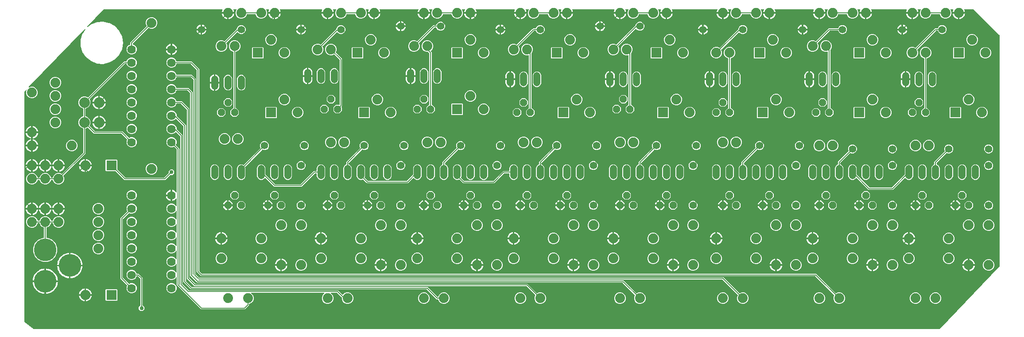
<source format=gbr>
G04 EAGLE Gerber RS-274X export*
G75*
%MOMM*%
%FSLAX34Y34*%
%LPD*%
%INBottom Copper*%
%IPPOS*%
%AMOC8*
5,1,8,0,0,1.08239X$1,22.5*%
G01*
%ADD10C,4.318000*%
%ADD11C,1.930400*%
%ADD12R,1.930400X1.930400*%
%ADD13C,2.032000*%
%ADD14C,1.879600*%
%ADD15C,1.625600*%
%ADD16C,1.320800*%
%ADD17P,1.429621X8X22.500000*%
%ADD18C,1.408000*%
%ADD19R,1.879600X1.879600*%
%ADD20C,0.152400*%
%ADD21C,0.756400*%

G36*
X1760383Y-14461D02*
X1760383Y-14461D01*
X1760484Y-14451D01*
X1760504Y-14441D01*
X1760527Y-14438D01*
X1760616Y-14390D01*
X1760708Y-14348D01*
X1760729Y-14330D01*
X1760744Y-14322D01*
X1760766Y-14299D01*
X1760836Y-14240D01*
X1874818Y105741D01*
X1874864Y105808D01*
X1874917Y105870D01*
X1874933Y105909D01*
X1874956Y105944D01*
X1874978Y106023D01*
X1875009Y106098D01*
X1875015Y106153D01*
X1875023Y106181D01*
X1875021Y106210D01*
X1875027Y106265D01*
X1875027Y547610D01*
X1875013Y547700D01*
X1875005Y547791D01*
X1874993Y547821D01*
X1874988Y547853D01*
X1874945Y547934D01*
X1874909Y548018D01*
X1874883Y548050D01*
X1874872Y548070D01*
X1874849Y548093D01*
X1874804Y548149D01*
X1825515Y597438D01*
X1825441Y597491D01*
X1825371Y597551D01*
X1825341Y597563D01*
X1825315Y597582D01*
X1825228Y597609D01*
X1825143Y597643D01*
X1825102Y597647D01*
X1825080Y597654D01*
X1825048Y597653D01*
X1824976Y597661D01*
X1808068Y597661D01*
X1807993Y597649D01*
X1807918Y597646D01*
X1807873Y597629D01*
X1807825Y597622D01*
X1807758Y597586D01*
X1807688Y597559D01*
X1807650Y597529D01*
X1807608Y597506D01*
X1807556Y597452D01*
X1807497Y597404D01*
X1807472Y597363D01*
X1807439Y597328D01*
X1807407Y597259D01*
X1807366Y597195D01*
X1807355Y597149D01*
X1807335Y597105D01*
X1807327Y597030D01*
X1807309Y596956D01*
X1807313Y596908D01*
X1807308Y596861D01*
X1807324Y596787D01*
X1807331Y596711D01*
X1807353Y596651D01*
X1807360Y596620D01*
X1807373Y596598D01*
X1807390Y596554D01*
X1808114Y595133D01*
X1808695Y593346D01*
X1808896Y592073D01*
X1797812Y592073D01*
X1797792Y592070D01*
X1797773Y592072D01*
X1797671Y592050D01*
X1797569Y592033D01*
X1797552Y592024D01*
X1797532Y592020D01*
X1797443Y591967D01*
X1797352Y591918D01*
X1797338Y591904D01*
X1797321Y591894D01*
X1797254Y591815D01*
X1797183Y591740D01*
X1797174Y591722D01*
X1797161Y591707D01*
X1797123Y591611D01*
X1797079Y591517D01*
X1797077Y591497D01*
X1797069Y591479D01*
X1797051Y591312D01*
X1797051Y590549D01*
X1797049Y590549D01*
X1797049Y591312D01*
X1797046Y591332D01*
X1797048Y591351D01*
X1797026Y591453D01*
X1797009Y591555D01*
X1797000Y591572D01*
X1796996Y591592D01*
X1796943Y591681D01*
X1796894Y591772D01*
X1796880Y591786D01*
X1796870Y591803D01*
X1796791Y591870D01*
X1796716Y591941D01*
X1796698Y591950D01*
X1796683Y591963D01*
X1796587Y592002D01*
X1796493Y592045D01*
X1796473Y592047D01*
X1796455Y592055D01*
X1796288Y592073D01*
X1785204Y592073D01*
X1785405Y593346D01*
X1785986Y595133D01*
X1786710Y596554D01*
X1786733Y596626D01*
X1786765Y596695D01*
X1786770Y596743D01*
X1786785Y596789D01*
X1786784Y596864D01*
X1786792Y596939D01*
X1786782Y596987D01*
X1786781Y597035D01*
X1786756Y597106D01*
X1786740Y597180D01*
X1786715Y597221D01*
X1786699Y597267D01*
X1786653Y597326D01*
X1786614Y597391D01*
X1786577Y597422D01*
X1786547Y597460D01*
X1786484Y597502D01*
X1786427Y597551D01*
X1786382Y597569D01*
X1786342Y597595D01*
X1786269Y597615D01*
X1786199Y597643D01*
X1786134Y597650D01*
X1786104Y597658D01*
X1786078Y597656D01*
X1786032Y597661D01*
X1781666Y597661D01*
X1781621Y597654D01*
X1781575Y597656D01*
X1781500Y597634D01*
X1781424Y597622D01*
X1781383Y597600D01*
X1781339Y597587D01*
X1781275Y597543D01*
X1781206Y597506D01*
X1781175Y597473D01*
X1781137Y597447D01*
X1781090Y597384D01*
X1781037Y597328D01*
X1781018Y597286D01*
X1780990Y597250D01*
X1780966Y597176D01*
X1780933Y597105D01*
X1780928Y597059D01*
X1780914Y597016D01*
X1780915Y596938D01*
X1780906Y596861D01*
X1780916Y596816D01*
X1780916Y596770D01*
X1780954Y596638D01*
X1780958Y596620D01*
X1780961Y596616D01*
X1780963Y596609D01*
X1782573Y592723D01*
X1782573Y588377D01*
X1780910Y584363D01*
X1777837Y581290D01*
X1773823Y579627D01*
X1769477Y579627D01*
X1765463Y581290D01*
X1762390Y584363D01*
X1760969Y587793D01*
X1760908Y587893D01*
X1760848Y587993D01*
X1760843Y587997D01*
X1760840Y588002D01*
X1760750Y588077D01*
X1760661Y588153D01*
X1760655Y588155D01*
X1760650Y588159D01*
X1760542Y588201D01*
X1760433Y588245D01*
X1760425Y588246D01*
X1760420Y588247D01*
X1760402Y588248D01*
X1760266Y588263D01*
X1744934Y588263D01*
X1744819Y588244D01*
X1744703Y588227D01*
X1744698Y588225D01*
X1744691Y588224D01*
X1744589Y588169D01*
X1744484Y588116D01*
X1744480Y588111D01*
X1744474Y588108D01*
X1744394Y588024D01*
X1744312Y587940D01*
X1744308Y587934D01*
X1744305Y587930D01*
X1744297Y587913D01*
X1744231Y587793D01*
X1742810Y584363D01*
X1739737Y581290D01*
X1735723Y579627D01*
X1731377Y579627D01*
X1727363Y581290D01*
X1724290Y584363D01*
X1722627Y588377D01*
X1722627Y592723D01*
X1724237Y596609D01*
X1724247Y596653D01*
X1724267Y596695D01*
X1724275Y596772D01*
X1724293Y596848D01*
X1724289Y596894D01*
X1724294Y596939D01*
X1724277Y597016D01*
X1724270Y597093D01*
X1724251Y597135D01*
X1724242Y597180D01*
X1724202Y597247D01*
X1724170Y597318D01*
X1724139Y597352D01*
X1724115Y597391D01*
X1724056Y597442D01*
X1724004Y597499D01*
X1723963Y597521D01*
X1723928Y597551D01*
X1723856Y597580D01*
X1723788Y597617D01*
X1723743Y597626D01*
X1723700Y597643D01*
X1723564Y597658D01*
X1723546Y597661D01*
X1723541Y597660D01*
X1723534Y597661D01*
X1719168Y597661D01*
X1719093Y597649D01*
X1719018Y597646D01*
X1718973Y597629D01*
X1718925Y597622D01*
X1718858Y597586D01*
X1718788Y597559D01*
X1718750Y597529D01*
X1718708Y597506D01*
X1718656Y597452D01*
X1718597Y597404D01*
X1718572Y597363D01*
X1718539Y597328D01*
X1718507Y597259D01*
X1718466Y597195D01*
X1718455Y597149D01*
X1718435Y597105D01*
X1718427Y597030D01*
X1718409Y596956D01*
X1718413Y596908D01*
X1718408Y596861D01*
X1718424Y596787D01*
X1718431Y596711D01*
X1718453Y596651D01*
X1718460Y596620D01*
X1718473Y596598D01*
X1718490Y596554D01*
X1719214Y595133D01*
X1719795Y593346D01*
X1719996Y592073D01*
X1708912Y592073D01*
X1708892Y592070D01*
X1708873Y592072D01*
X1708771Y592050D01*
X1708669Y592033D01*
X1708652Y592024D01*
X1708632Y592020D01*
X1708543Y591967D01*
X1708452Y591918D01*
X1708438Y591904D01*
X1708421Y591894D01*
X1708354Y591815D01*
X1708283Y591740D01*
X1708274Y591722D01*
X1708261Y591707D01*
X1708223Y591611D01*
X1708179Y591517D01*
X1708177Y591497D01*
X1708169Y591479D01*
X1708151Y591312D01*
X1708151Y590549D01*
X1708149Y590549D01*
X1708149Y591312D01*
X1708146Y591332D01*
X1708148Y591351D01*
X1708126Y591453D01*
X1708109Y591555D01*
X1708100Y591572D01*
X1708096Y591592D01*
X1708043Y591681D01*
X1707994Y591772D01*
X1707980Y591786D01*
X1707970Y591803D01*
X1707891Y591870D01*
X1707816Y591941D01*
X1707798Y591950D01*
X1707783Y591963D01*
X1707687Y592002D01*
X1707593Y592045D01*
X1707573Y592047D01*
X1707555Y592055D01*
X1707388Y592073D01*
X1696304Y592073D01*
X1696505Y593346D01*
X1697086Y595133D01*
X1697810Y596554D01*
X1697833Y596626D01*
X1697865Y596695D01*
X1697870Y596743D01*
X1697885Y596789D01*
X1697884Y596864D01*
X1697892Y596939D01*
X1697882Y596987D01*
X1697881Y597035D01*
X1697856Y597106D01*
X1697840Y597180D01*
X1697815Y597221D01*
X1697799Y597267D01*
X1697753Y597326D01*
X1697714Y597391D01*
X1697677Y597422D01*
X1697647Y597460D01*
X1697584Y597502D01*
X1697527Y597551D01*
X1697482Y597569D01*
X1697442Y597595D01*
X1697369Y597615D01*
X1697299Y597643D01*
X1697234Y597650D01*
X1697204Y597658D01*
X1697178Y597656D01*
X1697132Y597661D01*
X1630268Y597661D01*
X1630193Y597649D01*
X1630118Y597646D01*
X1630073Y597629D01*
X1630025Y597622D01*
X1629958Y597586D01*
X1629888Y597559D01*
X1629850Y597529D01*
X1629808Y597506D01*
X1629756Y597452D01*
X1629697Y597404D01*
X1629672Y597363D01*
X1629639Y597328D01*
X1629607Y597259D01*
X1629566Y597195D01*
X1629555Y597149D01*
X1629535Y597105D01*
X1629527Y597030D01*
X1629509Y596956D01*
X1629513Y596908D01*
X1629508Y596861D01*
X1629524Y596787D01*
X1629531Y596711D01*
X1629553Y596651D01*
X1629560Y596620D01*
X1629573Y596598D01*
X1629590Y596554D01*
X1630314Y595133D01*
X1630895Y593346D01*
X1631096Y592073D01*
X1620012Y592073D01*
X1619992Y592070D01*
X1619973Y592072D01*
X1619871Y592050D01*
X1619769Y592033D01*
X1619752Y592024D01*
X1619732Y592020D01*
X1619643Y591967D01*
X1619552Y591918D01*
X1619538Y591904D01*
X1619521Y591894D01*
X1619454Y591815D01*
X1619383Y591740D01*
X1619374Y591722D01*
X1619361Y591707D01*
X1619323Y591611D01*
X1619279Y591517D01*
X1619277Y591497D01*
X1619269Y591479D01*
X1619251Y591312D01*
X1619251Y590549D01*
X1619249Y590549D01*
X1619249Y591312D01*
X1619246Y591332D01*
X1619248Y591351D01*
X1619226Y591453D01*
X1619209Y591555D01*
X1619200Y591572D01*
X1619196Y591592D01*
X1619143Y591681D01*
X1619094Y591772D01*
X1619080Y591786D01*
X1619070Y591803D01*
X1618991Y591870D01*
X1618916Y591941D01*
X1618898Y591950D01*
X1618883Y591963D01*
X1618787Y592002D01*
X1618693Y592045D01*
X1618673Y592047D01*
X1618655Y592055D01*
X1618488Y592073D01*
X1607404Y592073D01*
X1607605Y593346D01*
X1608186Y595133D01*
X1608910Y596554D01*
X1608933Y596626D01*
X1608965Y596695D01*
X1608970Y596743D01*
X1608985Y596789D01*
X1608984Y596864D01*
X1608992Y596939D01*
X1608982Y596987D01*
X1608981Y597035D01*
X1608956Y597106D01*
X1608940Y597180D01*
X1608915Y597221D01*
X1608899Y597267D01*
X1608853Y597326D01*
X1608814Y597391D01*
X1608777Y597422D01*
X1608747Y597460D01*
X1608684Y597502D01*
X1608627Y597551D01*
X1608582Y597569D01*
X1608542Y597595D01*
X1608469Y597615D01*
X1608399Y597643D01*
X1608334Y597650D01*
X1608304Y597658D01*
X1608278Y597656D01*
X1608232Y597661D01*
X1603866Y597661D01*
X1603821Y597654D01*
X1603775Y597656D01*
X1603700Y597634D01*
X1603624Y597622D01*
X1603583Y597600D01*
X1603539Y597587D01*
X1603475Y597543D01*
X1603406Y597506D01*
X1603375Y597473D01*
X1603337Y597447D01*
X1603290Y597384D01*
X1603237Y597328D01*
X1603218Y597286D01*
X1603190Y597250D01*
X1603166Y597176D01*
X1603133Y597105D01*
X1603128Y597059D01*
X1603114Y597016D01*
X1603115Y596938D01*
X1603106Y596861D01*
X1603116Y596816D01*
X1603116Y596770D01*
X1603154Y596638D01*
X1603158Y596620D01*
X1603161Y596616D01*
X1603163Y596609D01*
X1604773Y592723D01*
X1604773Y588377D01*
X1603110Y584363D01*
X1600037Y581290D01*
X1596023Y579627D01*
X1591677Y579627D01*
X1587663Y581290D01*
X1584590Y584363D01*
X1583169Y587793D01*
X1583108Y587893D01*
X1583048Y587993D01*
X1583043Y587997D01*
X1583040Y588002D01*
X1582950Y588077D01*
X1582861Y588153D01*
X1582855Y588155D01*
X1582850Y588159D01*
X1582742Y588201D01*
X1582633Y588245D01*
X1582625Y588246D01*
X1582620Y588247D01*
X1582602Y588248D01*
X1582466Y588263D01*
X1567134Y588263D01*
X1567019Y588244D01*
X1566903Y588227D01*
X1566898Y588225D01*
X1566891Y588224D01*
X1566789Y588169D01*
X1566684Y588116D01*
X1566680Y588111D01*
X1566674Y588108D01*
X1566594Y588024D01*
X1566512Y587940D01*
X1566508Y587934D01*
X1566505Y587930D01*
X1566497Y587913D01*
X1566431Y587793D01*
X1565010Y584363D01*
X1561937Y581290D01*
X1557923Y579627D01*
X1553577Y579627D01*
X1549563Y581290D01*
X1546490Y584363D01*
X1544827Y588377D01*
X1544827Y592723D01*
X1546437Y596609D01*
X1546447Y596653D01*
X1546467Y596695D01*
X1546475Y596772D01*
X1546493Y596848D01*
X1546489Y596894D01*
X1546494Y596939D01*
X1546477Y597016D01*
X1546470Y597093D01*
X1546451Y597135D01*
X1546442Y597180D01*
X1546402Y597247D01*
X1546370Y597318D01*
X1546339Y597352D01*
X1546315Y597391D01*
X1546256Y597442D01*
X1546204Y597499D01*
X1546163Y597521D01*
X1546128Y597551D01*
X1546056Y597580D01*
X1545988Y597617D01*
X1545943Y597626D01*
X1545900Y597643D01*
X1545764Y597658D01*
X1545746Y597661D01*
X1545741Y597660D01*
X1545734Y597661D01*
X1541368Y597661D01*
X1541293Y597649D01*
X1541218Y597646D01*
X1541173Y597629D01*
X1541125Y597622D01*
X1541058Y597586D01*
X1540988Y597559D01*
X1540950Y597529D01*
X1540908Y597506D01*
X1540856Y597452D01*
X1540797Y597404D01*
X1540772Y597363D01*
X1540739Y597328D01*
X1540707Y597259D01*
X1540666Y597195D01*
X1540655Y597149D01*
X1540635Y597105D01*
X1540627Y597030D01*
X1540609Y596956D01*
X1540613Y596908D01*
X1540608Y596861D01*
X1540624Y596787D01*
X1540631Y596711D01*
X1540653Y596651D01*
X1540660Y596620D01*
X1540673Y596598D01*
X1540690Y596554D01*
X1541414Y595133D01*
X1541995Y593346D01*
X1542196Y592073D01*
X1531112Y592073D01*
X1531092Y592070D01*
X1531073Y592072D01*
X1530971Y592050D01*
X1530869Y592033D01*
X1530852Y592024D01*
X1530832Y592020D01*
X1530743Y591967D01*
X1530652Y591918D01*
X1530638Y591904D01*
X1530621Y591894D01*
X1530554Y591815D01*
X1530483Y591740D01*
X1530474Y591722D01*
X1530461Y591707D01*
X1530423Y591611D01*
X1530379Y591517D01*
X1530377Y591497D01*
X1530369Y591479D01*
X1530351Y591312D01*
X1530351Y590549D01*
X1530349Y590549D01*
X1530349Y591312D01*
X1530346Y591332D01*
X1530348Y591351D01*
X1530326Y591453D01*
X1530309Y591555D01*
X1530300Y591572D01*
X1530296Y591592D01*
X1530243Y591681D01*
X1530194Y591772D01*
X1530180Y591786D01*
X1530170Y591803D01*
X1530091Y591870D01*
X1530016Y591941D01*
X1529998Y591950D01*
X1529983Y591963D01*
X1529887Y592002D01*
X1529793Y592045D01*
X1529773Y592047D01*
X1529755Y592055D01*
X1529588Y592073D01*
X1518504Y592073D01*
X1518705Y593346D01*
X1519286Y595133D01*
X1520010Y596554D01*
X1520033Y596626D01*
X1520065Y596695D01*
X1520070Y596743D01*
X1520085Y596789D01*
X1520084Y596864D01*
X1520092Y596939D01*
X1520082Y596987D01*
X1520081Y597035D01*
X1520056Y597106D01*
X1520040Y597180D01*
X1520015Y597221D01*
X1519999Y597267D01*
X1519953Y597326D01*
X1519914Y597391D01*
X1519877Y597422D01*
X1519847Y597460D01*
X1519784Y597502D01*
X1519727Y597551D01*
X1519682Y597569D01*
X1519642Y597595D01*
X1519569Y597615D01*
X1519499Y597643D01*
X1519434Y597650D01*
X1519404Y597658D01*
X1519378Y597656D01*
X1519332Y597661D01*
X1446118Y597661D01*
X1446043Y597649D01*
X1445968Y597646D01*
X1445923Y597629D01*
X1445875Y597622D01*
X1445808Y597586D01*
X1445738Y597559D01*
X1445700Y597529D01*
X1445658Y597506D01*
X1445606Y597452D01*
X1445547Y597404D01*
X1445522Y597363D01*
X1445489Y597328D01*
X1445457Y597259D01*
X1445416Y597195D01*
X1445405Y597149D01*
X1445385Y597105D01*
X1445377Y597030D01*
X1445359Y596956D01*
X1445363Y596908D01*
X1445358Y596861D01*
X1445374Y596787D01*
X1445381Y596711D01*
X1445403Y596651D01*
X1445410Y596620D01*
X1445423Y596598D01*
X1445440Y596554D01*
X1446164Y595133D01*
X1446745Y593346D01*
X1446946Y592073D01*
X1435862Y592073D01*
X1435842Y592070D01*
X1435823Y592072D01*
X1435721Y592050D01*
X1435619Y592033D01*
X1435602Y592024D01*
X1435582Y592020D01*
X1435493Y591967D01*
X1435402Y591918D01*
X1435388Y591904D01*
X1435371Y591894D01*
X1435304Y591815D01*
X1435233Y591740D01*
X1435224Y591722D01*
X1435211Y591707D01*
X1435173Y591611D01*
X1435129Y591517D01*
X1435127Y591497D01*
X1435119Y591479D01*
X1435101Y591312D01*
X1435101Y590549D01*
X1435099Y590549D01*
X1435099Y591312D01*
X1435096Y591332D01*
X1435098Y591351D01*
X1435076Y591453D01*
X1435059Y591555D01*
X1435050Y591572D01*
X1435046Y591592D01*
X1434993Y591681D01*
X1434944Y591772D01*
X1434930Y591786D01*
X1434920Y591803D01*
X1434841Y591870D01*
X1434766Y591941D01*
X1434748Y591950D01*
X1434733Y591963D01*
X1434637Y592002D01*
X1434543Y592045D01*
X1434523Y592047D01*
X1434505Y592055D01*
X1434338Y592073D01*
X1423254Y592073D01*
X1423455Y593346D01*
X1424036Y595133D01*
X1424760Y596554D01*
X1424783Y596626D01*
X1424815Y596695D01*
X1424820Y596743D01*
X1424835Y596789D01*
X1424834Y596864D01*
X1424842Y596939D01*
X1424832Y596987D01*
X1424831Y597035D01*
X1424806Y597106D01*
X1424790Y597180D01*
X1424765Y597221D01*
X1424749Y597267D01*
X1424703Y597326D01*
X1424664Y597391D01*
X1424627Y597422D01*
X1424597Y597460D01*
X1424534Y597502D01*
X1424477Y597551D01*
X1424432Y597569D01*
X1424392Y597595D01*
X1424319Y597615D01*
X1424249Y597643D01*
X1424184Y597650D01*
X1424154Y597658D01*
X1424128Y597656D01*
X1424082Y597661D01*
X1419716Y597661D01*
X1419671Y597654D01*
X1419625Y597656D01*
X1419550Y597634D01*
X1419474Y597622D01*
X1419433Y597600D01*
X1419389Y597587D01*
X1419325Y597543D01*
X1419256Y597506D01*
X1419225Y597473D01*
X1419187Y597447D01*
X1419140Y597384D01*
X1419087Y597328D01*
X1419068Y597286D01*
X1419040Y597250D01*
X1419016Y597176D01*
X1418983Y597105D01*
X1418978Y597059D01*
X1418964Y597016D01*
X1418965Y596938D01*
X1418956Y596861D01*
X1418966Y596816D01*
X1418966Y596770D01*
X1419004Y596638D01*
X1419008Y596620D01*
X1419011Y596616D01*
X1419013Y596609D01*
X1420623Y592723D01*
X1420623Y588377D01*
X1418960Y584363D01*
X1415887Y581290D01*
X1411873Y579627D01*
X1407527Y579627D01*
X1403513Y581290D01*
X1400440Y584363D01*
X1399019Y587793D01*
X1398958Y587893D01*
X1398898Y587993D01*
X1398893Y587997D01*
X1398890Y588002D01*
X1398800Y588077D01*
X1398711Y588153D01*
X1398705Y588155D01*
X1398700Y588159D01*
X1398592Y588201D01*
X1398483Y588245D01*
X1398475Y588246D01*
X1398470Y588247D01*
X1398452Y588248D01*
X1398316Y588263D01*
X1382984Y588263D01*
X1382869Y588244D01*
X1382753Y588227D01*
X1382748Y588225D01*
X1382741Y588224D01*
X1382639Y588169D01*
X1382534Y588116D01*
X1382530Y588111D01*
X1382524Y588108D01*
X1382444Y588024D01*
X1382362Y587940D01*
X1382358Y587934D01*
X1382355Y587930D01*
X1382347Y587913D01*
X1382281Y587793D01*
X1380860Y584363D01*
X1377787Y581290D01*
X1373773Y579627D01*
X1369427Y579627D01*
X1365413Y581290D01*
X1362340Y584363D01*
X1360677Y588377D01*
X1360677Y592723D01*
X1362287Y596609D01*
X1362297Y596653D01*
X1362317Y596695D01*
X1362325Y596772D01*
X1362343Y596848D01*
X1362339Y596894D01*
X1362344Y596939D01*
X1362327Y597016D01*
X1362320Y597093D01*
X1362301Y597135D01*
X1362292Y597180D01*
X1362252Y597247D01*
X1362220Y597318D01*
X1362189Y597352D01*
X1362165Y597391D01*
X1362106Y597442D01*
X1362054Y597499D01*
X1362013Y597521D01*
X1361978Y597551D01*
X1361906Y597580D01*
X1361838Y597617D01*
X1361793Y597626D01*
X1361750Y597643D01*
X1361614Y597658D01*
X1361596Y597661D01*
X1361591Y597660D01*
X1361584Y597661D01*
X1357218Y597661D01*
X1357143Y597649D01*
X1357068Y597646D01*
X1357023Y597629D01*
X1356975Y597622D01*
X1356908Y597586D01*
X1356838Y597559D01*
X1356800Y597529D01*
X1356758Y597506D01*
X1356706Y597452D01*
X1356647Y597404D01*
X1356622Y597363D01*
X1356589Y597328D01*
X1356557Y597259D01*
X1356516Y597195D01*
X1356505Y597149D01*
X1356485Y597105D01*
X1356477Y597030D01*
X1356459Y596956D01*
X1356463Y596908D01*
X1356458Y596861D01*
X1356474Y596787D01*
X1356481Y596711D01*
X1356503Y596651D01*
X1356510Y596620D01*
X1356523Y596598D01*
X1356540Y596554D01*
X1357264Y595133D01*
X1357845Y593346D01*
X1358046Y592073D01*
X1346962Y592073D01*
X1346942Y592070D01*
X1346923Y592072D01*
X1346821Y592050D01*
X1346719Y592033D01*
X1346702Y592024D01*
X1346682Y592020D01*
X1346593Y591967D01*
X1346502Y591918D01*
X1346488Y591904D01*
X1346471Y591894D01*
X1346404Y591815D01*
X1346333Y591740D01*
X1346324Y591722D01*
X1346311Y591707D01*
X1346273Y591611D01*
X1346229Y591517D01*
X1346227Y591497D01*
X1346219Y591479D01*
X1346201Y591312D01*
X1346201Y590549D01*
X1346199Y590549D01*
X1346199Y591312D01*
X1346196Y591332D01*
X1346198Y591351D01*
X1346176Y591453D01*
X1346159Y591555D01*
X1346150Y591572D01*
X1346146Y591592D01*
X1346093Y591681D01*
X1346044Y591772D01*
X1346030Y591786D01*
X1346020Y591803D01*
X1345941Y591870D01*
X1345866Y591941D01*
X1345848Y591950D01*
X1345833Y591963D01*
X1345737Y592002D01*
X1345643Y592045D01*
X1345623Y592047D01*
X1345605Y592055D01*
X1345438Y592073D01*
X1334354Y592073D01*
X1334555Y593346D01*
X1335136Y595133D01*
X1335860Y596554D01*
X1335883Y596626D01*
X1335915Y596695D01*
X1335920Y596743D01*
X1335935Y596789D01*
X1335934Y596864D01*
X1335942Y596939D01*
X1335932Y596987D01*
X1335931Y597035D01*
X1335906Y597106D01*
X1335890Y597180D01*
X1335865Y597221D01*
X1335849Y597267D01*
X1335803Y597326D01*
X1335764Y597391D01*
X1335727Y597422D01*
X1335697Y597460D01*
X1335634Y597502D01*
X1335577Y597551D01*
X1335532Y597569D01*
X1335492Y597595D01*
X1335419Y597615D01*
X1335349Y597643D01*
X1335284Y597650D01*
X1335254Y597658D01*
X1335228Y597656D01*
X1335182Y597661D01*
X1249268Y597661D01*
X1249193Y597649D01*
X1249118Y597646D01*
X1249073Y597629D01*
X1249025Y597622D01*
X1248958Y597586D01*
X1248888Y597559D01*
X1248850Y597529D01*
X1248808Y597506D01*
X1248756Y597452D01*
X1248697Y597404D01*
X1248672Y597363D01*
X1248639Y597328D01*
X1248607Y597259D01*
X1248566Y597195D01*
X1248555Y597149D01*
X1248535Y597105D01*
X1248527Y597030D01*
X1248509Y596956D01*
X1248513Y596908D01*
X1248508Y596861D01*
X1248524Y596787D01*
X1248531Y596711D01*
X1248553Y596651D01*
X1248560Y596620D01*
X1248573Y596598D01*
X1248590Y596554D01*
X1249314Y595133D01*
X1249895Y593346D01*
X1250096Y592073D01*
X1239012Y592073D01*
X1238992Y592070D01*
X1238973Y592072D01*
X1238871Y592050D01*
X1238769Y592033D01*
X1238752Y592024D01*
X1238732Y592020D01*
X1238643Y591967D01*
X1238552Y591918D01*
X1238538Y591904D01*
X1238521Y591894D01*
X1238454Y591815D01*
X1238383Y591740D01*
X1238374Y591722D01*
X1238361Y591707D01*
X1238323Y591611D01*
X1238279Y591517D01*
X1238277Y591497D01*
X1238269Y591479D01*
X1238251Y591312D01*
X1238251Y590549D01*
X1238249Y590549D01*
X1238249Y591312D01*
X1238246Y591332D01*
X1238248Y591351D01*
X1238226Y591453D01*
X1238209Y591555D01*
X1238200Y591572D01*
X1238196Y591592D01*
X1238143Y591681D01*
X1238094Y591772D01*
X1238080Y591786D01*
X1238070Y591803D01*
X1237991Y591870D01*
X1237916Y591941D01*
X1237898Y591950D01*
X1237883Y591963D01*
X1237787Y592002D01*
X1237693Y592045D01*
X1237673Y592047D01*
X1237655Y592055D01*
X1237488Y592073D01*
X1226404Y592073D01*
X1226605Y593346D01*
X1227186Y595133D01*
X1227910Y596554D01*
X1227933Y596626D01*
X1227965Y596695D01*
X1227970Y596743D01*
X1227985Y596789D01*
X1227984Y596864D01*
X1227992Y596939D01*
X1227982Y596987D01*
X1227981Y597035D01*
X1227956Y597106D01*
X1227940Y597180D01*
X1227915Y597221D01*
X1227899Y597267D01*
X1227853Y597326D01*
X1227814Y597391D01*
X1227777Y597422D01*
X1227747Y597460D01*
X1227684Y597502D01*
X1227627Y597551D01*
X1227582Y597569D01*
X1227542Y597595D01*
X1227469Y597615D01*
X1227399Y597643D01*
X1227334Y597650D01*
X1227304Y597658D01*
X1227278Y597656D01*
X1227232Y597661D01*
X1222866Y597661D01*
X1222821Y597654D01*
X1222775Y597656D01*
X1222700Y597634D01*
X1222624Y597622D01*
X1222583Y597600D01*
X1222539Y597587D01*
X1222475Y597543D01*
X1222406Y597506D01*
X1222375Y597473D01*
X1222337Y597447D01*
X1222290Y597384D01*
X1222237Y597328D01*
X1222218Y597286D01*
X1222190Y597250D01*
X1222166Y597176D01*
X1222133Y597105D01*
X1222128Y597059D01*
X1222114Y597016D01*
X1222115Y596938D01*
X1222106Y596861D01*
X1222116Y596816D01*
X1222116Y596770D01*
X1222154Y596638D01*
X1222158Y596620D01*
X1222161Y596616D01*
X1222163Y596609D01*
X1223773Y592723D01*
X1223773Y588377D01*
X1222110Y584363D01*
X1219037Y581290D01*
X1215023Y579627D01*
X1210677Y579627D01*
X1206663Y581290D01*
X1203590Y584363D01*
X1202169Y587793D01*
X1202108Y587893D01*
X1202048Y587993D01*
X1202043Y587997D01*
X1202040Y588002D01*
X1201950Y588077D01*
X1201861Y588153D01*
X1201855Y588155D01*
X1201850Y588159D01*
X1201742Y588201D01*
X1201633Y588245D01*
X1201625Y588246D01*
X1201620Y588247D01*
X1201602Y588248D01*
X1201466Y588263D01*
X1186134Y588263D01*
X1186019Y588244D01*
X1185903Y588227D01*
X1185898Y588225D01*
X1185891Y588224D01*
X1185789Y588169D01*
X1185684Y588116D01*
X1185680Y588111D01*
X1185674Y588108D01*
X1185594Y588024D01*
X1185512Y587940D01*
X1185508Y587934D01*
X1185505Y587930D01*
X1185497Y587913D01*
X1185431Y587793D01*
X1184010Y584363D01*
X1180937Y581290D01*
X1176923Y579627D01*
X1172577Y579627D01*
X1168563Y581290D01*
X1165490Y584363D01*
X1163827Y588377D01*
X1163827Y592723D01*
X1165437Y596609D01*
X1165447Y596653D01*
X1165467Y596695D01*
X1165475Y596772D01*
X1165493Y596848D01*
X1165489Y596894D01*
X1165494Y596939D01*
X1165477Y597016D01*
X1165470Y597093D01*
X1165451Y597135D01*
X1165442Y597180D01*
X1165402Y597247D01*
X1165370Y597318D01*
X1165339Y597352D01*
X1165315Y597391D01*
X1165256Y597442D01*
X1165204Y597499D01*
X1165163Y597521D01*
X1165128Y597551D01*
X1165056Y597580D01*
X1164988Y597617D01*
X1164943Y597626D01*
X1164900Y597643D01*
X1164764Y597658D01*
X1164746Y597661D01*
X1164741Y597660D01*
X1164734Y597661D01*
X1160368Y597661D01*
X1160293Y597649D01*
X1160218Y597646D01*
X1160173Y597629D01*
X1160125Y597622D01*
X1160058Y597586D01*
X1159988Y597559D01*
X1159950Y597529D01*
X1159908Y597506D01*
X1159856Y597452D01*
X1159797Y597404D01*
X1159772Y597363D01*
X1159739Y597328D01*
X1159707Y597259D01*
X1159666Y597195D01*
X1159655Y597149D01*
X1159635Y597105D01*
X1159627Y597030D01*
X1159609Y596956D01*
X1159613Y596908D01*
X1159608Y596861D01*
X1159624Y596787D01*
X1159631Y596711D01*
X1159653Y596651D01*
X1159660Y596620D01*
X1159673Y596598D01*
X1159690Y596554D01*
X1160414Y595133D01*
X1160995Y593346D01*
X1161196Y592073D01*
X1150112Y592073D01*
X1150092Y592070D01*
X1150073Y592072D01*
X1149971Y592050D01*
X1149869Y592033D01*
X1149852Y592024D01*
X1149832Y592020D01*
X1149743Y591967D01*
X1149652Y591918D01*
X1149638Y591904D01*
X1149621Y591894D01*
X1149554Y591815D01*
X1149483Y591740D01*
X1149474Y591722D01*
X1149461Y591707D01*
X1149423Y591611D01*
X1149379Y591517D01*
X1149377Y591497D01*
X1149369Y591479D01*
X1149351Y591312D01*
X1149351Y590549D01*
X1149349Y590549D01*
X1149349Y591312D01*
X1149346Y591332D01*
X1149348Y591351D01*
X1149326Y591453D01*
X1149309Y591555D01*
X1149300Y591572D01*
X1149296Y591592D01*
X1149243Y591681D01*
X1149194Y591772D01*
X1149180Y591786D01*
X1149170Y591803D01*
X1149091Y591870D01*
X1149016Y591941D01*
X1148998Y591950D01*
X1148983Y591963D01*
X1148887Y592002D01*
X1148793Y592045D01*
X1148773Y592047D01*
X1148755Y592055D01*
X1148588Y592073D01*
X1137504Y592073D01*
X1137705Y593346D01*
X1138286Y595133D01*
X1139010Y596554D01*
X1139033Y596626D01*
X1139065Y596695D01*
X1139070Y596743D01*
X1139085Y596789D01*
X1139084Y596864D01*
X1139092Y596939D01*
X1139082Y596987D01*
X1139081Y597035D01*
X1139056Y597106D01*
X1139040Y597180D01*
X1139015Y597221D01*
X1138999Y597267D01*
X1138953Y597326D01*
X1138914Y597391D01*
X1138877Y597422D01*
X1138847Y597460D01*
X1138784Y597502D01*
X1138727Y597551D01*
X1138682Y597569D01*
X1138642Y597595D01*
X1138569Y597615D01*
X1138499Y597643D01*
X1138434Y597650D01*
X1138404Y597658D01*
X1138378Y597656D01*
X1138332Y597661D01*
X1058768Y597661D01*
X1058693Y597649D01*
X1058618Y597646D01*
X1058573Y597629D01*
X1058525Y597622D01*
X1058458Y597586D01*
X1058388Y597559D01*
X1058350Y597529D01*
X1058308Y597506D01*
X1058256Y597452D01*
X1058197Y597404D01*
X1058172Y597363D01*
X1058139Y597328D01*
X1058107Y597259D01*
X1058066Y597195D01*
X1058055Y597149D01*
X1058035Y597105D01*
X1058027Y597030D01*
X1058009Y596956D01*
X1058013Y596908D01*
X1058008Y596861D01*
X1058024Y596787D01*
X1058031Y596711D01*
X1058053Y596651D01*
X1058060Y596620D01*
X1058073Y596598D01*
X1058090Y596554D01*
X1058814Y595133D01*
X1059395Y593346D01*
X1059596Y592073D01*
X1048512Y592073D01*
X1048492Y592070D01*
X1048473Y592072D01*
X1048371Y592050D01*
X1048269Y592033D01*
X1048252Y592024D01*
X1048232Y592020D01*
X1048143Y591967D01*
X1048052Y591918D01*
X1048038Y591904D01*
X1048021Y591894D01*
X1047954Y591815D01*
X1047883Y591740D01*
X1047874Y591722D01*
X1047861Y591707D01*
X1047823Y591611D01*
X1047779Y591517D01*
X1047777Y591497D01*
X1047769Y591479D01*
X1047751Y591312D01*
X1047751Y590549D01*
X1047749Y590549D01*
X1047749Y591312D01*
X1047746Y591332D01*
X1047748Y591351D01*
X1047726Y591453D01*
X1047709Y591555D01*
X1047700Y591572D01*
X1047696Y591592D01*
X1047643Y591681D01*
X1047594Y591772D01*
X1047580Y591786D01*
X1047570Y591803D01*
X1047491Y591870D01*
X1047416Y591941D01*
X1047398Y591950D01*
X1047383Y591963D01*
X1047287Y592002D01*
X1047193Y592045D01*
X1047173Y592047D01*
X1047155Y592055D01*
X1046988Y592073D01*
X1035904Y592073D01*
X1036105Y593346D01*
X1036686Y595133D01*
X1037410Y596554D01*
X1037433Y596626D01*
X1037465Y596695D01*
X1037470Y596743D01*
X1037485Y596789D01*
X1037484Y596864D01*
X1037492Y596939D01*
X1037482Y596987D01*
X1037481Y597035D01*
X1037456Y597106D01*
X1037440Y597180D01*
X1037415Y597221D01*
X1037399Y597267D01*
X1037353Y597326D01*
X1037314Y597391D01*
X1037277Y597422D01*
X1037247Y597460D01*
X1037184Y597502D01*
X1037127Y597551D01*
X1037082Y597569D01*
X1037042Y597595D01*
X1036969Y597615D01*
X1036899Y597643D01*
X1036834Y597650D01*
X1036804Y597658D01*
X1036778Y597656D01*
X1036732Y597661D01*
X1032366Y597661D01*
X1032321Y597654D01*
X1032275Y597656D01*
X1032200Y597634D01*
X1032124Y597622D01*
X1032083Y597600D01*
X1032039Y597587D01*
X1031975Y597543D01*
X1031906Y597506D01*
X1031875Y597473D01*
X1031837Y597447D01*
X1031790Y597384D01*
X1031737Y597328D01*
X1031718Y597286D01*
X1031690Y597250D01*
X1031666Y597176D01*
X1031633Y597105D01*
X1031628Y597059D01*
X1031614Y597016D01*
X1031615Y596938D01*
X1031606Y596861D01*
X1031616Y596816D01*
X1031616Y596770D01*
X1031654Y596638D01*
X1031658Y596620D01*
X1031661Y596616D01*
X1031663Y596609D01*
X1033273Y592723D01*
X1033273Y588377D01*
X1031610Y584363D01*
X1028537Y581290D01*
X1024523Y579627D01*
X1020177Y579627D01*
X1016163Y581290D01*
X1013090Y584363D01*
X1011669Y587793D01*
X1011608Y587893D01*
X1011548Y587993D01*
X1011543Y587997D01*
X1011540Y588002D01*
X1011450Y588077D01*
X1011361Y588153D01*
X1011355Y588155D01*
X1011350Y588159D01*
X1011242Y588201D01*
X1011133Y588245D01*
X1011125Y588246D01*
X1011120Y588247D01*
X1011102Y588248D01*
X1010966Y588263D01*
X995634Y588263D01*
X995519Y588244D01*
X995403Y588227D01*
X995398Y588225D01*
X995391Y588224D01*
X995289Y588169D01*
X995184Y588116D01*
X995180Y588111D01*
X995174Y588108D01*
X995094Y588024D01*
X995012Y587940D01*
X995008Y587934D01*
X995005Y587930D01*
X994997Y587913D01*
X994931Y587793D01*
X993510Y584363D01*
X990437Y581290D01*
X986423Y579627D01*
X982077Y579627D01*
X978063Y581290D01*
X974990Y584363D01*
X973327Y588377D01*
X973327Y592723D01*
X974937Y596609D01*
X974947Y596653D01*
X974967Y596695D01*
X974975Y596772D01*
X974993Y596848D01*
X974989Y596894D01*
X974994Y596939D01*
X974977Y597016D01*
X974970Y597093D01*
X974951Y597135D01*
X974942Y597180D01*
X974902Y597247D01*
X974870Y597318D01*
X974839Y597352D01*
X974815Y597391D01*
X974756Y597442D01*
X974704Y597499D01*
X974663Y597521D01*
X974628Y597551D01*
X974556Y597580D01*
X974488Y597617D01*
X974443Y597626D01*
X974400Y597643D01*
X974264Y597658D01*
X974246Y597661D01*
X974241Y597660D01*
X974234Y597661D01*
X969868Y597661D01*
X969793Y597649D01*
X969718Y597646D01*
X969673Y597629D01*
X969625Y597622D01*
X969558Y597586D01*
X969488Y597559D01*
X969450Y597529D01*
X969408Y597506D01*
X969356Y597452D01*
X969297Y597404D01*
X969272Y597363D01*
X969239Y597328D01*
X969207Y597259D01*
X969166Y597195D01*
X969155Y597149D01*
X969135Y597105D01*
X969127Y597030D01*
X969109Y596956D01*
X969113Y596908D01*
X969108Y596861D01*
X969124Y596787D01*
X969131Y596711D01*
X969153Y596651D01*
X969160Y596620D01*
X969173Y596598D01*
X969190Y596554D01*
X969914Y595133D01*
X970495Y593346D01*
X970696Y592073D01*
X959612Y592073D01*
X959592Y592070D01*
X959573Y592072D01*
X959471Y592050D01*
X959369Y592033D01*
X959352Y592024D01*
X959332Y592020D01*
X959243Y591967D01*
X959152Y591918D01*
X959138Y591904D01*
X959121Y591894D01*
X959054Y591815D01*
X958983Y591740D01*
X958974Y591722D01*
X958961Y591707D01*
X958923Y591611D01*
X958879Y591517D01*
X958877Y591497D01*
X958869Y591479D01*
X958851Y591312D01*
X958851Y590549D01*
X958849Y590549D01*
X958849Y591312D01*
X958846Y591332D01*
X958848Y591351D01*
X958826Y591453D01*
X958809Y591555D01*
X958800Y591572D01*
X958796Y591592D01*
X958743Y591681D01*
X958694Y591772D01*
X958680Y591786D01*
X958670Y591803D01*
X958591Y591870D01*
X958516Y591941D01*
X958498Y591950D01*
X958483Y591963D01*
X958387Y592002D01*
X958293Y592045D01*
X958273Y592047D01*
X958255Y592055D01*
X958088Y592073D01*
X947004Y592073D01*
X947205Y593346D01*
X947786Y595133D01*
X948510Y596554D01*
X948533Y596626D01*
X948565Y596695D01*
X948570Y596743D01*
X948585Y596789D01*
X948584Y596864D01*
X948592Y596939D01*
X948582Y596987D01*
X948581Y597035D01*
X948556Y597106D01*
X948540Y597180D01*
X948515Y597221D01*
X948499Y597267D01*
X948453Y597326D01*
X948414Y597391D01*
X948377Y597422D01*
X948347Y597460D01*
X948284Y597502D01*
X948227Y597551D01*
X948182Y597569D01*
X948142Y597595D01*
X948069Y597615D01*
X947999Y597643D01*
X947934Y597650D01*
X947904Y597658D01*
X947878Y597656D01*
X947832Y597661D01*
X874618Y597661D01*
X874543Y597649D01*
X874468Y597646D01*
X874423Y597629D01*
X874375Y597622D01*
X874308Y597586D01*
X874238Y597559D01*
X874200Y597529D01*
X874158Y597506D01*
X874106Y597452D01*
X874047Y597404D01*
X874022Y597363D01*
X873989Y597328D01*
X873957Y597259D01*
X873916Y597195D01*
X873905Y597149D01*
X873885Y597105D01*
X873877Y597030D01*
X873859Y596956D01*
X873863Y596908D01*
X873858Y596861D01*
X873874Y596787D01*
X873881Y596711D01*
X873903Y596651D01*
X873910Y596620D01*
X873923Y596598D01*
X873940Y596554D01*
X874664Y595133D01*
X875245Y593346D01*
X875446Y592073D01*
X864362Y592073D01*
X864342Y592070D01*
X864323Y592072D01*
X864221Y592050D01*
X864119Y592033D01*
X864102Y592024D01*
X864082Y592020D01*
X863993Y591967D01*
X863902Y591918D01*
X863888Y591904D01*
X863871Y591894D01*
X863804Y591815D01*
X863733Y591740D01*
X863724Y591722D01*
X863711Y591707D01*
X863673Y591611D01*
X863629Y591517D01*
X863627Y591497D01*
X863619Y591479D01*
X863601Y591312D01*
X863601Y590549D01*
X863599Y590549D01*
X863599Y591312D01*
X863596Y591332D01*
X863598Y591351D01*
X863576Y591453D01*
X863559Y591555D01*
X863550Y591572D01*
X863546Y591592D01*
X863493Y591681D01*
X863444Y591772D01*
X863430Y591786D01*
X863420Y591803D01*
X863341Y591870D01*
X863266Y591941D01*
X863248Y591950D01*
X863233Y591963D01*
X863137Y592002D01*
X863043Y592045D01*
X863023Y592047D01*
X863005Y592055D01*
X862838Y592073D01*
X851754Y592073D01*
X851955Y593346D01*
X852536Y595133D01*
X853260Y596554D01*
X853283Y596626D01*
X853315Y596695D01*
X853320Y596743D01*
X853335Y596789D01*
X853334Y596864D01*
X853342Y596939D01*
X853332Y596987D01*
X853331Y597035D01*
X853306Y597106D01*
X853290Y597180D01*
X853265Y597221D01*
X853249Y597267D01*
X853203Y597326D01*
X853164Y597391D01*
X853127Y597422D01*
X853097Y597460D01*
X853034Y597502D01*
X852977Y597551D01*
X852932Y597569D01*
X852892Y597595D01*
X852819Y597615D01*
X852749Y597643D01*
X852684Y597650D01*
X852654Y597658D01*
X852628Y597656D01*
X852582Y597661D01*
X848216Y597661D01*
X848171Y597654D01*
X848125Y597656D01*
X848050Y597634D01*
X847974Y597622D01*
X847933Y597600D01*
X847889Y597587D01*
X847825Y597543D01*
X847756Y597506D01*
X847725Y597473D01*
X847687Y597447D01*
X847640Y597384D01*
X847587Y597328D01*
X847568Y597286D01*
X847540Y597250D01*
X847516Y597176D01*
X847483Y597105D01*
X847478Y597059D01*
X847464Y597016D01*
X847465Y596938D01*
X847456Y596861D01*
X847466Y596816D01*
X847466Y596770D01*
X847504Y596638D01*
X847508Y596620D01*
X847511Y596616D01*
X847513Y596609D01*
X849123Y592723D01*
X849123Y588377D01*
X847460Y584363D01*
X844387Y581290D01*
X840373Y579627D01*
X836027Y579627D01*
X832013Y581290D01*
X828940Y584363D01*
X827519Y587793D01*
X827458Y587893D01*
X827398Y587993D01*
X827393Y587997D01*
X827390Y588002D01*
X827300Y588077D01*
X827211Y588153D01*
X827205Y588155D01*
X827200Y588159D01*
X827092Y588201D01*
X826983Y588245D01*
X826975Y588246D01*
X826970Y588247D01*
X826952Y588248D01*
X826816Y588263D01*
X811484Y588263D01*
X811369Y588244D01*
X811253Y588227D01*
X811248Y588225D01*
X811241Y588224D01*
X811139Y588169D01*
X811034Y588116D01*
X811030Y588111D01*
X811024Y588108D01*
X810944Y588024D01*
X810862Y587940D01*
X810858Y587934D01*
X810855Y587930D01*
X810847Y587913D01*
X810781Y587793D01*
X809360Y584363D01*
X806287Y581290D01*
X802273Y579627D01*
X797927Y579627D01*
X793913Y581290D01*
X790840Y584363D01*
X789177Y588377D01*
X789177Y592723D01*
X790787Y596609D01*
X790797Y596653D01*
X790817Y596695D01*
X790825Y596772D01*
X790843Y596848D01*
X790839Y596894D01*
X790844Y596939D01*
X790827Y597016D01*
X790820Y597093D01*
X790801Y597135D01*
X790792Y597180D01*
X790752Y597247D01*
X790720Y597318D01*
X790689Y597352D01*
X790665Y597391D01*
X790606Y597442D01*
X790554Y597499D01*
X790513Y597521D01*
X790478Y597551D01*
X790406Y597580D01*
X790338Y597617D01*
X790293Y597626D01*
X790250Y597643D01*
X790114Y597658D01*
X790096Y597661D01*
X790091Y597660D01*
X790084Y597661D01*
X785718Y597661D01*
X785643Y597649D01*
X785568Y597646D01*
X785523Y597629D01*
X785475Y597622D01*
X785408Y597586D01*
X785338Y597559D01*
X785300Y597529D01*
X785258Y597506D01*
X785206Y597452D01*
X785147Y597404D01*
X785122Y597363D01*
X785089Y597328D01*
X785057Y597259D01*
X785016Y597195D01*
X785005Y597149D01*
X784985Y597105D01*
X784977Y597030D01*
X784959Y596956D01*
X784963Y596908D01*
X784958Y596861D01*
X784974Y596787D01*
X784981Y596711D01*
X785003Y596651D01*
X785010Y596620D01*
X785023Y596598D01*
X785040Y596554D01*
X785764Y595133D01*
X786345Y593346D01*
X786546Y592073D01*
X775462Y592073D01*
X775442Y592070D01*
X775423Y592072D01*
X775321Y592050D01*
X775219Y592033D01*
X775202Y592024D01*
X775182Y592020D01*
X775093Y591967D01*
X775002Y591918D01*
X774988Y591904D01*
X774971Y591894D01*
X774904Y591815D01*
X774833Y591740D01*
X774824Y591722D01*
X774811Y591707D01*
X774773Y591611D01*
X774729Y591517D01*
X774727Y591497D01*
X774719Y591479D01*
X774701Y591312D01*
X774701Y590549D01*
X774699Y590549D01*
X774699Y591312D01*
X774696Y591332D01*
X774698Y591351D01*
X774676Y591453D01*
X774659Y591555D01*
X774650Y591572D01*
X774646Y591592D01*
X774593Y591681D01*
X774544Y591772D01*
X774530Y591786D01*
X774520Y591803D01*
X774441Y591870D01*
X774366Y591941D01*
X774348Y591950D01*
X774333Y591963D01*
X774237Y592002D01*
X774143Y592045D01*
X774123Y592047D01*
X774105Y592055D01*
X773938Y592073D01*
X762854Y592073D01*
X763055Y593346D01*
X763636Y595133D01*
X764360Y596554D01*
X764383Y596626D01*
X764415Y596695D01*
X764420Y596743D01*
X764435Y596789D01*
X764434Y596864D01*
X764442Y596939D01*
X764432Y596987D01*
X764431Y597035D01*
X764406Y597106D01*
X764390Y597180D01*
X764365Y597221D01*
X764349Y597267D01*
X764303Y597326D01*
X764264Y597391D01*
X764227Y597422D01*
X764197Y597460D01*
X764134Y597502D01*
X764077Y597551D01*
X764032Y597569D01*
X763992Y597595D01*
X763919Y597615D01*
X763849Y597643D01*
X763784Y597650D01*
X763754Y597658D01*
X763728Y597656D01*
X763682Y597661D01*
X690468Y597661D01*
X690393Y597649D01*
X690318Y597646D01*
X690273Y597629D01*
X690225Y597622D01*
X690158Y597586D01*
X690088Y597559D01*
X690050Y597529D01*
X690008Y597506D01*
X689956Y597452D01*
X689897Y597404D01*
X689872Y597363D01*
X689839Y597328D01*
X689807Y597259D01*
X689766Y597195D01*
X689755Y597149D01*
X689735Y597105D01*
X689727Y597030D01*
X689709Y596956D01*
X689713Y596908D01*
X689708Y596861D01*
X689724Y596787D01*
X689731Y596711D01*
X689753Y596651D01*
X689760Y596620D01*
X689773Y596598D01*
X689790Y596554D01*
X690514Y595133D01*
X691095Y593346D01*
X691296Y592073D01*
X680212Y592073D01*
X680192Y592070D01*
X680173Y592072D01*
X680071Y592050D01*
X679969Y592033D01*
X679952Y592024D01*
X679932Y592020D01*
X679843Y591967D01*
X679752Y591918D01*
X679738Y591904D01*
X679721Y591894D01*
X679654Y591815D01*
X679583Y591740D01*
X679574Y591722D01*
X679561Y591707D01*
X679523Y591611D01*
X679479Y591517D01*
X679477Y591497D01*
X679469Y591479D01*
X679451Y591312D01*
X679451Y590549D01*
X679449Y590549D01*
X679449Y591312D01*
X679446Y591332D01*
X679448Y591351D01*
X679426Y591453D01*
X679409Y591555D01*
X679400Y591572D01*
X679396Y591592D01*
X679343Y591681D01*
X679294Y591772D01*
X679280Y591786D01*
X679270Y591803D01*
X679191Y591870D01*
X679116Y591941D01*
X679098Y591950D01*
X679083Y591963D01*
X678987Y592002D01*
X678893Y592045D01*
X678873Y592047D01*
X678855Y592055D01*
X678688Y592073D01*
X667604Y592073D01*
X667805Y593346D01*
X668386Y595133D01*
X669110Y596554D01*
X669133Y596626D01*
X669165Y596695D01*
X669170Y596743D01*
X669185Y596789D01*
X669184Y596864D01*
X669192Y596939D01*
X669182Y596987D01*
X669181Y597035D01*
X669156Y597106D01*
X669140Y597180D01*
X669115Y597221D01*
X669099Y597267D01*
X669053Y597326D01*
X669014Y597391D01*
X668977Y597422D01*
X668947Y597460D01*
X668884Y597502D01*
X668827Y597551D01*
X668782Y597569D01*
X668742Y597595D01*
X668669Y597615D01*
X668599Y597643D01*
X668534Y597650D01*
X668504Y597658D01*
X668478Y597656D01*
X668432Y597661D01*
X664066Y597661D01*
X664021Y597654D01*
X663975Y597656D01*
X663900Y597634D01*
X663824Y597622D01*
X663783Y597600D01*
X663739Y597587D01*
X663675Y597543D01*
X663606Y597506D01*
X663575Y597473D01*
X663537Y597447D01*
X663490Y597384D01*
X663437Y597328D01*
X663418Y597286D01*
X663390Y597250D01*
X663366Y597176D01*
X663333Y597105D01*
X663328Y597059D01*
X663314Y597016D01*
X663315Y596938D01*
X663306Y596861D01*
X663316Y596816D01*
X663316Y596770D01*
X663354Y596638D01*
X663358Y596620D01*
X663361Y596616D01*
X663363Y596609D01*
X664973Y592723D01*
X664973Y588377D01*
X663310Y584363D01*
X660237Y581290D01*
X656223Y579627D01*
X651877Y579627D01*
X647863Y581290D01*
X644790Y584363D01*
X643369Y587793D01*
X643308Y587893D01*
X643248Y587993D01*
X643243Y587997D01*
X643240Y588002D01*
X643150Y588077D01*
X643061Y588153D01*
X643055Y588155D01*
X643050Y588159D01*
X642942Y588201D01*
X642833Y588245D01*
X642825Y588246D01*
X642820Y588247D01*
X642802Y588248D01*
X642666Y588263D01*
X627334Y588263D01*
X627219Y588244D01*
X627103Y588227D01*
X627098Y588225D01*
X627091Y588224D01*
X626989Y588169D01*
X626884Y588116D01*
X626880Y588111D01*
X626874Y588108D01*
X626794Y588024D01*
X626712Y587940D01*
X626708Y587934D01*
X626705Y587930D01*
X626697Y587913D01*
X626631Y587793D01*
X625210Y584363D01*
X622137Y581290D01*
X618123Y579627D01*
X613777Y579627D01*
X609763Y581290D01*
X606690Y584363D01*
X605027Y588377D01*
X605027Y592723D01*
X606637Y596609D01*
X606647Y596653D01*
X606667Y596695D01*
X606675Y596772D01*
X606693Y596848D01*
X606689Y596894D01*
X606694Y596939D01*
X606677Y597016D01*
X606670Y597093D01*
X606651Y597135D01*
X606642Y597180D01*
X606602Y597247D01*
X606570Y597318D01*
X606539Y597352D01*
X606515Y597391D01*
X606456Y597442D01*
X606404Y597499D01*
X606363Y597521D01*
X606328Y597551D01*
X606256Y597580D01*
X606188Y597617D01*
X606143Y597626D01*
X606100Y597643D01*
X605964Y597658D01*
X605946Y597661D01*
X605941Y597660D01*
X605934Y597661D01*
X601568Y597661D01*
X601493Y597649D01*
X601418Y597646D01*
X601373Y597629D01*
X601325Y597622D01*
X601258Y597586D01*
X601188Y597559D01*
X601150Y597529D01*
X601108Y597506D01*
X601056Y597452D01*
X600997Y597404D01*
X600972Y597363D01*
X600939Y597328D01*
X600907Y597259D01*
X600866Y597195D01*
X600855Y597149D01*
X600835Y597105D01*
X600827Y597030D01*
X600809Y596956D01*
X600813Y596908D01*
X600808Y596861D01*
X600824Y596787D01*
X600831Y596711D01*
X600853Y596651D01*
X600860Y596620D01*
X600873Y596598D01*
X600890Y596554D01*
X601614Y595133D01*
X602195Y593346D01*
X602396Y592073D01*
X591312Y592073D01*
X591292Y592070D01*
X591273Y592072D01*
X591171Y592050D01*
X591069Y592033D01*
X591052Y592024D01*
X591032Y592020D01*
X590943Y591967D01*
X590852Y591918D01*
X590838Y591904D01*
X590821Y591894D01*
X590754Y591815D01*
X590683Y591740D01*
X590674Y591722D01*
X590661Y591707D01*
X590623Y591611D01*
X590579Y591517D01*
X590577Y591497D01*
X590569Y591479D01*
X590551Y591312D01*
X590551Y590549D01*
X590549Y590549D01*
X590549Y591312D01*
X590546Y591332D01*
X590548Y591351D01*
X590526Y591453D01*
X590509Y591555D01*
X590500Y591572D01*
X590496Y591592D01*
X590443Y591681D01*
X590394Y591772D01*
X590380Y591786D01*
X590370Y591803D01*
X590291Y591870D01*
X590216Y591941D01*
X590198Y591950D01*
X590183Y591963D01*
X590087Y592002D01*
X589993Y592045D01*
X589973Y592047D01*
X589955Y592055D01*
X589788Y592073D01*
X578704Y592073D01*
X578905Y593346D01*
X579486Y595133D01*
X580210Y596554D01*
X580233Y596626D01*
X580265Y596695D01*
X580270Y596743D01*
X580285Y596789D01*
X580284Y596864D01*
X580292Y596939D01*
X580282Y596987D01*
X580281Y597035D01*
X580256Y597106D01*
X580240Y597180D01*
X580215Y597221D01*
X580199Y597267D01*
X580153Y597326D01*
X580114Y597391D01*
X580077Y597422D01*
X580047Y597460D01*
X579984Y597502D01*
X579927Y597551D01*
X579882Y597569D01*
X579842Y597595D01*
X579769Y597615D01*
X579699Y597643D01*
X579634Y597650D01*
X579604Y597658D01*
X579578Y597656D01*
X579532Y597661D01*
X499968Y597661D01*
X499893Y597649D01*
X499818Y597646D01*
X499773Y597629D01*
X499725Y597622D01*
X499658Y597586D01*
X499588Y597559D01*
X499550Y597529D01*
X499508Y597506D01*
X499456Y597452D01*
X499397Y597404D01*
X499372Y597363D01*
X499339Y597328D01*
X499307Y597259D01*
X499266Y597195D01*
X499255Y597149D01*
X499235Y597105D01*
X499227Y597030D01*
X499209Y596956D01*
X499213Y596908D01*
X499208Y596861D01*
X499224Y596787D01*
X499231Y596711D01*
X499253Y596651D01*
X499260Y596620D01*
X499273Y596598D01*
X499290Y596554D01*
X500014Y595133D01*
X500595Y593346D01*
X500796Y592073D01*
X489712Y592073D01*
X489692Y592070D01*
X489673Y592072D01*
X489571Y592050D01*
X489469Y592033D01*
X489452Y592024D01*
X489432Y592020D01*
X489343Y591967D01*
X489252Y591918D01*
X489238Y591904D01*
X489221Y591894D01*
X489154Y591815D01*
X489083Y591740D01*
X489074Y591722D01*
X489061Y591707D01*
X489023Y591611D01*
X488979Y591517D01*
X488977Y591497D01*
X488969Y591479D01*
X488951Y591312D01*
X488951Y590549D01*
X488949Y590549D01*
X488949Y591312D01*
X488946Y591332D01*
X488948Y591351D01*
X488926Y591453D01*
X488909Y591555D01*
X488900Y591572D01*
X488896Y591592D01*
X488843Y591681D01*
X488794Y591772D01*
X488780Y591786D01*
X488770Y591803D01*
X488691Y591870D01*
X488616Y591941D01*
X488598Y591950D01*
X488583Y591963D01*
X488487Y592002D01*
X488393Y592045D01*
X488373Y592047D01*
X488355Y592055D01*
X488188Y592073D01*
X477104Y592073D01*
X477305Y593346D01*
X477886Y595133D01*
X478610Y596554D01*
X478633Y596626D01*
X478665Y596695D01*
X478670Y596743D01*
X478685Y596789D01*
X478684Y596864D01*
X478692Y596939D01*
X478682Y596987D01*
X478681Y597035D01*
X478656Y597106D01*
X478640Y597180D01*
X478615Y597221D01*
X478599Y597267D01*
X478553Y597326D01*
X478514Y597391D01*
X478477Y597422D01*
X478447Y597460D01*
X478384Y597502D01*
X478327Y597551D01*
X478282Y597569D01*
X478242Y597595D01*
X478169Y597615D01*
X478099Y597643D01*
X478034Y597650D01*
X478004Y597658D01*
X477978Y597656D01*
X477932Y597661D01*
X473566Y597661D01*
X473521Y597654D01*
X473475Y597656D01*
X473400Y597634D01*
X473324Y597622D01*
X473283Y597600D01*
X473239Y597587D01*
X473175Y597543D01*
X473106Y597506D01*
X473075Y597473D01*
X473037Y597447D01*
X472990Y597384D01*
X472937Y597328D01*
X472918Y597286D01*
X472890Y597250D01*
X472866Y597176D01*
X472833Y597105D01*
X472828Y597059D01*
X472814Y597016D01*
X472815Y596938D01*
X472806Y596861D01*
X472816Y596816D01*
X472816Y596770D01*
X472854Y596638D01*
X472858Y596620D01*
X472861Y596616D01*
X472863Y596609D01*
X474473Y592723D01*
X474473Y588377D01*
X472810Y584363D01*
X469737Y581290D01*
X465723Y579627D01*
X461377Y579627D01*
X457363Y581290D01*
X454290Y584363D01*
X452869Y587793D01*
X452808Y587893D01*
X452748Y587993D01*
X452743Y587997D01*
X452740Y588002D01*
X452650Y588077D01*
X452561Y588153D01*
X452555Y588155D01*
X452550Y588159D01*
X452442Y588201D01*
X452333Y588245D01*
X452325Y588246D01*
X452320Y588247D01*
X452302Y588248D01*
X452166Y588263D01*
X436834Y588263D01*
X436719Y588244D01*
X436603Y588227D01*
X436598Y588225D01*
X436591Y588224D01*
X436489Y588169D01*
X436384Y588116D01*
X436380Y588111D01*
X436374Y588108D01*
X436294Y588024D01*
X436212Y587940D01*
X436208Y587934D01*
X436205Y587930D01*
X436197Y587913D01*
X436131Y587793D01*
X434710Y584363D01*
X431637Y581290D01*
X427623Y579627D01*
X423277Y579627D01*
X419263Y581290D01*
X416190Y584363D01*
X414527Y588377D01*
X414527Y592723D01*
X416137Y596609D01*
X416147Y596653D01*
X416167Y596695D01*
X416175Y596772D01*
X416193Y596848D01*
X416189Y596894D01*
X416194Y596939D01*
X416177Y597016D01*
X416170Y597093D01*
X416151Y597135D01*
X416142Y597180D01*
X416102Y597247D01*
X416070Y597318D01*
X416039Y597352D01*
X416015Y597391D01*
X415956Y597442D01*
X415904Y597499D01*
X415863Y597521D01*
X415828Y597551D01*
X415756Y597580D01*
X415688Y597617D01*
X415643Y597626D01*
X415600Y597643D01*
X415464Y597658D01*
X415446Y597661D01*
X415441Y597660D01*
X415434Y597661D01*
X411068Y597661D01*
X410993Y597649D01*
X410918Y597646D01*
X410873Y597629D01*
X410825Y597622D01*
X410758Y597586D01*
X410688Y597559D01*
X410650Y597529D01*
X410608Y597506D01*
X410556Y597452D01*
X410497Y597404D01*
X410472Y597363D01*
X410439Y597328D01*
X410407Y597259D01*
X410366Y597195D01*
X410355Y597149D01*
X410335Y597105D01*
X410327Y597030D01*
X410309Y596956D01*
X410313Y596908D01*
X410308Y596861D01*
X410324Y596787D01*
X410331Y596711D01*
X410353Y596651D01*
X410360Y596620D01*
X410373Y596598D01*
X410390Y596554D01*
X411114Y595133D01*
X411695Y593346D01*
X411896Y592073D01*
X400812Y592073D01*
X400792Y592070D01*
X400773Y592072D01*
X400671Y592050D01*
X400569Y592033D01*
X400552Y592024D01*
X400532Y592020D01*
X400443Y591967D01*
X400352Y591918D01*
X400338Y591904D01*
X400321Y591894D01*
X400254Y591815D01*
X400183Y591740D01*
X400174Y591722D01*
X400161Y591707D01*
X400123Y591611D01*
X400079Y591517D01*
X400077Y591497D01*
X400069Y591479D01*
X400051Y591312D01*
X400051Y590549D01*
X400049Y590549D01*
X400049Y591312D01*
X400046Y591332D01*
X400048Y591351D01*
X400026Y591453D01*
X400009Y591555D01*
X400000Y591572D01*
X399996Y591592D01*
X399943Y591681D01*
X399894Y591772D01*
X399880Y591786D01*
X399870Y591803D01*
X399791Y591870D01*
X399716Y591941D01*
X399698Y591950D01*
X399683Y591963D01*
X399587Y592002D01*
X399493Y592045D01*
X399473Y592047D01*
X399455Y592055D01*
X399288Y592073D01*
X388204Y592073D01*
X388405Y593346D01*
X388986Y595133D01*
X389710Y596554D01*
X389733Y596626D01*
X389765Y596695D01*
X389770Y596743D01*
X389785Y596789D01*
X389784Y596864D01*
X389792Y596939D01*
X389782Y596987D01*
X389781Y597035D01*
X389756Y597106D01*
X389740Y597180D01*
X389715Y597221D01*
X389699Y597267D01*
X389653Y597326D01*
X389614Y597391D01*
X389577Y597422D01*
X389547Y597460D01*
X389484Y597502D01*
X389427Y597551D01*
X389382Y597569D01*
X389342Y597595D01*
X389269Y597615D01*
X389199Y597643D01*
X389134Y597650D01*
X389104Y597658D01*
X389078Y597656D01*
X389032Y597661D01*
X163188Y597661D01*
X163092Y597645D01*
X162994Y597636D01*
X162971Y597626D01*
X162946Y597622D01*
X162859Y597576D01*
X162769Y597536D01*
X162745Y597515D01*
X162728Y597506D01*
X162706Y597483D01*
X162640Y597428D01*
X130929Y564543D01*
X130887Y564482D01*
X130838Y564427D01*
X130818Y564381D01*
X130789Y564340D01*
X130769Y564269D01*
X130739Y564202D01*
X130735Y564152D01*
X130721Y564104D01*
X130725Y564030D01*
X130718Y563957D01*
X130730Y563908D01*
X130732Y563858D01*
X130759Y563789D01*
X130776Y563718D01*
X130803Y563675D01*
X130821Y563629D01*
X130868Y563572D01*
X130907Y563509D01*
X130946Y563478D01*
X130978Y563440D01*
X131041Y563401D01*
X131098Y563354D01*
X131145Y563337D01*
X131187Y563310D01*
X131259Y563294D01*
X131328Y563268D01*
X131378Y563266D01*
X131427Y563255D01*
X131500Y563262D01*
X131574Y563259D01*
X131622Y563274D01*
X131672Y563278D01*
X131739Y563309D01*
X131810Y563330D01*
X131867Y563366D01*
X131896Y563379D01*
X131923Y563401D01*
X131952Y563419D01*
X138434Y568588D01*
X149708Y573013D01*
X161786Y573919D01*
X164819Y573226D01*
X164820Y573226D01*
X168155Y572465D01*
X171490Y571704D01*
X173595Y571223D01*
X184084Y565167D01*
X192322Y556289D01*
X197577Y545377D01*
X199382Y533400D01*
X197577Y521423D01*
X192322Y510511D01*
X184084Y501633D01*
X173595Y495577D01*
X161786Y492881D01*
X149708Y493787D01*
X138434Y498212D01*
X128965Y505763D01*
X122142Y515770D01*
X118572Y527344D01*
X118572Y539456D01*
X122142Y551030D01*
X122438Y551465D01*
X122957Y552226D01*
X123476Y552987D01*
X123477Y552987D01*
X123995Y553748D01*
X123996Y553749D01*
X124514Y554510D01*
X125033Y555271D01*
X125034Y555271D01*
X125552Y556032D01*
X125553Y556032D01*
X126071Y556793D01*
X126072Y556794D01*
X126590Y557555D01*
X126591Y557555D01*
X127109Y558316D01*
X127110Y558316D01*
X127314Y558616D01*
X127339Y558669D01*
X127373Y558718D01*
X127390Y558780D01*
X127418Y558838D01*
X127424Y558898D01*
X127441Y558955D01*
X127438Y559019D01*
X127445Y559083D01*
X127432Y559141D01*
X127430Y559200D01*
X127407Y559260D01*
X127393Y559323D01*
X127363Y559374D01*
X127341Y559430D01*
X127300Y559479D01*
X127267Y559535D01*
X127222Y559573D01*
X127184Y559619D01*
X127129Y559653D01*
X127080Y559695D01*
X127025Y559717D01*
X126975Y559748D01*
X126912Y559763D01*
X126852Y559787D01*
X126793Y559790D01*
X126735Y559804D01*
X126671Y559798D01*
X126607Y559802D01*
X126549Y559786D01*
X126490Y559780D01*
X126432Y559754D01*
X126369Y559737D01*
X126320Y559704D01*
X126266Y559680D01*
X126192Y559618D01*
X126165Y559601D01*
X126152Y559585D01*
X126137Y559573D01*
X19695Y449189D01*
X19644Y449115D01*
X19586Y449045D01*
X19574Y449014D01*
X19555Y448987D01*
X19530Y448900D01*
X19498Y448815D01*
X19497Y448782D01*
X19487Y448750D01*
X19491Y448660D01*
X19488Y448570D01*
X19497Y448538D01*
X19498Y448505D01*
X19531Y448420D01*
X19556Y448333D01*
X19575Y448306D01*
X19587Y448275D01*
X19645Y448206D01*
X19696Y448131D01*
X19723Y448111D01*
X19744Y448086D01*
X19821Y448039D01*
X19894Y447984D01*
X19925Y447974D01*
X19953Y447957D01*
X20041Y447936D01*
X20128Y447908D01*
X20161Y447909D01*
X20193Y447901D01*
X20283Y447910D01*
X20374Y447911D01*
X20414Y447922D01*
X20438Y447925D01*
X20467Y447938D01*
X20535Y447957D01*
X23227Y449073D01*
X27573Y449073D01*
X31587Y447410D01*
X34660Y444337D01*
X36323Y440323D01*
X36323Y435977D01*
X34660Y431963D01*
X31587Y428890D01*
X27573Y427227D01*
X23227Y427227D01*
X19213Y428890D01*
X16140Y431963D01*
X14477Y435977D01*
X14477Y440323D01*
X15449Y442668D01*
X15472Y442769D01*
X15501Y442869D01*
X15500Y442888D01*
X15505Y442907D01*
X15495Y443011D01*
X15490Y443115D01*
X15484Y443133D01*
X15482Y443152D01*
X15439Y443247D01*
X15402Y443344D01*
X15389Y443359D01*
X15382Y443377D01*
X15311Y443454D01*
X15245Y443534D01*
X15228Y443544D01*
X15215Y443558D01*
X15124Y443608D01*
X15035Y443663D01*
X15017Y443667D01*
X15000Y443676D01*
X14897Y443695D01*
X14796Y443719D01*
X14777Y443717D01*
X14758Y443720D01*
X14654Y443705D01*
X14551Y443695D01*
X14533Y443687D01*
X14514Y443684D01*
X14421Y443637D01*
X14326Y443595D01*
X14308Y443580D01*
X14295Y443573D01*
X14273Y443550D01*
X14197Y443487D01*
X11136Y440313D01*
X11088Y440243D01*
X11033Y440179D01*
X11018Y440143D01*
X10996Y440110D01*
X10973Y440029D01*
X10941Y439951D01*
X10936Y439900D01*
X10928Y439874D01*
X10929Y439844D01*
X10923Y439784D01*
X10923Y-508D01*
X10926Y-530D01*
X10924Y-552D01*
X10946Y-651D01*
X10962Y-751D01*
X10973Y-770D01*
X10978Y-792D01*
X11030Y-879D01*
X11078Y-968D01*
X11094Y-983D01*
X11105Y-1002D01*
X11227Y-1117D01*
X28838Y-14325D01*
X28871Y-14342D01*
X28900Y-14367D01*
X28980Y-14399D01*
X29056Y-14439D01*
X29093Y-14445D01*
X29128Y-14459D01*
X29295Y-14477D01*
X1760284Y-14477D01*
X1760383Y-14461D01*
G37*
%LPC*%
G36*
X1185277Y33527D02*
X1185277Y33527D01*
X1181263Y35190D01*
X1178190Y38263D01*
X1176527Y42277D01*
X1176527Y46623D01*
X1177948Y50053D01*
X1177975Y50167D01*
X1178003Y50280D01*
X1178003Y50287D01*
X1178004Y50293D01*
X1177993Y50409D01*
X1177984Y50526D01*
X1177982Y50531D01*
X1177981Y50538D01*
X1177933Y50645D01*
X1177888Y50752D01*
X1177883Y50758D01*
X1177881Y50762D01*
X1177869Y50776D01*
X1177783Y50883D01*
X1154976Y73690D01*
X1154902Y73743D01*
X1154832Y73803D01*
X1154802Y73815D01*
X1154776Y73834D01*
X1154689Y73861D01*
X1154604Y73895D01*
X1154563Y73899D01*
X1154541Y73906D01*
X1154509Y73905D01*
X1154438Y73913D01*
X341953Y73913D01*
X340390Y75476D01*
X329476Y86390D01*
X327913Y87953D01*
X327913Y436887D01*
X327899Y436978D01*
X327891Y437068D01*
X327879Y437098D01*
X327874Y437130D01*
X327831Y437211D01*
X327795Y437295D01*
X327769Y437327D01*
X327758Y437348D01*
X327735Y437370D01*
X327690Y437426D01*
X323126Y441990D01*
X323052Y442043D01*
X322982Y442103D01*
X322952Y442115D01*
X322926Y442134D01*
X322839Y442161D01*
X322754Y442195D01*
X322713Y442199D01*
X322691Y442206D01*
X322659Y442205D01*
X322587Y442213D01*
X302109Y442213D01*
X301995Y442194D01*
X301879Y442177D01*
X301873Y442175D01*
X301867Y442174D01*
X301764Y442119D01*
X301659Y442066D01*
X301655Y442061D01*
X301649Y442058D01*
X301570Y441974D01*
X301487Y441890D01*
X301483Y441884D01*
X301480Y441880D01*
X301472Y441863D01*
X301406Y441743D01*
X300283Y439032D01*
X297568Y436317D01*
X294020Y434847D01*
X290180Y434847D01*
X286632Y436317D01*
X283917Y439032D01*
X282447Y442580D01*
X282447Y446420D01*
X283917Y449968D01*
X286632Y452683D01*
X290180Y454153D01*
X294020Y454153D01*
X297568Y452683D01*
X300283Y449968D01*
X301406Y447257D01*
X301468Y447157D01*
X301528Y447057D01*
X301532Y447053D01*
X301536Y447048D01*
X301626Y446973D01*
X301715Y446897D01*
X301720Y446895D01*
X301725Y446891D01*
X301834Y446849D01*
X301943Y446805D01*
X301950Y446804D01*
X301955Y446803D01*
X301973Y446802D01*
X302109Y446787D01*
X324797Y446787D01*
X332487Y439097D01*
X332487Y90163D01*
X332501Y90073D01*
X332509Y89982D01*
X332521Y89952D01*
X332526Y89920D01*
X332569Y89839D01*
X332605Y89755D01*
X332631Y89723D01*
X332642Y89702D01*
X332665Y89680D01*
X332710Y89624D01*
X332964Y89370D01*
X333022Y89328D01*
X333074Y89279D01*
X333121Y89257D01*
X333163Y89227D01*
X333232Y89206D01*
X333297Y89175D01*
X333349Y89170D01*
X333399Y89154D01*
X333470Y89156D01*
X333541Y89148D01*
X333592Y89159D01*
X333644Y89161D01*
X333712Y89185D01*
X333782Y89200D01*
X333827Y89227D01*
X333875Y89245D01*
X333931Y89290D01*
X333993Y89327D01*
X334027Y89366D01*
X334067Y89399D01*
X334106Y89459D01*
X334153Y89514D01*
X334172Y89562D01*
X334200Y89606D01*
X334218Y89675D01*
X334245Y89742D01*
X334253Y89813D01*
X334261Y89844D01*
X334259Y89868D01*
X334263Y89908D01*
X334263Y462287D01*
X334249Y462378D01*
X334241Y462468D01*
X334229Y462498D01*
X334224Y462530D01*
X334181Y462611D01*
X334145Y462695D01*
X334119Y462727D01*
X334108Y462748D01*
X334085Y462770D01*
X334040Y462826D01*
X329476Y467390D01*
X329402Y467443D01*
X329332Y467503D01*
X329302Y467515D01*
X329276Y467534D01*
X329189Y467561D01*
X329104Y467595D01*
X329063Y467599D01*
X329041Y467606D01*
X329009Y467605D01*
X328937Y467613D01*
X302109Y467613D01*
X301995Y467594D01*
X301879Y467577D01*
X301873Y467575D01*
X301867Y467574D01*
X301764Y467519D01*
X301659Y467466D01*
X301655Y467461D01*
X301649Y467458D01*
X301570Y467374D01*
X301487Y467290D01*
X301483Y467284D01*
X301480Y467280D01*
X301472Y467263D01*
X301406Y467143D01*
X300283Y464432D01*
X297568Y461717D01*
X294020Y460247D01*
X290180Y460247D01*
X286632Y461717D01*
X283917Y464432D01*
X282447Y467980D01*
X282447Y471820D01*
X283917Y475368D01*
X286632Y478083D01*
X290180Y479553D01*
X294020Y479553D01*
X297568Y478083D01*
X300283Y475368D01*
X301406Y472657D01*
X301468Y472557D01*
X301528Y472457D01*
X301532Y472453D01*
X301536Y472448D01*
X301626Y472373D01*
X301715Y472297D01*
X301720Y472295D01*
X301725Y472291D01*
X301834Y472249D01*
X301943Y472205D01*
X301950Y472204D01*
X301955Y472203D01*
X301973Y472202D01*
X302109Y472187D01*
X331147Y472187D01*
X338837Y464497D01*
X338837Y90163D01*
X338851Y90072D01*
X338859Y89982D01*
X338871Y89952D01*
X338876Y89920D01*
X338919Y89839D01*
X338955Y89755D01*
X338981Y89723D01*
X338992Y89702D01*
X339015Y89680D01*
X339060Y89624D01*
X343624Y85060D01*
X343698Y85007D01*
X343768Y84947D01*
X343798Y84935D01*
X343824Y84916D01*
X343911Y84889D01*
X343996Y84855D01*
X344037Y84851D01*
X344059Y84844D01*
X344091Y84845D01*
X344163Y84837D01*
X1347147Y84837D01*
X1348710Y83274D01*
X1377867Y54117D01*
X1377962Y54049D01*
X1378056Y53979D01*
X1378062Y53977D01*
X1378067Y53973D01*
X1378178Y53939D01*
X1378290Y53903D01*
X1378296Y53903D01*
X1378302Y53901D01*
X1378419Y53904D01*
X1378536Y53905D01*
X1378543Y53907D01*
X1378548Y53907D01*
X1378565Y53914D01*
X1378697Y53952D01*
X1382127Y55373D01*
X1386473Y55373D01*
X1390487Y53710D01*
X1393560Y50637D01*
X1395223Y46623D01*
X1395223Y42277D01*
X1393560Y38263D01*
X1390487Y35190D01*
X1386473Y33527D01*
X1382127Y33527D01*
X1378113Y35190D01*
X1375040Y38263D01*
X1373377Y42277D01*
X1373377Y46623D01*
X1374798Y50053D01*
X1374825Y50167D01*
X1374854Y50280D01*
X1374853Y50287D01*
X1374854Y50293D01*
X1374843Y50409D01*
X1374834Y50526D01*
X1374832Y50531D01*
X1374831Y50538D01*
X1374784Y50644D01*
X1374738Y50752D01*
X1374733Y50758D01*
X1374731Y50762D01*
X1374719Y50776D01*
X1374633Y50883D01*
X1345476Y80040D01*
X1345402Y80093D01*
X1345332Y80153D01*
X1345302Y80165D01*
X1345276Y80184D01*
X1345189Y80211D01*
X1345104Y80245D01*
X1345063Y80249D01*
X1345041Y80256D01*
X1345009Y80255D01*
X1344937Y80263D01*
X343908Y80263D01*
X343838Y80252D01*
X343766Y80250D01*
X343717Y80232D01*
X343666Y80224D01*
X343602Y80190D01*
X343535Y80165D01*
X343494Y80133D01*
X343448Y80108D01*
X343399Y80057D01*
X343343Y80012D01*
X343315Y79968D01*
X343279Y79930D01*
X343249Y79865D01*
X343210Y79805D01*
X343197Y79754D01*
X343175Y79707D01*
X343167Y79636D01*
X343150Y79566D01*
X343154Y79514D01*
X343148Y79463D01*
X343163Y79392D01*
X343169Y79321D01*
X343189Y79273D01*
X343200Y79222D01*
X343237Y79161D01*
X343265Y79095D01*
X343310Y79039D01*
X343327Y79011D01*
X343344Y78996D01*
X343370Y78964D01*
X343624Y78710D01*
X343698Y78657D01*
X343768Y78597D01*
X343798Y78585D01*
X343824Y78566D01*
X343911Y78539D01*
X343996Y78505D01*
X344037Y78501D01*
X344059Y78494D01*
X344091Y78495D01*
X344162Y78487D01*
X1156647Y78487D01*
X1158210Y76924D01*
X1181017Y54117D01*
X1181111Y54049D01*
X1181206Y53979D01*
X1181212Y53977D01*
X1181217Y53973D01*
X1181328Y53939D01*
X1181440Y53903D01*
X1181446Y53903D01*
X1181452Y53901D01*
X1181569Y53904D01*
X1181686Y53905D01*
X1181693Y53907D01*
X1181698Y53907D01*
X1181715Y53914D01*
X1181847Y53952D01*
X1185277Y55373D01*
X1189623Y55373D01*
X1193637Y53710D01*
X1196710Y50637D01*
X1198373Y46623D01*
X1198373Y42277D01*
X1196710Y38263D01*
X1193637Y35190D01*
X1189623Y33527D01*
X1185277Y33527D01*
G37*
%LPD*%
%LPC*%
G36*
X348303Y23113D02*
X348303Y23113D01*
X302513Y68903D01*
X302513Y84989D01*
X302498Y85085D01*
X302488Y85182D01*
X302478Y85206D01*
X302474Y85232D01*
X302428Y85318D01*
X302388Y85407D01*
X302371Y85426D01*
X302358Y85449D01*
X302288Y85516D01*
X302222Y85588D01*
X302199Y85600D01*
X302180Y85619D01*
X302092Y85660D01*
X302006Y85706D01*
X301981Y85711D01*
X301957Y85722D01*
X301860Y85733D01*
X301764Y85750D01*
X301738Y85746D01*
X301713Y85749D01*
X301617Y85729D01*
X301521Y85714D01*
X301498Y85703D01*
X301472Y85697D01*
X301389Y85647D01*
X301302Y85603D01*
X301283Y85584D01*
X301261Y85571D01*
X301198Y85497D01*
X301130Y85427D01*
X301114Y85399D01*
X301101Y85384D01*
X301089Y85353D01*
X301049Y85280D01*
X300283Y83432D01*
X297568Y80717D01*
X294020Y79247D01*
X290180Y79247D01*
X286632Y80717D01*
X283917Y83432D01*
X282447Y86980D01*
X282447Y90820D01*
X283917Y94368D01*
X286632Y97083D01*
X290180Y98553D01*
X294020Y98553D01*
X297568Y97083D01*
X300283Y94368D01*
X301049Y92520D01*
X301100Y92437D01*
X301146Y92351D01*
X301165Y92333D01*
X301178Y92311D01*
X301253Y92248D01*
X301324Y92181D01*
X301348Y92170D01*
X301368Y92154D01*
X301459Y92119D01*
X301547Y92078D01*
X301573Y92075D01*
X301597Y92066D01*
X301695Y92061D01*
X301791Y92051D01*
X301817Y92056D01*
X301843Y92055D01*
X301937Y92082D01*
X302032Y92103D01*
X302054Y92116D01*
X302079Y92124D01*
X302159Y92179D01*
X302243Y92229D01*
X302260Y92249D01*
X302281Y92264D01*
X302340Y92342D01*
X302403Y92416D01*
X302413Y92440D01*
X302428Y92461D01*
X302458Y92554D01*
X302495Y92644D01*
X302498Y92677D01*
X302504Y92695D01*
X302504Y92728D01*
X302513Y92811D01*
X302513Y110389D01*
X302511Y110400D01*
X302512Y110407D01*
X302504Y110444D01*
X302498Y110485D01*
X302488Y110582D01*
X302478Y110606D01*
X302474Y110632D01*
X302428Y110718D01*
X302388Y110807D01*
X302371Y110826D01*
X302358Y110849D01*
X302288Y110916D01*
X302222Y110988D01*
X302199Y111000D01*
X302180Y111019D01*
X302092Y111060D01*
X302006Y111106D01*
X301981Y111111D01*
X301957Y111122D01*
X301860Y111133D01*
X301764Y111150D01*
X301738Y111146D01*
X301713Y111149D01*
X301617Y111129D01*
X301521Y111114D01*
X301498Y111103D01*
X301472Y111097D01*
X301389Y111047D01*
X301302Y111003D01*
X301283Y110984D01*
X301261Y110971D01*
X301198Y110897D01*
X301130Y110827D01*
X301114Y110799D01*
X301101Y110784D01*
X301089Y110753D01*
X301049Y110680D01*
X300283Y108832D01*
X297568Y106117D01*
X294020Y104647D01*
X290180Y104647D01*
X286632Y106117D01*
X283917Y108832D01*
X282447Y112380D01*
X282447Y116220D01*
X283917Y119768D01*
X286632Y122483D01*
X290180Y123953D01*
X294020Y123953D01*
X297568Y122483D01*
X300283Y119768D01*
X301049Y117920D01*
X301100Y117837D01*
X301146Y117751D01*
X301165Y117733D01*
X301178Y117711D01*
X301253Y117648D01*
X301324Y117581D01*
X301348Y117570D01*
X301368Y117554D01*
X301459Y117519D01*
X301547Y117478D01*
X301573Y117475D01*
X301597Y117466D01*
X301695Y117461D01*
X301791Y117451D01*
X301817Y117456D01*
X301843Y117455D01*
X301937Y117482D01*
X302032Y117503D01*
X302054Y117516D01*
X302079Y117524D01*
X302159Y117579D01*
X302243Y117629D01*
X302260Y117649D01*
X302281Y117664D01*
X302340Y117742D01*
X302403Y117816D01*
X302413Y117840D01*
X302428Y117861D01*
X302458Y117954D01*
X302495Y118044D01*
X302498Y118077D01*
X302504Y118095D01*
X302504Y118128D01*
X302513Y118211D01*
X302513Y135789D01*
X302498Y135885D01*
X302488Y135982D01*
X302478Y136006D01*
X302474Y136032D01*
X302428Y136118D01*
X302388Y136207D01*
X302371Y136226D01*
X302358Y136249D01*
X302288Y136316D01*
X302222Y136388D01*
X302199Y136400D01*
X302180Y136419D01*
X302092Y136460D01*
X302006Y136506D01*
X301981Y136511D01*
X301957Y136522D01*
X301860Y136533D01*
X301764Y136550D01*
X301738Y136546D01*
X301713Y136549D01*
X301617Y136529D01*
X301521Y136514D01*
X301498Y136503D01*
X301472Y136497D01*
X301389Y136447D01*
X301302Y136403D01*
X301283Y136384D01*
X301261Y136371D01*
X301198Y136297D01*
X301130Y136227D01*
X301114Y136199D01*
X301101Y136184D01*
X301089Y136153D01*
X301049Y136080D01*
X300283Y134232D01*
X297568Y131517D01*
X294020Y130047D01*
X290180Y130047D01*
X286632Y131517D01*
X283917Y134232D01*
X282447Y137780D01*
X282447Y141620D01*
X283917Y145168D01*
X286632Y147883D01*
X290180Y149353D01*
X294020Y149353D01*
X297568Y147883D01*
X300283Y145168D01*
X301049Y143320D01*
X301100Y143237D01*
X301146Y143151D01*
X301165Y143133D01*
X301178Y143111D01*
X301253Y143048D01*
X301324Y142981D01*
X301348Y142970D01*
X301368Y142954D01*
X301459Y142919D01*
X301547Y142878D01*
X301573Y142875D01*
X301597Y142866D01*
X301695Y142861D01*
X301791Y142851D01*
X301817Y142856D01*
X301843Y142855D01*
X301937Y142882D01*
X302032Y142903D01*
X302054Y142916D01*
X302079Y142924D01*
X302159Y142979D01*
X302243Y143029D01*
X302260Y143049D01*
X302281Y143064D01*
X302340Y143142D01*
X302403Y143216D01*
X302413Y143240D01*
X302428Y143261D01*
X302458Y143354D01*
X302495Y143444D01*
X302498Y143477D01*
X302504Y143495D01*
X302504Y143528D01*
X302513Y143611D01*
X302513Y161189D01*
X302498Y161285D01*
X302488Y161382D01*
X302478Y161406D01*
X302474Y161432D01*
X302428Y161518D01*
X302388Y161607D01*
X302371Y161626D01*
X302358Y161649D01*
X302288Y161716D01*
X302222Y161788D01*
X302199Y161800D01*
X302180Y161819D01*
X302092Y161860D01*
X302006Y161906D01*
X301981Y161911D01*
X301957Y161922D01*
X301860Y161933D01*
X301764Y161950D01*
X301738Y161946D01*
X301713Y161949D01*
X301617Y161929D01*
X301521Y161914D01*
X301498Y161903D01*
X301472Y161897D01*
X301389Y161847D01*
X301302Y161803D01*
X301283Y161784D01*
X301261Y161771D01*
X301198Y161697D01*
X301130Y161627D01*
X301114Y161599D01*
X301101Y161584D01*
X301089Y161553D01*
X301049Y161480D01*
X300283Y159632D01*
X297568Y156917D01*
X294020Y155447D01*
X290180Y155447D01*
X286632Y156917D01*
X283917Y159632D01*
X282447Y163180D01*
X282447Y167020D01*
X283917Y170568D01*
X286632Y173283D01*
X290180Y174753D01*
X294020Y174753D01*
X297568Y173283D01*
X300283Y170568D01*
X301049Y168720D01*
X301100Y168637D01*
X301146Y168551D01*
X301165Y168533D01*
X301178Y168511D01*
X301253Y168448D01*
X301324Y168381D01*
X301348Y168370D01*
X301368Y168354D01*
X301459Y168319D01*
X301547Y168278D01*
X301573Y168275D01*
X301597Y168266D01*
X301695Y168261D01*
X301791Y168251D01*
X301817Y168256D01*
X301843Y168255D01*
X301937Y168282D01*
X302032Y168303D01*
X302054Y168316D01*
X302079Y168324D01*
X302159Y168379D01*
X302243Y168429D01*
X302260Y168449D01*
X302281Y168464D01*
X302340Y168542D01*
X302403Y168616D01*
X302413Y168640D01*
X302428Y168661D01*
X302458Y168754D01*
X302495Y168844D01*
X302498Y168877D01*
X302504Y168895D01*
X302504Y168928D01*
X302513Y169011D01*
X302513Y186589D01*
X302498Y186685D01*
X302488Y186782D01*
X302478Y186806D01*
X302474Y186832D01*
X302428Y186918D01*
X302388Y187007D01*
X302371Y187026D01*
X302358Y187049D01*
X302288Y187116D01*
X302222Y187188D01*
X302199Y187200D01*
X302180Y187219D01*
X302092Y187260D01*
X302006Y187306D01*
X301981Y187311D01*
X301957Y187322D01*
X301860Y187333D01*
X301764Y187350D01*
X301738Y187346D01*
X301713Y187349D01*
X301617Y187329D01*
X301521Y187314D01*
X301498Y187303D01*
X301472Y187297D01*
X301389Y187247D01*
X301302Y187203D01*
X301283Y187184D01*
X301261Y187171D01*
X301198Y187097D01*
X301130Y187027D01*
X301114Y186999D01*
X301101Y186984D01*
X301089Y186953D01*
X301049Y186880D01*
X300283Y185032D01*
X297568Y182317D01*
X294020Y180847D01*
X290180Y180847D01*
X286632Y182317D01*
X283917Y185032D01*
X282447Y188580D01*
X282447Y192420D01*
X283917Y195968D01*
X286632Y198683D01*
X290180Y200153D01*
X294020Y200153D01*
X297568Y198683D01*
X300283Y195968D01*
X301049Y194120D01*
X301100Y194037D01*
X301146Y193951D01*
X301165Y193933D01*
X301178Y193911D01*
X301253Y193848D01*
X301324Y193781D01*
X301348Y193770D01*
X301368Y193754D01*
X301459Y193719D01*
X301547Y193678D01*
X301573Y193675D01*
X301597Y193666D01*
X301695Y193661D01*
X301791Y193651D01*
X301817Y193656D01*
X301843Y193655D01*
X301937Y193682D01*
X302032Y193703D01*
X302054Y193716D01*
X302079Y193724D01*
X302159Y193779D01*
X302243Y193829D01*
X302260Y193849D01*
X302281Y193864D01*
X302340Y193942D01*
X302403Y194016D01*
X302413Y194040D01*
X302428Y194061D01*
X302458Y194154D01*
X302495Y194244D01*
X302498Y194277D01*
X302504Y194295D01*
X302504Y194328D01*
X302513Y194411D01*
X302513Y211989D01*
X302498Y212085D01*
X302488Y212182D01*
X302478Y212206D01*
X302474Y212232D01*
X302428Y212318D01*
X302388Y212407D01*
X302371Y212426D01*
X302358Y212449D01*
X302288Y212516D01*
X302222Y212588D01*
X302199Y212600D01*
X302180Y212619D01*
X302092Y212660D01*
X302006Y212706D01*
X301981Y212711D01*
X301957Y212722D01*
X301860Y212733D01*
X301764Y212750D01*
X301738Y212746D01*
X301713Y212749D01*
X301617Y212729D01*
X301521Y212714D01*
X301498Y212703D01*
X301472Y212697D01*
X301389Y212647D01*
X301302Y212603D01*
X301283Y212584D01*
X301261Y212571D01*
X301198Y212497D01*
X301130Y212427D01*
X301114Y212399D01*
X301101Y212384D01*
X301089Y212353D01*
X301049Y212280D01*
X300283Y210432D01*
X297568Y207717D01*
X294020Y206247D01*
X290180Y206247D01*
X286632Y207717D01*
X283917Y210432D01*
X282447Y213980D01*
X282447Y217820D01*
X283917Y221368D01*
X286632Y224083D01*
X290180Y225553D01*
X294020Y225553D01*
X297568Y224083D01*
X300283Y221368D01*
X301049Y219520D01*
X301100Y219437D01*
X301146Y219351D01*
X301165Y219333D01*
X301178Y219311D01*
X301253Y219248D01*
X301324Y219181D01*
X301348Y219170D01*
X301368Y219154D01*
X301459Y219119D01*
X301547Y219078D01*
X301573Y219075D01*
X301597Y219066D01*
X301695Y219061D01*
X301791Y219051D01*
X301817Y219056D01*
X301843Y219055D01*
X301937Y219082D01*
X302032Y219103D01*
X302054Y219116D01*
X302079Y219124D01*
X302159Y219179D01*
X302243Y219229D01*
X302260Y219249D01*
X302281Y219264D01*
X302340Y219342D01*
X302403Y219416D01*
X302413Y219440D01*
X302428Y219461D01*
X302458Y219554D01*
X302495Y219644D01*
X302498Y219677D01*
X302504Y219695D01*
X302504Y219728D01*
X302513Y219811D01*
X302513Y235139D01*
X302512Y235147D01*
X302513Y235155D01*
X302492Y235268D01*
X302474Y235382D01*
X302470Y235389D01*
X302468Y235397D01*
X302412Y235497D01*
X302358Y235599D01*
X302353Y235605D01*
X302349Y235612D01*
X302264Y235689D01*
X302180Y235769D01*
X302173Y235772D01*
X302167Y235777D01*
X302061Y235824D01*
X301957Y235872D01*
X301949Y235873D01*
X301942Y235876D01*
X301827Y235887D01*
X301713Y235899D01*
X301705Y235898D01*
X301697Y235898D01*
X301584Y235871D01*
X301472Y235847D01*
X301465Y235843D01*
X301458Y235841D01*
X301359Y235780D01*
X301261Y235721D01*
X301256Y235715D01*
X301249Y235711D01*
X301136Y235587D01*
X300238Y234350D01*
X299050Y233162D01*
X297692Y232175D01*
X296195Y231413D01*
X294598Y230894D01*
X293623Y230740D01*
X293623Y240538D01*
X293620Y240558D01*
X293622Y240577D01*
X293600Y240679D01*
X293583Y240781D01*
X293574Y240798D01*
X293570Y240818D01*
X293517Y240907D01*
X293468Y240998D01*
X293454Y241012D01*
X293444Y241029D01*
X293365Y241096D01*
X293290Y241167D01*
X293272Y241176D01*
X293257Y241189D01*
X293161Y241227D01*
X293067Y241271D01*
X293047Y241273D01*
X293029Y241281D01*
X292862Y241299D01*
X292099Y241299D01*
X292099Y241301D01*
X292862Y241301D01*
X292882Y241304D01*
X292901Y241302D01*
X293003Y241324D01*
X293105Y241341D01*
X293122Y241350D01*
X293142Y241354D01*
X293231Y241407D01*
X293322Y241456D01*
X293336Y241470D01*
X293353Y241480D01*
X293420Y241559D01*
X293491Y241634D01*
X293500Y241652D01*
X293513Y241667D01*
X293552Y241763D01*
X293595Y241857D01*
X293597Y241877D01*
X293605Y241895D01*
X293623Y242062D01*
X293623Y251860D01*
X294598Y251706D01*
X296195Y251187D01*
X297692Y250425D01*
X299050Y249438D01*
X300238Y248250D01*
X301136Y247013D01*
X301142Y247008D01*
X301146Y247001D01*
X301229Y246922D01*
X301311Y246840D01*
X301318Y246837D01*
X301324Y246831D01*
X301428Y246783D01*
X301532Y246732D01*
X301540Y246731D01*
X301547Y246728D01*
X301661Y246715D01*
X301776Y246700D01*
X301784Y246702D01*
X301791Y246701D01*
X301904Y246725D01*
X302017Y246747D01*
X302024Y246751D01*
X302032Y246753D01*
X302131Y246812D01*
X302231Y246869D01*
X302236Y246875D01*
X302243Y246879D01*
X302318Y246967D01*
X302395Y247053D01*
X302398Y247060D01*
X302403Y247066D01*
X302446Y247173D01*
X302491Y247279D01*
X302492Y247287D01*
X302495Y247294D01*
X302513Y247461D01*
X302513Y328937D01*
X302499Y329028D01*
X302491Y329118D01*
X302479Y329148D01*
X302474Y329180D01*
X302431Y329261D01*
X302395Y329345D01*
X302369Y329377D01*
X302358Y329398D01*
X302335Y329420D01*
X302290Y329476D01*
X297561Y334205D01*
X297466Y334273D01*
X297372Y334343D01*
X297366Y334345D01*
X297361Y334349D01*
X297250Y334383D01*
X297138Y334419D01*
X297132Y334419D01*
X297126Y334421D01*
X297009Y334418D01*
X296892Y334417D01*
X296885Y334415D01*
X296880Y334415D01*
X296863Y334408D01*
X296731Y334370D01*
X294020Y333247D01*
X290180Y333247D01*
X286632Y334717D01*
X283917Y337432D01*
X282447Y340980D01*
X282447Y344820D01*
X283917Y348368D01*
X286632Y351083D01*
X290180Y352553D01*
X294020Y352553D01*
X297568Y351083D01*
X300283Y348368D01*
X301753Y344820D01*
X301753Y340980D01*
X300630Y338269D01*
X300619Y338225D01*
X300602Y338187D01*
X300594Y338120D01*
X300574Y338042D01*
X300575Y338035D01*
X300574Y338029D01*
X300578Y337978D01*
X300574Y337942D01*
X300587Y337886D01*
X300594Y337796D01*
X300596Y337791D01*
X300597Y337784D01*
X300620Y337731D01*
X300627Y337702D01*
X300652Y337660D01*
X300690Y337570D01*
X300695Y337564D01*
X300697Y337560D01*
X300709Y337546D01*
X300751Y337494D01*
X300753Y337491D01*
X300755Y337489D01*
X300795Y337439D01*
X307087Y331147D01*
X307087Y71113D01*
X307101Y71023D01*
X307109Y70932D01*
X307121Y70902D01*
X307126Y70870D01*
X307169Y70789D01*
X307205Y70705D01*
X307231Y70673D01*
X307242Y70652D01*
X307265Y70630D01*
X307310Y70574D01*
X307564Y70320D01*
X307622Y70278D01*
X307674Y70229D01*
X307721Y70207D01*
X307763Y70177D01*
X307832Y70156D01*
X307897Y70125D01*
X307949Y70120D01*
X307999Y70104D01*
X308070Y70106D01*
X308141Y70098D01*
X308192Y70109D01*
X308244Y70111D01*
X308312Y70135D01*
X308382Y70150D01*
X308427Y70177D01*
X308475Y70195D01*
X308531Y70240D01*
X308593Y70277D01*
X308627Y70316D01*
X308667Y70349D01*
X308706Y70409D01*
X308753Y70464D01*
X308772Y70512D01*
X308800Y70556D01*
X308818Y70625D01*
X308845Y70692D01*
X308853Y70763D01*
X308861Y70794D01*
X308859Y70818D01*
X308863Y70858D01*
X308863Y354337D01*
X308849Y354428D01*
X308841Y354518D01*
X308829Y354548D01*
X308824Y354580D01*
X308781Y354661D01*
X308745Y354745D01*
X308719Y354777D01*
X308708Y354798D01*
X308685Y354820D01*
X308640Y354876D01*
X301022Y362494D01*
X301006Y362506D01*
X300993Y362521D01*
X300906Y362578D01*
X300822Y362638D01*
X300803Y362644D01*
X300786Y362654D01*
X300686Y362680D01*
X300587Y362710D01*
X300567Y362710D01*
X300548Y362715D01*
X300445Y362706D01*
X300341Y362704D01*
X300322Y362697D01*
X300303Y362695D01*
X300208Y362655D01*
X300110Y362619D01*
X300094Y362607D01*
X300076Y362599D01*
X299945Y362494D01*
X297568Y360117D01*
X294020Y358647D01*
X290180Y358647D01*
X286632Y360117D01*
X283917Y362832D01*
X282447Y366380D01*
X282447Y370220D01*
X283917Y373768D01*
X286632Y376483D01*
X290180Y377953D01*
X294020Y377953D01*
X297568Y376483D01*
X300283Y373768D01*
X301753Y370220D01*
X301753Y368547D01*
X301767Y368456D01*
X301775Y368366D01*
X301787Y368336D01*
X301792Y368304D01*
X301835Y368223D01*
X301871Y368139D01*
X301897Y368107D01*
X301908Y368086D01*
X301931Y368064D01*
X301976Y368008D01*
X313437Y356547D01*
X313437Y71113D01*
X313451Y71022D01*
X313459Y70932D01*
X313471Y70902D01*
X313476Y70870D01*
X313519Y70789D01*
X313555Y70705D01*
X313581Y70673D01*
X313592Y70652D01*
X313615Y70630D01*
X313660Y70574D01*
X324574Y59660D01*
X324648Y59607D01*
X324718Y59547D01*
X324748Y59535D01*
X324774Y59516D01*
X324861Y59489D01*
X324946Y59455D01*
X324987Y59451D01*
X325009Y59444D01*
X325041Y59445D01*
X325113Y59437D01*
X610547Y59437D01*
X612110Y57874D01*
X618830Y51154D01*
X618846Y51142D01*
X618859Y51127D01*
X618946Y51071D01*
X619030Y51010D01*
X619049Y51004D01*
X619066Y50994D01*
X619166Y50968D01*
X619265Y50938D01*
X619285Y50938D01*
X619304Y50934D01*
X619407Y50942D01*
X619511Y50944D01*
X619530Y50951D01*
X619549Y50953D01*
X619644Y50993D01*
X619742Y51029D01*
X619757Y51041D01*
X619776Y51049D01*
X619907Y51154D01*
X622463Y53710D01*
X626477Y55373D01*
X630823Y55373D01*
X634837Y53710D01*
X637910Y50637D01*
X639573Y46623D01*
X639573Y42277D01*
X637910Y38263D01*
X634837Y35190D01*
X630823Y33527D01*
X626477Y33527D01*
X622463Y35190D01*
X619390Y38263D01*
X617727Y42277D01*
X617727Y45473D01*
X617713Y45564D01*
X617705Y45654D01*
X617693Y45684D01*
X617688Y45716D01*
X617645Y45797D01*
X617609Y45881D01*
X617583Y45913D01*
X617572Y45934D01*
X617549Y45956D01*
X617504Y46012D01*
X608876Y54640D01*
X608802Y54693D01*
X608732Y54753D01*
X608702Y54765D01*
X608676Y54784D01*
X608589Y54811D01*
X608504Y54845D01*
X608463Y54849D01*
X608441Y54856D01*
X608409Y54855D01*
X608337Y54863D01*
X597422Y54863D01*
X597351Y54852D01*
X597279Y54850D01*
X597230Y54832D01*
X597179Y54824D01*
X597116Y54790D01*
X597048Y54765D01*
X597008Y54733D01*
X596961Y54708D01*
X596912Y54656D01*
X596856Y54612D01*
X596828Y54568D01*
X596792Y54530D01*
X596762Y54465D01*
X596723Y54405D01*
X596710Y54354D01*
X596688Y54307D01*
X596681Y54236D01*
X596663Y54166D01*
X596667Y54114D01*
X596661Y54063D01*
X596677Y53992D01*
X596682Y53921D01*
X596703Y53873D01*
X596714Y53822D01*
X596750Y53761D01*
X596779Y53695D01*
X596823Y53639D01*
X596840Y53611D01*
X596858Y53596D01*
X596883Y53564D01*
X599810Y50637D01*
X601473Y46623D01*
X601473Y42277D01*
X599810Y38263D01*
X596737Y35190D01*
X592723Y33527D01*
X588377Y33527D01*
X584363Y35190D01*
X581290Y38263D01*
X579627Y42277D01*
X579627Y46623D01*
X581290Y50637D01*
X584217Y53564D01*
X584259Y53622D01*
X584308Y53674D01*
X584330Y53721D01*
X584360Y53763D01*
X584381Y53832D01*
X584412Y53897D01*
X584417Y53949D01*
X584433Y53999D01*
X584431Y54070D01*
X584439Y54141D01*
X584428Y54192D01*
X584426Y54244D01*
X584402Y54312D01*
X584386Y54382D01*
X584360Y54427D01*
X584342Y54475D01*
X584297Y54531D01*
X584260Y54593D01*
X584221Y54627D01*
X584188Y54667D01*
X584128Y54706D01*
X584073Y54753D01*
X584025Y54772D01*
X583981Y54800D01*
X583912Y54818D01*
X583845Y54845D01*
X583774Y54853D01*
X583743Y54861D01*
X583719Y54859D01*
X583678Y54863D01*
X445022Y54863D01*
X444951Y54852D01*
X444879Y54850D01*
X444830Y54832D01*
X444779Y54824D01*
X444716Y54790D01*
X444648Y54765D01*
X444608Y54733D01*
X444561Y54708D01*
X444512Y54656D01*
X444456Y54612D01*
X444428Y54568D01*
X444392Y54530D01*
X444362Y54465D01*
X444323Y54405D01*
X444310Y54354D01*
X444288Y54307D01*
X444281Y54236D01*
X444263Y54166D01*
X444267Y54114D01*
X444261Y54063D01*
X444277Y53992D01*
X444282Y53921D01*
X444303Y53873D01*
X444314Y53822D01*
X444350Y53761D01*
X444379Y53695D01*
X444423Y53639D01*
X444440Y53611D01*
X444458Y53596D01*
X444483Y53564D01*
X447410Y50637D01*
X449073Y46623D01*
X449073Y42277D01*
X447410Y38263D01*
X444337Y35190D01*
X440907Y33769D01*
X440807Y33708D01*
X440707Y33648D01*
X440703Y33643D01*
X440698Y33640D01*
X440623Y33550D01*
X440547Y33461D01*
X440545Y33455D01*
X440541Y33450D01*
X440499Y33342D01*
X440455Y33233D01*
X440454Y33225D01*
X440453Y33220D01*
X440452Y33202D01*
X440437Y33066D01*
X440437Y30803D01*
X432747Y23113D01*
X348303Y23113D01*
G37*
%LPD*%
%LPC*%
G36*
X1566277Y33527D02*
X1566277Y33527D01*
X1562263Y35190D01*
X1559190Y38263D01*
X1557527Y42277D01*
X1557527Y46623D01*
X1558948Y50053D01*
X1558975Y50167D01*
X1559003Y50280D01*
X1559003Y50287D01*
X1559004Y50293D01*
X1558993Y50409D01*
X1558984Y50526D01*
X1558982Y50531D01*
X1558981Y50538D01*
X1558934Y50644D01*
X1558888Y50752D01*
X1558883Y50758D01*
X1558881Y50762D01*
X1558869Y50776D01*
X1558783Y50883D01*
X1523276Y86390D01*
X1523202Y86443D01*
X1523132Y86503D01*
X1523102Y86515D01*
X1523076Y86534D01*
X1522989Y86561D01*
X1522904Y86595D01*
X1522863Y86599D01*
X1522841Y86606D01*
X1522809Y86605D01*
X1522737Y86613D01*
X348303Y86613D01*
X340613Y94303D01*
X340613Y481337D01*
X340599Y481428D01*
X340591Y481518D01*
X340579Y481548D01*
X340574Y481580D01*
X340531Y481661D01*
X340495Y481745D01*
X340469Y481777D01*
X340458Y481798D01*
X340435Y481820D01*
X340390Y481876D01*
X329476Y492790D01*
X329402Y492843D01*
X329332Y492903D01*
X329302Y492915D01*
X329276Y492934D01*
X329189Y492961D01*
X329104Y492995D01*
X329063Y492999D01*
X329041Y493006D01*
X329009Y493005D01*
X328937Y493013D01*
X302109Y493013D01*
X301995Y492994D01*
X301879Y492977D01*
X301873Y492975D01*
X301867Y492974D01*
X301764Y492919D01*
X301659Y492866D01*
X301655Y492861D01*
X301649Y492858D01*
X301570Y492774D01*
X301487Y492690D01*
X301483Y492684D01*
X301480Y492680D01*
X301472Y492663D01*
X301406Y492543D01*
X300283Y489832D01*
X297568Y487117D01*
X294020Y485647D01*
X290180Y485647D01*
X286632Y487117D01*
X283917Y489832D01*
X282447Y493380D01*
X282447Y497220D01*
X283917Y500768D01*
X286632Y503483D01*
X290180Y504953D01*
X294020Y504953D01*
X297568Y503483D01*
X300283Y500768D01*
X301406Y498057D01*
X301468Y497957D01*
X301528Y497857D01*
X301532Y497853D01*
X301536Y497848D01*
X301626Y497773D01*
X301715Y497697D01*
X301720Y497695D01*
X301725Y497691D01*
X301834Y497649D01*
X301943Y497605D01*
X301950Y497604D01*
X301955Y497603D01*
X301973Y497602D01*
X302109Y497587D01*
X331147Y497587D01*
X345187Y483547D01*
X345187Y96513D01*
X345201Y96422D01*
X345209Y96332D01*
X345221Y96302D01*
X345226Y96270D01*
X345269Y96189D01*
X345305Y96105D01*
X345331Y96073D01*
X345342Y96052D01*
X345365Y96030D01*
X345410Y95974D01*
X349974Y91410D01*
X350048Y91357D01*
X350118Y91297D01*
X350148Y91285D01*
X350174Y91266D01*
X350261Y91239D01*
X350346Y91205D01*
X350387Y91201D01*
X350409Y91194D01*
X350441Y91195D01*
X350513Y91187D01*
X1524947Y91187D01*
X1562017Y54117D01*
X1562111Y54049D01*
X1562206Y53979D01*
X1562212Y53977D01*
X1562217Y53973D01*
X1562328Y53939D01*
X1562440Y53903D01*
X1562446Y53903D01*
X1562452Y53901D01*
X1562569Y53904D01*
X1562686Y53905D01*
X1562693Y53907D01*
X1562698Y53907D01*
X1562715Y53914D01*
X1562847Y53952D01*
X1566277Y55373D01*
X1570623Y55373D01*
X1574637Y53710D01*
X1577710Y50637D01*
X1579373Y46623D01*
X1579373Y42277D01*
X1577710Y38263D01*
X1574637Y35190D01*
X1570623Y33527D01*
X1566277Y33527D01*
G37*
%LPD*%
%LPC*%
G36*
X994777Y33527D02*
X994777Y33527D01*
X990763Y35190D01*
X987690Y38263D01*
X986027Y42277D01*
X986027Y46623D01*
X987448Y50053D01*
X987475Y50167D01*
X987503Y50280D01*
X987503Y50287D01*
X987504Y50293D01*
X987493Y50409D01*
X987484Y50526D01*
X987482Y50531D01*
X987481Y50538D01*
X987434Y50644D01*
X987388Y50752D01*
X987383Y50758D01*
X987381Y50762D01*
X987369Y50776D01*
X987283Y50883D01*
X970826Y67340D01*
X970752Y67393D01*
X970682Y67453D01*
X970652Y67465D01*
X970626Y67484D01*
X970539Y67511D01*
X970454Y67545D01*
X970413Y67549D01*
X970391Y67556D01*
X970359Y67555D01*
X970287Y67563D01*
X335603Y67563D01*
X334040Y69126D01*
X323126Y80040D01*
X321563Y81603D01*
X321563Y405137D01*
X321549Y405228D01*
X321541Y405318D01*
X321529Y405348D01*
X321524Y405380D01*
X321481Y405461D01*
X321445Y405545D01*
X321419Y405577D01*
X321408Y405598D01*
X321385Y405620D01*
X321340Y405676D01*
X310426Y416590D01*
X310352Y416643D01*
X310282Y416703D01*
X310252Y416715D01*
X310226Y416734D01*
X310139Y416761D01*
X310054Y416795D01*
X310013Y416799D01*
X309991Y416806D01*
X309959Y416805D01*
X309887Y416813D01*
X302109Y416813D01*
X301995Y416794D01*
X301879Y416777D01*
X301873Y416775D01*
X301867Y416774D01*
X301764Y416719D01*
X301659Y416666D01*
X301655Y416661D01*
X301649Y416658D01*
X301570Y416574D01*
X301487Y416490D01*
X301483Y416484D01*
X301480Y416480D01*
X301472Y416463D01*
X301406Y416343D01*
X300283Y413632D01*
X297568Y410917D01*
X294020Y409447D01*
X290180Y409447D01*
X286632Y410917D01*
X283917Y413632D01*
X282447Y417180D01*
X282447Y421020D01*
X283917Y424568D01*
X286632Y427283D01*
X290180Y428753D01*
X294020Y428753D01*
X297568Y427283D01*
X300283Y424568D01*
X301406Y421857D01*
X301468Y421757D01*
X301528Y421657D01*
X301532Y421653D01*
X301536Y421648D01*
X301626Y421573D01*
X301715Y421497D01*
X301720Y421495D01*
X301725Y421491D01*
X301834Y421449D01*
X301943Y421405D01*
X301950Y421404D01*
X301955Y421403D01*
X301973Y421402D01*
X302109Y421387D01*
X312097Y421387D01*
X326137Y407347D01*
X326137Y83812D01*
X326151Y83722D01*
X326159Y83631D01*
X326171Y83602D01*
X326176Y83570D01*
X326219Y83489D01*
X326255Y83405D01*
X326281Y83373D01*
X326292Y83352D01*
X326315Y83330D01*
X326360Y83274D01*
X337274Y72360D01*
X337348Y72307D01*
X337418Y72247D01*
X337448Y72235D01*
X337474Y72216D01*
X337561Y72189D01*
X337646Y72155D01*
X337687Y72151D01*
X337709Y72144D01*
X337741Y72145D01*
X337812Y72137D01*
X972497Y72137D01*
X990517Y54117D01*
X990611Y54049D01*
X990706Y53979D01*
X990712Y53977D01*
X990717Y53973D01*
X990828Y53939D01*
X990940Y53903D01*
X990946Y53903D01*
X990952Y53901D01*
X991069Y53904D01*
X991186Y53905D01*
X991193Y53907D01*
X991198Y53907D01*
X991215Y53914D01*
X991347Y53952D01*
X994777Y55373D01*
X999123Y55373D01*
X1003137Y53710D01*
X1006210Y50637D01*
X1007873Y46623D01*
X1007873Y42277D01*
X1006210Y38263D01*
X1003137Y35190D01*
X999123Y33527D01*
X994777Y33527D01*
G37*
%LPD*%
%LPC*%
G36*
X810627Y33527D02*
X810627Y33527D01*
X806613Y35190D01*
X803540Y38263D01*
X802119Y41693D01*
X802058Y41793D01*
X801998Y41893D01*
X801993Y41897D01*
X801990Y41902D01*
X801900Y41977D01*
X801811Y42053D01*
X801805Y42055D01*
X801800Y42059D01*
X801692Y42101D01*
X801583Y42145D01*
X801575Y42146D01*
X801570Y42147D01*
X801552Y42148D01*
X801416Y42163D01*
X799153Y42163D01*
X780326Y60990D01*
X780252Y61043D01*
X780182Y61103D01*
X780152Y61115D01*
X780126Y61134D01*
X780039Y61161D01*
X779954Y61195D01*
X779913Y61199D01*
X779891Y61206D01*
X779859Y61205D01*
X779787Y61213D01*
X329253Y61213D01*
X315213Y75253D01*
X315213Y373387D01*
X315199Y373478D01*
X315191Y373568D01*
X315179Y373598D01*
X315174Y373630D01*
X315131Y373711D01*
X315095Y373795D01*
X315069Y373827D01*
X315058Y373848D01*
X315035Y373870D01*
X314990Y373926D01*
X301022Y387894D01*
X301006Y387906D01*
X300993Y387921D01*
X300906Y387978D01*
X300822Y388038D01*
X300803Y388044D01*
X300786Y388054D01*
X300686Y388080D01*
X300587Y388110D01*
X300567Y388110D01*
X300548Y388115D01*
X300445Y388106D01*
X300341Y388104D01*
X300322Y388097D01*
X300303Y388095D01*
X300208Y388055D01*
X300110Y388019D01*
X300094Y388007D01*
X300076Y387999D01*
X299945Y387894D01*
X297568Y385517D01*
X294020Y384047D01*
X290180Y384047D01*
X286632Y385517D01*
X283917Y388232D01*
X282447Y391780D01*
X282447Y395620D01*
X283917Y399168D01*
X286632Y401883D01*
X290180Y403353D01*
X294020Y403353D01*
X297568Y401883D01*
X300283Y399168D01*
X301753Y395620D01*
X301753Y393947D01*
X301767Y393856D01*
X301775Y393766D01*
X301787Y393736D01*
X301792Y393704D01*
X301835Y393623D01*
X301871Y393539D01*
X301897Y393507D01*
X301908Y393486D01*
X301931Y393464D01*
X301976Y393408D01*
X319787Y375597D01*
X319787Y77463D01*
X319801Y77372D01*
X319809Y77282D01*
X319821Y77252D01*
X319826Y77220D01*
X319869Y77139D01*
X319905Y77055D01*
X319931Y77023D01*
X319942Y77002D01*
X319965Y76980D01*
X320010Y76924D01*
X330924Y66010D01*
X330998Y65957D01*
X331068Y65897D01*
X331098Y65885D01*
X331124Y65866D01*
X331211Y65839D01*
X331296Y65805D01*
X331337Y65801D01*
X331359Y65794D01*
X331391Y65795D01*
X331463Y65787D01*
X781997Y65787D01*
X800824Y46960D01*
X800898Y46907D01*
X800968Y46847D01*
X800998Y46835D01*
X801024Y46816D01*
X801111Y46789D01*
X801196Y46755D01*
X801237Y46751D01*
X801259Y46744D01*
X801291Y46745D01*
X801363Y46737D01*
X801416Y46737D01*
X801497Y46750D01*
X801505Y46750D01*
X801511Y46752D01*
X801531Y46756D01*
X801647Y46773D01*
X801652Y46775D01*
X801659Y46776D01*
X801761Y46831D01*
X801866Y46884D01*
X801870Y46889D01*
X801876Y46892D01*
X801956Y46976D01*
X802038Y47060D01*
X802042Y47066D01*
X802045Y47070D01*
X802053Y47087D01*
X802119Y47207D01*
X803540Y50637D01*
X806613Y53710D01*
X810627Y55373D01*
X814973Y55373D01*
X818987Y53710D01*
X822060Y50637D01*
X823723Y46623D01*
X823723Y42277D01*
X822060Y38263D01*
X818987Y35190D01*
X814973Y33527D01*
X810627Y33527D01*
G37*
%LPD*%
%LPC*%
G36*
X23227Y262127D02*
X23227Y262127D01*
X19213Y263790D01*
X16140Y266863D01*
X14477Y270877D01*
X14477Y275223D01*
X16140Y279237D01*
X19213Y282310D01*
X23227Y283973D01*
X27573Y283973D01*
X31587Y282310D01*
X34660Y279237D01*
X36081Y275807D01*
X36142Y275707D01*
X36202Y275607D01*
X36207Y275603D01*
X36210Y275598D01*
X36300Y275523D01*
X36389Y275447D01*
X36395Y275445D01*
X36400Y275441D01*
X36508Y275399D01*
X36617Y275355D01*
X36625Y275354D01*
X36630Y275353D01*
X36648Y275352D01*
X36784Y275337D01*
X39416Y275337D01*
X39531Y275356D01*
X39647Y275373D01*
X39652Y275375D01*
X39659Y275376D01*
X39761Y275431D01*
X39866Y275484D01*
X39870Y275489D01*
X39876Y275492D01*
X39956Y275576D01*
X40038Y275660D01*
X40042Y275666D01*
X40045Y275670D01*
X40053Y275687D01*
X40119Y275807D01*
X41540Y279237D01*
X44613Y282310D01*
X48627Y283973D01*
X52973Y283973D01*
X56987Y282310D01*
X60060Y279237D01*
X61481Y275807D01*
X61542Y275707D01*
X61602Y275607D01*
X61607Y275603D01*
X61610Y275598D01*
X61700Y275523D01*
X61789Y275447D01*
X61795Y275445D01*
X61800Y275441D01*
X61908Y275399D01*
X62017Y275355D01*
X62025Y275354D01*
X62030Y275353D01*
X62048Y275352D01*
X62184Y275337D01*
X64816Y275337D01*
X64931Y275356D01*
X65047Y275373D01*
X65052Y275375D01*
X65059Y275376D01*
X65161Y275431D01*
X65266Y275484D01*
X65270Y275489D01*
X65276Y275492D01*
X65356Y275576D01*
X65438Y275660D01*
X65442Y275666D01*
X65445Y275670D01*
X65453Y275687D01*
X65519Y275807D01*
X66940Y279237D01*
X70013Y282310D01*
X74027Y283973D01*
X78373Y283973D01*
X81803Y282552D01*
X81917Y282525D01*
X82030Y282497D01*
X82037Y282497D01*
X82043Y282496D01*
X82159Y282507D01*
X82276Y282516D01*
X82281Y282518D01*
X82288Y282519D01*
X82395Y282567D01*
X82502Y282612D01*
X82508Y282617D01*
X82512Y282619D01*
X82526Y282631D01*
X82633Y282717D01*
X123220Y323304D01*
X123273Y323378D01*
X123333Y323448D01*
X123345Y323478D01*
X123364Y323504D01*
X123391Y323591D01*
X123425Y323676D01*
X123429Y323717D01*
X123436Y323739D01*
X123435Y323771D01*
X123443Y323843D01*
X123443Y368791D01*
X123424Y368906D01*
X123407Y369022D01*
X123405Y369028D01*
X123404Y369034D01*
X123349Y369136D01*
X123296Y369241D01*
X123291Y369246D01*
X123288Y369251D01*
X123204Y369331D01*
X123120Y369414D01*
X123114Y369417D01*
X123110Y369421D01*
X123093Y369428D01*
X122973Y369494D01*
X119111Y371094D01*
X115824Y374381D01*
X114045Y378676D01*
X114045Y383324D01*
X115824Y387619D01*
X119111Y390906D01*
X122973Y392506D01*
X123073Y392567D01*
X123173Y392627D01*
X123177Y392632D01*
X123182Y392635D01*
X123257Y392725D01*
X123333Y392814D01*
X123335Y392820D01*
X123339Y392825D01*
X123380Y392932D01*
X123425Y393042D01*
X123426Y393050D01*
X123427Y393054D01*
X123428Y393073D01*
X123443Y393209D01*
X123443Y406891D01*
X123424Y407006D01*
X123407Y407122D01*
X123405Y407128D01*
X123404Y407134D01*
X123349Y407236D01*
X123296Y407341D01*
X123291Y407346D01*
X123288Y407351D01*
X123204Y407431D01*
X123120Y407514D01*
X123114Y407517D01*
X123110Y407521D01*
X123093Y407528D01*
X122973Y407594D01*
X119111Y409194D01*
X115824Y412481D01*
X114045Y416776D01*
X114045Y421424D01*
X115824Y425719D01*
X119111Y429006D01*
X123406Y430785D01*
X128054Y430785D01*
X131916Y429185D01*
X132030Y429158D01*
X132144Y429130D01*
X132150Y429130D01*
X132156Y429129D01*
X132273Y429140D01*
X132389Y429149D01*
X132394Y429151D01*
X132401Y429152D01*
X132508Y429200D01*
X132615Y429245D01*
X132621Y429250D01*
X132626Y429252D01*
X132639Y429265D01*
X132746Y429350D01*
X199420Y496024D01*
X200983Y497587D01*
X205891Y497587D01*
X206005Y497606D01*
X206121Y497623D01*
X206127Y497625D01*
X206133Y497626D01*
X206236Y497681D01*
X206341Y497734D01*
X206345Y497739D01*
X206351Y497742D01*
X206430Y497826D01*
X206513Y497910D01*
X206517Y497916D01*
X206520Y497920D01*
X206528Y497937D01*
X206594Y498057D01*
X207717Y500768D01*
X210432Y503483D01*
X213980Y504953D01*
X217820Y504953D01*
X221368Y503483D01*
X224083Y500768D01*
X225553Y497220D01*
X225553Y493380D01*
X224083Y489832D01*
X221368Y487117D01*
X217820Y485647D01*
X213980Y485647D01*
X210432Y487117D01*
X207717Y489832D01*
X206594Y492543D01*
X206532Y492643D01*
X206472Y492743D01*
X206468Y492747D01*
X206464Y492752D01*
X206374Y492827D01*
X206285Y492903D01*
X206280Y492905D01*
X206275Y492909D01*
X206166Y492951D01*
X206057Y492995D01*
X206050Y492996D01*
X206045Y492997D01*
X206027Y492998D01*
X205891Y493013D01*
X203193Y493013D01*
X203102Y492999D01*
X203012Y492991D01*
X202982Y492979D01*
X202950Y492974D01*
X202869Y492931D01*
X202785Y492895D01*
X202753Y492869D01*
X202732Y492858D01*
X202710Y492835D01*
X202654Y492790D01*
X135980Y426116D01*
X135912Y426022D01*
X135842Y425927D01*
X135840Y425921D01*
X135836Y425916D01*
X135802Y425805D01*
X135766Y425694D01*
X135766Y425687D01*
X135764Y425681D01*
X135767Y425564D01*
X135768Y425448D01*
X135770Y425440D01*
X135770Y425435D01*
X135777Y425418D01*
X135815Y425286D01*
X137415Y421424D01*
X137415Y416776D01*
X135636Y412481D01*
X132349Y409194D01*
X128487Y407594D01*
X128387Y407533D01*
X128287Y407473D01*
X128283Y407468D01*
X128278Y407465D01*
X128203Y407375D01*
X128127Y407286D01*
X128125Y407280D01*
X128121Y407275D01*
X128079Y407167D01*
X128035Y407058D01*
X128034Y407050D01*
X128033Y407046D01*
X128032Y407027D01*
X128017Y406891D01*
X128017Y393209D01*
X128036Y393094D01*
X128053Y392978D01*
X128055Y392972D01*
X128056Y392966D01*
X128111Y392864D01*
X128164Y392759D01*
X128169Y392754D01*
X128172Y392749D01*
X128256Y392669D01*
X128340Y392586D01*
X128346Y392583D01*
X128350Y392579D01*
X128367Y392572D01*
X128487Y392506D01*
X132349Y390906D01*
X135636Y387619D01*
X137415Y383324D01*
X137415Y378676D01*
X135815Y374814D01*
X135803Y374764D01*
X135786Y374727D01*
X135779Y374662D01*
X135760Y374586D01*
X135760Y374580D01*
X135759Y374574D01*
X135763Y374524D01*
X135759Y374482D01*
X135773Y374417D01*
X135779Y374341D01*
X135781Y374336D01*
X135782Y374329D01*
X135802Y374285D01*
X135811Y374242D01*
X135846Y374183D01*
X135875Y374115D01*
X135880Y374109D01*
X135882Y374104D01*
X135895Y374091D01*
X135921Y374057D01*
X135937Y374031D01*
X135954Y374016D01*
X135980Y373984D01*
X145504Y364460D01*
X145578Y364407D01*
X145648Y364347D01*
X145678Y364335D01*
X145704Y364316D01*
X145791Y364289D01*
X145876Y364255D01*
X145917Y364251D01*
X145939Y364244D01*
X145971Y364245D01*
X146043Y364237D01*
X197797Y364237D01*
X199360Y362674D01*
X210439Y351595D01*
X210534Y351527D01*
X210628Y351457D01*
X210634Y351455D01*
X210639Y351451D01*
X210750Y351417D01*
X210862Y351381D01*
X210868Y351381D01*
X210874Y351379D01*
X210991Y351382D01*
X211108Y351383D01*
X211115Y351385D01*
X211120Y351385D01*
X211137Y351392D01*
X211269Y351430D01*
X213980Y352553D01*
X217820Y352553D01*
X221368Y351083D01*
X224083Y348368D01*
X225553Y344820D01*
X225553Y340980D01*
X224083Y337432D01*
X221368Y334717D01*
X217820Y333247D01*
X213980Y333247D01*
X210432Y334717D01*
X207717Y337432D01*
X206247Y340980D01*
X206247Y344820D01*
X207370Y347531D01*
X207397Y347643D01*
X207426Y347758D01*
X207425Y347765D01*
X207426Y347771D01*
X207415Y347887D01*
X207406Y348004D01*
X207404Y348009D01*
X207403Y348016D01*
X207356Y348122D01*
X207310Y348230D01*
X207305Y348236D01*
X207303Y348240D01*
X207291Y348254D01*
X207205Y348361D01*
X196126Y359440D01*
X196052Y359493D01*
X195982Y359553D01*
X195952Y359565D01*
X195926Y359584D01*
X195839Y359611D01*
X195754Y359645D01*
X195713Y359649D01*
X195691Y359656D01*
X195659Y359655D01*
X195587Y359663D01*
X143833Y359663D01*
X142270Y361226D01*
X132746Y370750D01*
X132652Y370818D01*
X132557Y370888D01*
X132551Y370890D01*
X132546Y370894D01*
X132435Y370928D01*
X132324Y370964D01*
X132317Y370964D01*
X132311Y370966D01*
X132194Y370963D01*
X132078Y370962D01*
X132070Y370960D01*
X132065Y370960D01*
X132048Y370953D01*
X131916Y370915D01*
X128487Y369494D01*
X128387Y369433D01*
X128287Y369373D01*
X128283Y369368D01*
X128278Y369365D01*
X128203Y369275D01*
X128127Y369186D01*
X128125Y369180D01*
X128121Y369175D01*
X128079Y369067D01*
X128035Y368958D01*
X128034Y368950D01*
X128033Y368946D01*
X128032Y368927D01*
X128017Y368791D01*
X128017Y321633D01*
X85867Y279483D01*
X85799Y279389D01*
X85729Y279294D01*
X85727Y279288D01*
X85723Y279283D01*
X85689Y279172D01*
X85653Y279060D01*
X85653Y279054D01*
X85651Y279048D01*
X85654Y278931D01*
X85655Y278814D01*
X85657Y278807D01*
X85657Y278802D01*
X85664Y278785D01*
X85702Y278653D01*
X87123Y275223D01*
X87123Y270877D01*
X85460Y266863D01*
X82387Y263790D01*
X78373Y262127D01*
X74027Y262127D01*
X70013Y263790D01*
X66940Y266863D01*
X65519Y270293D01*
X65458Y270393D01*
X65398Y270493D01*
X65393Y270497D01*
X65390Y270502D01*
X65300Y270577D01*
X65211Y270653D01*
X65205Y270655D01*
X65200Y270659D01*
X65092Y270701D01*
X64983Y270745D01*
X64975Y270746D01*
X64970Y270747D01*
X64952Y270748D01*
X64816Y270763D01*
X62184Y270763D01*
X62069Y270744D01*
X61953Y270727D01*
X61948Y270725D01*
X61941Y270724D01*
X61839Y270669D01*
X61734Y270616D01*
X61730Y270611D01*
X61724Y270608D01*
X61644Y270524D01*
X61562Y270440D01*
X61558Y270434D01*
X61555Y270430D01*
X61547Y270413D01*
X61481Y270293D01*
X60060Y266863D01*
X56987Y263790D01*
X52973Y262127D01*
X48627Y262127D01*
X44613Y263790D01*
X41540Y266863D01*
X40119Y270293D01*
X40058Y270393D01*
X39998Y270493D01*
X39993Y270497D01*
X39990Y270502D01*
X39900Y270577D01*
X39811Y270653D01*
X39805Y270655D01*
X39800Y270659D01*
X39692Y270701D01*
X39583Y270745D01*
X39575Y270746D01*
X39570Y270747D01*
X39552Y270748D01*
X39416Y270763D01*
X36784Y270763D01*
X36669Y270744D01*
X36553Y270727D01*
X36548Y270725D01*
X36541Y270724D01*
X36439Y270669D01*
X36334Y270616D01*
X36330Y270611D01*
X36324Y270608D01*
X36244Y270524D01*
X36162Y270440D01*
X36158Y270434D01*
X36155Y270430D01*
X36147Y270413D01*
X36081Y270293D01*
X34660Y266863D01*
X31587Y263790D01*
X27573Y262127D01*
X23227Y262127D01*
G37*
%LPD*%
%LPC*%
G36*
X46202Y113885D02*
X46202Y113885D01*
X37707Y117404D01*
X31204Y123907D01*
X27685Y132402D01*
X27685Y141598D01*
X31204Y150093D01*
X37707Y156596D01*
X46202Y160115D01*
X47752Y160115D01*
X47772Y160118D01*
X47791Y160116D01*
X47893Y160138D01*
X47995Y160154D01*
X48012Y160164D01*
X48032Y160168D01*
X48121Y160221D01*
X48212Y160270D01*
X48226Y160284D01*
X48243Y160294D01*
X48310Y160373D01*
X48382Y160448D01*
X48390Y160466D01*
X48403Y160481D01*
X48442Y160577D01*
X48485Y160671D01*
X48487Y160691D01*
X48495Y160709D01*
X48513Y160876D01*
X48513Y179116D01*
X48494Y179231D01*
X48477Y179347D01*
X48475Y179352D01*
X48474Y179359D01*
X48419Y179461D01*
X48366Y179566D01*
X48361Y179570D01*
X48358Y179576D01*
X48274Y179656D01*
X48190Y179738D01*
X48184Y179742D01*
X48180Y179745D01*
X48163Y179753D01*
X48043Y179819D01*
X44613Y181240D01*
X41540Y184313D01*
X40119Y187743D01*
X40058Y187843D01*
X39998Y187943D01*
X39993Y187947D01*
X39990Y187952D01*
X39900Y188027D01*
X39811Y188103D01*
X39805Y188105D01*
X39800Y188109D01*
X39692Y188151D01*
X39583Y188195D01*
X39575Y188196D01*
X39570Y188197D01*
X39552Y188198D01*
X39416Y188213D01*
X36784Y188213D01*
X36669Y188194D01*
X36553Y188177D01*
X36548Y188175D01*
X36541Y188174D01*
X36439Y188119D01*
X36334Y188066D01*
X36330Y188061D01*
X36324Y188058D01*
X36244Y187974D01*
X36162Y187890D01*
X36158Y187884D01*
X36155Y187880D01*
X36147Y187863D01*
X36081Y187743D01*
X34660Y184313D01*
X31587Y181240D01*
X27573Y179577D01*
X23227Y179577D01*
X19213Y181240D01*
X16140Y184313D01*
X14477Y188327D01*
X14477Y192673D01*
X16140Y196687D01*
X19213Y199760D01*
X23227Y201423D01*
X27573Y201423D01*
X31587Y199760D01*
X34660Y196687D01*
X36081Y193257D01*
X36142Y193157D01*
X36202Y193057D01*
X36207Y193053D01*
X36210Y193048D01*
X36300Y192973D01*
X36389Y192897D01*
X36395Y192895D01*
X36400Y192891D01*
X36508Y192849D01*
X36617Y192805D01*
X36625Y192804D01*
X36630Y192803D01*
X36648Y192802D01*
X36784Y192787D01*
X39416Y192787D01*
X39531Y192806D01*
X39647Y192823D01*
X39652Y192825D01*
X39659Y192826D01*
X39761Y192881D01*
X39866Y192934D01*
X39870Y192939D01*
X39876Y192942D01*
X39956Y193026D01*
X40038Y193110D01*
X40042Y193116D01*
X40045Y193120D01*
X40053Y193137D01*
X40119Y193257D01*
X41540Y196687D01*
X44613Y199760D01*
X48627Y201423D01*
X52973Y201423D01*
X56987Y199760D01*
X60060Y196687D01*
X61481Y193257D01*
X61542Y193157D01*
X61602Y193057D01*
X61607Y193053D01*
X61610Y193048D01*
X61700Y192973D01*
X61789Y192897D01*
X61795Y192895D01*
X61800Y192891D01*
X61908Y192849D01*
X62017Y192805D01*
X62025Y192804D01*
X62030Y192803D01*
X62048Y192802D01*
X62184Y192787D01*
X64816Y192787D01*
X64931Y192806D01*
X65047Y192823D01*
X65052Y192825D01*
X65059Y192826D01*
X65161Y192881D01*
X65266Y192934D01*
X65270Y192939D01*
X65276Y192942D01*
X65356Y193026D01*
X65438Y193110D01*
X65442Y193116D01*
X65445Y193120D01*
X65453Y193137D01*
X65519Y193257D01*
X66940Y196687D01*
X70013Y199760D01*
X74027Y201423D01*
X78373Y201423D01*
X82387Y199760D01*
X85460Y196687D01*
X87123Y192673D01*
X87123Y188327D01*
X85460Y184313D01*
X82387Y181240D01*
X78373Y179577D01*
X74027Y179577D01*
X70013Y181240D01*
X66940Y184313D01*
X65519Y187743D01*
X65458Y187843D01*
X65398Y187943D01*
X65393Y187947D01*
X65390Y187952D01*
X65300Y188027D01*
X65211Y188103D01*
X65205Y188105D01*
X65200Y188109D01*
X65092Y188151D01*
X64983Y188195D01*
X64975Y188196D01*
X64970Y188197D01*
X64952Y188198D01*
X64816Y188213D01*
X62184Y188213D01*
X62069Y188194D01*
X61953Y188177D01*
X61948Y188175D01*
X61941Y188174D01*
X61839Y188119D01*
X61734Y188066D01*
X61730Y188061D01*
X61724Y188058D01*
X61644Y187974D01*
X61562Y187890D01*
X61558Y187884D01*
X61555Y187880D01*
X61547Y187863D01*
X61481Y187743D01*
X60060Y184313D01*
X56987Y181240D01*
X53557Y179819D01*
X53457Y179758D01*
X53357Y179698D01*
X53353Y179693D01*
X53348Y179690D01*
X53273Y179600D01*
X53197Y179511D01*
X53195Y179505D01*
X53191Y179500D01*
X53149Y179392D01*
X53105Y179283D01*
X53104Y179275D01*
X53103Y179270D01*
X53102Y179252D01*
X53087Y179116D01*
X53087Y160876D01*
X53090Y160856D01*
X53088Y160837D01*
X53110Y160735D01*
X53126Y160633D01*
X53136Y160616D01*
X53140Y160596D01*
X53193Y160507D01*
X53242Y160416D01*
X53256Y160402D01*
X53266Y160385D01*
X53345Y160318D01*
X53420Y160246D01*
X53438Y160238D01*
X53453Y160225D01*
X53549Y160186D01*
X53643Y160143D01*
X53663Y160141D01*
X53681Y160133D01*
X53848Y160115D01*
X55398Y160115D01*
X63893Y156596D01*
X70396Y150093D01*
X73915Y141598D01*
X73915Y132402D01*
X70396Y123907D01*
X63893Y117404D01*
X55398Y113885D01*
X46202Y113885D01*
G37*
%LPD*%
%LPC*%
G36*
X488003Y258063D02*
X488003Y258063D01*
X471521Y274545D01*
X471505Y274557D01*
X471493Y274572D01*
X471405Y274628D01*
X471321Y274688D01*
X471303Y274694D01*
X471286Y274705D01*
X471185Y274730D01*
X471086Y274761D01*
X471066Y274760D01*
X471047Y274765D01*
X470944Y274757D01*
X470841Y274754D01*
X470822Y274748D01*
X470802Y274746D01*
X470707Y274706D01*
X470609Y274670D01*
X470594Y274657D01*
X470576Y274650D01*
X470445Y274545D01*
X468155Y272255D01*
X465167Y271017D01*
X461933Y271017D01*
X458945Y272255D01*
X456659Y274541D01*
X455421Y277529D01*
X455421Y293971D01*
X456659Y296959D01*
X458945Y299245D01*
X461933Y300483D01*
X465167Y300483D01*
X468155Y299245D01*
X470441Y296959D01*
X471679Y293971D01*
X471679Y281171D01*
X471693Y281080D01*
X471701Y280990D01*
X471713Y280960D01*
X471718Y280928D01*
X471761Y280847D01*
X471797Y280763D01*
X471823Y280731D01*
X471834Y280710D01*
X471857Y280688D01*
X471902Y280632D01*
X489674Y262860D01*
X489748Y262807D01*
X489818Y262747D01*
X489848Y262735D01*
X489874Y262716D01*
X489961Y262689D01*
X490046Y262655D01*
X490087Y262651D01*
X490109Y262644D01*
X490141Y262645D01*
X490213Y262637D01*
X538487Y262637D01*
X538578Y262651D01*
X538668Y262659D01*
X538698Y262671D01*
X538730Y262676D01*
X538811Y262719D01*
X538895Y262755D01*
X538927Y262781D01*
X538948Y262792D01*
X538970Y262815D01*
X539026Y262860D01*
X564203Y288037D01*
X568960Y288037D01*
X568980Y288040D01*
X568999Y288038D01*
X569101Y288060D01*
X569203Y288076D01*
X569220Y288086D01*
X569240Y288090D01*
X569329Y288143D01*
X569420Y288192D01*
X569434Y288206D01*
X569451Y288216D01*
X569518Y288295D01*
X569590Y288370D01*
X569598Y288388D01*
X569611Y288403D01*
X569650Y288499D01*
X569693Y288593D01*
X569695Y288613D01*
X569703Y288631D01*
X569721Y288798D01*
X569721Y293971D01*
X570959Y296959D01*
X573245Y299245D01*
X576233Y300483D01*
X579467Y300483D01*
X582455Y299245D01*
X584741Y296959D01*
X585979Y293971D01*
X585979Y277529D01*
X584741Y274541D01*
X582455Y272255D01*
X579467Y271017D01*
X576233Y271017D01*
X573245Y272255D01*
X570959Y274541D01*
X569721Y277529D01*
X569721Y282702D01*
X569718Y282722D01*
X569720Y282741D01*
X569698Y282843D01*
X569682Y282945D01*
X569672Y282962D01*
X569668Y282982D01*
X569615Y283071D01*
X569566Y283162D01*
X569552Y283176D01*
X569542Y283193D01*
X569463Y283260D01*
X569388Y283332D01*
X569370Y283340D01*
X569355Y283353D01*
X569259Y283392D01*
X569165Y283435D01*
X569145Y283437D01*
X569127Y283445D01*
X568960Y283463D01*
X566413Y283463D01*
X566322Y283449D01*
X566232Y283441D01*
X566202Y283429D01*
X566170Y283424D01*
X566089Y283381D01*
X566005Y283345D01*
X565973Y283319D01*
X565952Y283308D01*
X565930Y283285D01*
X565874Y283240D01*
X540697Y258063D01*
X488003Y258063D01*
G37*
%LPD*%
%LPC*%
G36*
X1624653Y251713D02*
X1624653Y251713D01*
X1601821Y274545D01*
X1601805Y274557D01*
X1601793Y274572D01*
X1601705Y274628D01*
X1601621Y274688D01*
X1601603Y274694D01*
X1601586Y274705D01*
X1601485Y274730D01*
X1601386Y274761D01*
X1601366Y274760D01*
X1601347Y274765D01*
X1601244Y274757D01*
X1601141Y274754D01*
X1601122Y274748D01*
X1601102Y274746D01*
X1601007Y274706D01*
X1600909Y274670D01*
X1600894Y274657D01*
X1600876Y274650D01*
X1600745Y274545D01*
X1598455Y272255D01*
X1595467Y271017D01*
X1592233Y271017D01*
X1589245Y272255D01*
X1586959Y274541D01*
X1585721Y277529D01*
X1585721Y293971D01*
X1586959Y296959D01*
X1589245Y299245D01*
X1592233Y300483D01*
X1595467Y300483D01*
X1598455Y299245D01*
X1600741Y296959D01*
X1601979Y293971D01*
X1601979Y281171D01*
X1601993Y281080D01*
X1602001Y280990D01*
X1602013Y280960D01*
X1602018Y280928D01*
X1602061Y280847D01*
X1602097Y280763D01*
X1602123Y280731D01*
X1602134Y280710D01*
X1602157Y280688D01*
X1602202Y280632D01*
X1626324Y256510D01*
X1626398Y256457D01*
X1626468Y256397D01*
X1626498Y256385D01*
X1626524Y256366D01*
X1626611Y256339D01*
X1626696Y256305D01*
X1626737Y256301D01*
X1626759Y256294D01*
X1626791Y256295D01*
X1626863Y256287D01*
X1668787Y256287D01*
X1668878Y256301D01*
X1668968Y256309D01*
X1668998Y256321D01*
X1669030Y256326D01*
X1669111Y256369D01*
X1669195Y256405D01*
X1669227Y256431D01*
X1669248Y256442D01*
X1669270Y256465D01*
X1669326Y256510D01*
X1693448Y280632D01*
X1693501Y280706D01*
X1693561Y280776D01*
X1693573Y280806D01*
X1693592Y280832D01*
X1693619Y280919D01*
X1693653Y281004D01*
X1693657Y281045D01*
X1693664Y281067D01*
X1693663Y281099D01*
X1693671Y281171D01*
X1693671Y293971D01*
X1694909Y296959D01*
X1697195Y299245D01*
X1700183Y300483D01*
X1703417Y300483D01*
X1706405Y299245D01*
X1708691Y296959D01*
X1709929Y293971D01*
X1709929Y277529D01*
X1708691Y274541D01*
X1706405Y272255D01*
X1703417Y271017D01*
X1700183Y271017D01*
X1697195Y272255D01*
X1694905Y274545D01*
X1694889Y274557D01*
X1694877Y274572D01*
X1694790Y274628D01*
X1694706Y274688D01*
X1694687Y274694D01*
X1694670Y274705D01*
X1694569Y274730D01*
X1694471Y274761D01*
X1694451Y274760D01*
X1694431Y274765D01*
X1694328Y274757D01*
X1694225Y274754D01*
X1694206Y274748D01*
X1694186Y274746D01*
X1694091Y274706D01*
X1693994Y274670D01*
X1693978Y274657D01*
X1693960Y274650D01*
X1693829Y274545D01*
X1672560Y253276D01*
X1670997Y251713D01*
X1624653Y251713D01*
G37*
%LPD*%
%LPC*%
G36*
X849953Y264413D02*
X849953Y264413D01*
X842674Y271692D01*
X842580Y271760D01*
X842485Y271830D01*
X842479Y271832D01*
X842474Y271836D01*
X842363Y271870D01*
X842251Y271906D01*
X842245Y271906D01*
X842239Y271908D01*
X842122Y271905D01*
X842006Y271904D01*
X841998Y271902D01*
X841993Y271902D01*
X841976Y271895D01*
X841844Y271857D01*
X839817Y271017D01*
X836583Y271017D01*
X833595Y272255D01*
X831309Y274541D01*
X830071Y277529D01*
X830071Y293971D01*
X831309Y296959D01*
X833595Y299245D01*
X836583Y300483D01*
X839817Y300483D01*
X842805Y299245D01*
X845091Y296959D01*
X846329Y293971D01*
X846329Y277529D01*
X845638Y275861D01*
X845611Y275747D01*
X845582Y275634D01*
X845583Y275627D01*
X845582Y275621D01*
X845593Y275504D01*
X845602Y275388D01*
X845604Y275383D01*
X845605Y275376D01*
X845639Y275298D01*
X845644Y275279D01*
X845659Y275253D01*
X845698Y275162D01*
X845703Y275156D01*
X845705Y275152D01*
X845717Y275138D01*
X845759Y275085D01*
X845770Y275068D01*
X845781Y275059D01*
X845803Y275031D01*
X851624Y269210D01*
X851698Y269157D01*
X851768Y269097D01*
X851798Y269085D01*
X851824Y269066D01*
X851911Y269039D01*
X851996Y269005D01*
X852037Y269001D01*
X852059Y268994D01*
X852091Y268995D01*
X852163Y268987D01*
X906787Y268987D01*
X906878Y269001D01*
X906968Y269009D01*
X906998Y269021D01*
X907030Y269026D01*
X907111Y269069D01*
X907195Y269105D01*
X907227Y269131D01*
X907248Y269142D01*
X907270Y269165D01*
X907326Y269210D01*
X926153Y288037D01*
X937260Y288037D01*
X937280Y288040D01*
X937299Y288038D01*
X937401Y288060D01*
X937503Y288076D01*
X937520Y288086D01*
X937540Y288090D01*
X937629Y288143D01*
X937720Y288192D01*
X937734Y288206D01*
X937751Y288216D01*
X937818Y288295D01*
X937890Y288370D01*
X937898Y288388D01*
X937911Y288403D01*
X937950Y288499D01*
X937993Y288593D01*
X937995Y288613D01*
X938003Y288631D01*
X938021Y288798D01*
X938021Y293971D01*
X939259Y296959D01*
X941545Y299245D01*
X944533Y300483D01*
X947767Y300483D01*
X950755Y299245D01*
X953041Y296959D01*
X954279Y293971D01*
X954279Y277529D01*
X953041Y274541D01*
X950755Y272255D01*
X947767Y271017D01*
X944533Y271017D01*
X941545Y272255D01*
X939259Y274541D01*
X938021Y277529D01*
X938021Y282702D01*
X938018Y282722D01*
X938020Y282741D01*
X937998Y282843D01*
X937982Y282945D01*
X937972Y282962D01*
X937968Y282982D01*
X937915Y283071D01*
X937866Y283162D01*
X937852Y283176D01*
X937842Y283193D01*
X937763Y283260D01*
X937688Y283332D01*
X937670Y283340D01*
X937655Y283353D01*
X937559Y283392D01*
X937465Y283435D01*
X937445Y283437D01*
X937427Y283445D01*
X937260Y283463D01*
X928363Y283463D01*
X928272Y283449D01*
X928182Y283441D01*
X928152Y283429D01*
X928120Y283424D01*
X928039Y283381D01*
X927955Y283345D01*
X927923Y283319D01*
X927902Y283308D01*
X927880Y283285D01*
X927824Y283240D01*
X908997Y264413D01*
X849953Y264413D01*
G37*
%LPD*%
%LPC*%
G36*
X665803Y264413D02*
X665803Y264413D01*
X664240Y265976D01*
X658524Y271692D01*
X658430Y271760D01*
X658335Y271830D01*
X658329Y271832D01*
X658324Y271836D01*
X658213Y271870D01*
X658101Y271906D01*
X658095Y271906D01*
X658089Y271908D01*
X657972Y271905D01*
X657856Y271904D01*
X657848Y271902D01*
X657843Y271902D01*
X657826Y271895D01*
X657694Y271857D01*
X655667Y271017D01*
X652433Y271017D01*
X649445Y272255D01*
X647159Y274541D01*
X645921Y277529D01*
X645921Y293971D01*
X647159Y296959D01*
X649445Y299245D01*
X652433Y300483D01*
X655667Y300483D01*
X658655Y299245D01*
X660941Y296959D01*
X662179Y293971D01*
X662179Y277529D01*
X661488Y275861D01*
X661461Y275747D01*
X661432Y275634D01*
X661433Y275627D01*
X661432Y275621D01*
X661443Y275504D01*
X661452Y275388D01*
X661454Y275383D01*
X661455Y275376D01*
X661489Y275298D01*
X661494Y275279D01*
X661509Y275253D01*
X661548Y275162D01*
X661553Y275156D01*
X661555Y275152D01*
X661567Y275138D01*
X661609Y275085D01*
X661620Y275068D01*
X661631Y275059D01*
X661653Y275031D01*
X667474Y269210D01*
X667548Y269157D01*
X667618Y269097D01*
X667648Y269085D01*
X667674Y269066D01*
X667761Y269039D01*
X667846Y269005D01*
X667887Y269001D01*
X667909Y268994D01*
X667941Y268995D01*
X668013Y268987D01*
X741687Y268987D01*
X741778Y269001D01*
X741868Y269009D01*
X741898Y269021D01*
X741930Y269026D01*
X742011Y269069D01*
X742095Y269105D01*
X742127Y269131D01*
X742148Y269142D01*
X742170Y269165D01*
X742226Y269210D01*
X753648Y280632D01*
X753701Y280706D01*
X753761Y280776D01*
X753773Y280806D01*
X753792Y280832D01*
X753819Y280919D01*
X753853Y281004D01*
X753857Y281045D01*
X753864Y281067D01*
X753863Y281099D01*
X753871Y281171D01*
X753871Y293971D01*
X755109Y296959D01*
X757395Y299245D01*
X760383Y300483D01*
X763617Y300483D01*
X766605Y299245D01*
X768891Y296959D01*
X770129Y293971D01*
X770129Y277529D01*
X768891Y274541D01*
X766605Y272255D01*
X763617Y271017D01*
X760383Y271017D01*
X757395Y272255D01*
X755105Y274545D01*
X755089Y274557D01*
X755077Y274572D01*
X754990Y274628D01*
X754906Y274688D01*
X754887Y274694D01*
X754870Y274705D01*
X754769Y274730D01*
X754671Y274761D01*
X754651Y274760D01*
X754631Y274765D01*
X754528Y274757D01*
X754425Y274754D01*
X754406Y274748D01*
X754386Y274746D01*
X754291Y274706D01*
X754194Y274670D01*
X754178Y274657D01*
X754160Y274650D01*
X754029Y274545D01*
X745460Y265976D01*
X743897Y264413D01*
X665803Y264413D01*
G37*
%LPD*%
%LPC*%
G36*
X213980Y53847D02*
X213980Y53847D01*
X210432Y55317D01*
X207717Y58032D01*
X206247Y61580D01*
X206247Y65420D01*
X207370Y68131D01*
X207397Y68245D01*
X207426Y68358D01*
X207425Y68365D01*
X207426Y68371D01*
X207415Y68487D01*
X207406Y68604D01*
X207404Y68609D01*
X207403Y68616D01*
X207356Y68723D01*
X207310Y68830D01*
X207305Y68836D01*
X207303Y68840D01*
X207291Y68854D01*
X207205Y68961D01*
X196126Y80040D01*
X194563Y81603D01*
X194563Y197797D01*
X207205Y210439D01*
X207273Y210533D01*
X207343Y210628D01*
X207345Y210634D01*
X207349Y210639D01*
X207383Y210749D01*
X207419Y210862D01*
X207419Y210868D01*
X207421Y210874D01*
X207418Y210991D01*
X207417Y211108D01*
X207415Y211115D01*
X207415Y211120D01*
X207408Y211137D01*
X207370Y211269D01*
X206247Y213980D01*
X206247Y217820D01*
X207717Y221368D01*
X210432Y224083D01*
X213980Y225553D01*
X217820Y225553D01*
X221368Y224083D01*
X224083Y221368D01*
X225553Y217820D01*
X225553Y213980D01*
X224083Y210432D01*
X221368Y207717D01*
X217820Y206247D01*
X213980Y206247D01*
X211269Y207370D01*
X211155Y207397D01*
X211042Y207426D01*
X211035Y207425D01*
X211029Y207426D01*
X210913Y207415D01*
X210796Y207406D01*
X210791Y207404D01*
X210784Y207403D01*
X210677Y207356D01*
X210570Y207310D01*
X210564Y207305D01*
X210560Y207303D01*
X210546Y207291D01*
X210439Y207205D01*
X199360Y196126D01*
X199312Y196059D01*
X199309Y196056D01*
X199307Y196053D01*
X199307Y196052D01*
X199247Y195982D01*
X199235Y195952D01*
X199216Y195926D01*
X199189Y195839D01*
X199155Y195754D01*
X199151Y195713D01*
X199144Y195691D01*
X199145Y195659D01*
X199137Y195587D01*
X199137Y83812D01*
X199151Y83722D01*
X199159Y83631D01*
X199171Y83602D01*
X199176Y83570D01*
X199219Y83489D01*
X199255Y83405D01*
X199281Y83373D01*
X199292Y83352D01*
X199315Y83330D01*
X199360Y83274D01*
X210439Y72195D01*
X210533Y72127D01*
X210628Y72057D01*
X210634Y72055D01*
X210639Y72051D01*
X210750Y72017D01*
X210862Y71981D01*
X210868Y71981D01*
X210874Y71979D01*
X210991Y71982D01*
X211108Y71983D01*
X211115Y71985D01*
X211120Y71985D01*
X211137Y71992D01*
X211269Y72030D01*
X213980Y73153D01*
X217820Y73153D01*
X221368Y71683D01*
X224083Y68968D01*
X225553Y65420D01*
X225553Y61580D01*
X224083Y58032D01*
X221368Y55317D01*
X217820Y53847D01*
X213980Y53847D01*
G37*
%LPD*%
%LPC*%
G36*
X1546033Y391921D02*
X1546033Y391921D01*
X1541271Y396683D01*
X1541271Y403417D01*
X1546033Y408179D01*
X1546352Y408179D01*
X1546372Y408182D01*
X1546391Y408180D01*
X1546493Y408202D01*
X1546595Y408218D01*
X1546612Y408228D01*
X1546632Y408232D01*
X1546721Y408285D01*
X1546812Y408334D01*
X1546826Y408348D01*
X1546843Y408358D01*
X1546910Y408437D01*
X1546982Y408512D01*
X1546990Y408530D01*
X1547003Y408545D01*
X1547042Y408641D01*
X1547085Y408735D01*
X1547087Y408755D01*
X1547095Y408773D01*
X1547113Y408940D01*
X1547113Y515771D01*
X1547106Y515816D01*
X1547108Y515862D01*
X1547086Y515937D01*
X1547074Y516014D01*
X1547052Y516054D01*
X1547039Y516098D01*
X1546995Y516162D01*
X1546958Y516231D01*
X1546925Y516263D01*
X1546899Y516301D01*
X1546836Y516347D01*
X1546780Y516401D01*
X1546738Y516420D01*
X1546702Y516447D01*
X1546628Y516471D01*
X1546557Y516504D01*
X1546511Y516509D01*
X1546468Y516523D01*
X1546390Y516523D01*
X1546313Y516531D01*
X1546268Y516522D01*
X1546222Y516521D01*
X1546090Y516483D01*
X1546072Y516479D01*
X1546068Y516476D01*
X1546061Y516474D01*
X1545223Y516127D01*
X1540877Y516127D01*
X1536863Y517790D01*
X1533790Y520863D01*
X1532127Y524877D01*
X1532127Y529223D01*
X1533790Y533237D01*
X1536863Y536310D01*
X1540877Y537973D01*
X1545223Y537973D01*
X1549237Y536310D01*
X1552310Y533237D01*
X1553973Y529223D01*
X1553973Y524877D01*
X1552310Y520863D01*
X1551910Y520463D01*
X1551857Y520389D01*
X1551855Y520386D01*
X1551818Y520348D01*
X1551814Y520339D01*
X1551797Y520319D01*
X1551785Y520289D01*
X1551766Y520263D01*
X1551741Y520182D01*
X1551715Y520125D01*
X1551713Y520111D01*
X1551705Y520091D01*
X1551701Y520050D01*
X1551694Y520028D01*
X1551695Y519996D01*
X1551687Y519924D01*
X1551687Y408940D01*
X1551690Y408920D01*
X1551688Y408901D01*
X1551710Y408799D01*
X1551726Y408697D01*
X1551736Y408680D01*
X1551740Y408660D01*
X1551793Y408571D01*
X1551842Y408480D01*
X1551856Y408466D01*
X1551866Y408449D01*
X1551945Y408382D01*
X1552020Y408310D01*
X1552038Y408302D01*
X1552053Y408289D01*
X1552149Y408250D01*
X1552243Y408207D01*
X1552263Y408205D01*
X1552281Y408197D01*
X1552448Y408179D01*
X1552767Y408179D01*
X1557529Y403417D01*
X1557529Y396683D01*
X1552767Y391921D01*
X1546033Y391921D01*
G37*
%LPD*%
%LPC*%
G36*
X201853Y270763D02*
X201853Y270763D01*
X185566Y287050D01*
X185492Y287103D01*
X185422Y287163D01*
X185392Y287175D01*
X185366Y287194D01*
X185279Y287221D01*
X185194Y287255D01*
X185153Y287259D01*
X185131Y287266D01*
X185099Y287265D01*
X185027Y287273D01*
X167116Y287273D01*
X166223Y288166D01*
X166223Y308734D01*
X167116Y309627D01*
X187684Y309627D01*
X188577Y308734D01*
X188577Y290823D01*
X188591Y290732D01*
X188599Y290642D01*
X188611Y290612D01*
X188616Y290580D01*
X188659Y290499D01*
X188695Y290415D01*
X188721Y290383D01*
X188732Y290362D01*
X188755Y290340D01*
X188800Y290284D01*
X203524Y275560D01*
X203598Y275507D01*
X203668Y275447D01*
X203698Y275435D01*
X203724Y275416D01*
X203811Y275389D01*
X203896Y275355D01*
X203937Y275351D01*
X203959Y275344D01*
X203991Y275345D01*
X204063Y275337D01*
X278137Y275337D01*
X278228Y275351D01*
X278318Y275359D01*
X278348Y275371D01*
X278380Y275376D01*
X278461Y275419D01*
X278545Y275455D01*
X278577Y275481D01*
X278598Y275492D01*
X278620Y275515D01*
X278676Y275560D01*
X286570Y283454D01*
X286623Y283528D01*
X286683Y283598D01*
X286695Y283628D01*
X286714Y283654D01*
X286741Y283741D01*
X286775Y283826D01*
X286779Y283867D01*
X286786Y283889D01*
X286785Y283921D01*
X286793Y283993D01*
X286793Y287948D01*
X289902Y291057D01*
X294298Y291057D01*
X297407Y287948D01*
X297407Y283552D01*
X294298Y280443D01*
X290343Y280443D01*
X290252Y280429D01*
X290162Y280421D01*
X290132Y280409D01*
X290100Y280404D01*
X290019Y280361D01*
X289935Y280325D01*
X289903Y280299D01*
X289882Y280288D01*
X289860Y280265D01*
X289804Y280220D01*
X280347Y270763D01*
X201853Y270763D01*
G37*
%LPD*%
%LPC*%
G36*
X409383Y391921D02*
X409383Y391921D01*
X404621Y396683D01*
X404621Y403417D01*
X409383Y408179D01*
X409702Y408179D01*
X409722Y408182D01*
X409741Y408180D01*
X409843Y408202D01*
X409945Y408218D01*
X409962Y408228D01*
X409982Y408232D01*
X410071Y408285D01*
X410162Y408334D01*
X410176Y408348D01*
X410193Y408358D01*
X410260Y408437D01*
X410332Y408512D01*
X410340Y408530D01*
X410353Y408545D01*
X410392Y408641D01*
X410435Y408735D01*
X410437Y408755D01*
X410445Y408773D01*
X410463Y408940D01*
X410463Y515666D01*
X410444Y515781D01*
X410427Y515897D01*
X410425Y515902D01*
X410424Y515909D01*
X410369Y516011D01*
X410316Y516116D01*
X410311Y516120D01*
X410308Y516126D01*
X410224Y516206D01*
X410140Y516288D01*
X410134Y516292D01*
X410130Y516295D01*
X410113Y516303D01*
X409993Y516369D01*
X406563Y517790D01*
X403490Y520863D01*
X401827Y524877D01*
X401827Y529223D01*
X403490Y533237D01*
X406563Y536310D01*
X410577Y537973D01*
X414923Y537973D01*
X418937Y536310D01*
X422010Y533237D01*
X423673Y529223D01*
X423673Y524877D01*
X422010Y520863D01*
X418937Y517790D01*
X415507Y516369D01*
X415407Y516308D01*
X415307Y516248D01*
X415303Y516243D01*
X415298Y516240D01*
X415223Y516150D01*
X415147Y516061D01*
X415145Y516055D01*
X415141Y516050D01*
X415099Y515942D01*
X415055Y515833D01*
X415054Y515825D01*
X415053Y515820D01*
X415052Y515802D01*
X415037Y515666D01*
X415037Y408940D01*
X415040Y408920D01*
X415038Y408901D01*
X415060Y408799D01*
X415076Y408697D01*
X415086Y408680D01*
X415090Y408660D01*
X415143Y408571D01*
X415192Y408480D01*
X415206Y408466D01*
X415216Y408449D01*
X415295Y408382D01*
X415370Y408310D01*
X415388Y408302D01*
X415403Y408289D01*
X415499Y408250D01*
X415593Y408207D01*
X415613Y408205D01*
X415631Y408197D01*
X415798Y408179D01*
X416117Y408179D01*
X420879Y403417D01*
X420879Y396683D01*
X416117Y391921D01*
X409383Y391921D01*
G37*
%LPD*%
%LPC*%
G36*
X606233Y398271D02*
X606233Y398271D01*
X601471Y403033D01*
X601471Y409767D01*
X606233Y414529D01*
X612902Y414529D01*
X612922Y414532D01*
X612941Y414530D01*
X613043Y414552D01*
X613145Y414568D01*
X613162Y414578D01*
X613182Y414582D01*
X613271Y414635D01*
X613362Y414684D01*
X613376Y414698D01*
X613393Y414708D01*
X613460Y414787D01*
X613532Y414862D01*
X613540Y414880D01*
X613553Y414895D01*
X613592Y414991D01*
X613635Y415085D01*
X613637Y415105D01*
X613645Y415123D01*
X613663Y415290D01*
X613663Y500387D01*
X613649Y500478D01*
X613641Y500568D01*
X613629Y500598D01*
X613624Y500630D01*
X613581Y500711D01*
X613545Y500795D01*
X613519Y500827D01*
X613508Y500848D01*
X613485Y500870D01*
X613440Y500926D01*
X603333Y511033D01*
X603239Y511101D01*
X603144Y511171D01*
X603138Y511173D01*
X603133Y511177D01*
X603022Y511211D01*
X602910Y511247D01*
X602904Y511247D01*
X602898Y511249D01*
X602781Y511246D01*
X602664Y511245D01*
X602657Y511243D01*
X602652Y511243D01*
X602635Y511236D01*
X602503Y511198D01*
X599073Y509777D01*
X594727Y509777D01*
X590713Y511440D01*
X587640Y514513D01*
X585977Y518527D01*
X585977Y522873D01*
X587640Y526887D01*
X590713Y529960D01*
X594727Y531623D01*
X599073Y531623D01*
X603087Y529960D01*
X606160Y526887D01*
X607823Y522873D01*
X607823Y518527D01*
X606402Y515097D01*
X606375Y514983D01*
X606347Y514870D01*
X606347Y514863D01*
X606346Y514857D01*
X606357Y514741D01*
X606366Y514624D01*
X606368Y514619D01*
X606369Y514612D01*
X606417Y514505D01*
X606462Y514398D01*
X606467Y514392D01*
X606469Y514388D01*
X606481Y514374D01*
X606567Y514267D01*
X618237Y502597D01*
X618237Y411803D01*
X617503Y411069D01*
X617491Y411053D01*
X617476Y411041D01*
X617420Y410953D01*
X617360Y410869D01*
X617354Y410850D01*
X617343Y410834D01*
X617318Y410733D01*
X617287Y410634D01*
X617288Y410614D01*
X617283Y410595D01*
X617291Y410492D01*
X617294Y410389D01*
X617300Y410370D01*
X617302Y410350D01*
X617342Y410255D01*
X617378Y410157D01*
X617391Y410142D01*
X617398Y410124D01*
X617503Y409993D01*
X617729Y409767D01*
X617729Y403033D01*
X612967Y398271D01*
X606233Y398271D01*
G37*
%LPD*%
%LPC*%
G36*
X974533Y391921D02*
X974533Y391921D01*
X969771Y396683D01*
X969771Y403417D01*
X974533Y408179D01*
X974852Y408179D01*
X974872Y408182D01*
X974891Y408180D01*
X974993Y408202D01*
X975095Y408218D01*
X975112Y408228D01*
X975132Y408232D01*
X975221Y408285D01*
X975312Y408334D01*
X975326Y408348D01*
X975343Y408358D01*
X975410Y408437D01*
X975482Y408512D01*
X975490Y408530D01*
X975503Y408545D01*
X975542Y408641D01*
X975585Y408735D01*
X975587Y408755D01*
X975595Y408773D01*
X975613Y408940D01*
X975613Y509421D01*
X975606Y509466D01*
X975608Y509512D01*
X975586Y509587D01*
X975574Y509664D01*
X975552Y509704D01*
X975539Y509749D01*
X975495Y509813D01*
X975458Y509881D01*
X975425Y509913D01*
X975399Y509951D01*
X975336Y509997D01*
X975280Y510051D01*
X975238Y510070D01*
X975202Y510097D01*
X975128Y510121D01*
X975057Y510154D01*
X975011Y510159D01*
X974968Y510174D01*
X974890Y510173D01*
X974813Y510181D01*
X974768Y510172D01*
X974722Y510171D01*
X974591Y510133D01*
X974572Y510129D01*
X974568Y510126D01*
X974561Y510124D01*
X973723Y509777D01*
X969377Y509777D01*
X965363Y511440D01*
X962290Y514513D01*
X960627Y518527D01*
X960627Y522873D01*
X962290Y526887D01*
X965363Y529960D01*
X969377Y531623D01*
X973723Y531623D01*
X977737Y529960D01*
X980810Y526887D01*
X982473Y522873D01*
X982473Y518527D01*
X980810Y514513D01*
X980410Y514113D01*
X980357Y514039D01*
X980297Y513969D01*
X980285Y513939D01*
X980266Y513913D01*
X980239Y513826D01*
X980205Y513741D01*
X980201Y513700D01*
X980194Y513678D01*
X980195Y513646D01*
X980187Y513574D01*
X980187Y408940D01*
X980190Y408920D01*
X980188Y408901D01*
X980210Y408799D01*
X980226Y408697D01*
X980236Y408680D01*
X980240Y408660D01*
X980293Y408571D01*
X980342Y408480D01*
X980356Y408466D01*
X980366Y408449D01*
X980445Y408382D01*
X980520Y408310D01*
X980538Y408302D01*
X980553Y408289D01*
X980649Y408250D01*
X980743Y408207D01*
X980763Y408205D01*
X980781Y408197D01*
X980948Y408179D01*
X981267Y408179D01*
X986029Y403417D01*
X986029Y396683D01*
X981267Y391921D01*
X974533Y391921D01*
G37*
%LPD*%
%LPC*%
G36*
X784033Y398271D02*
X784033Y398271D01*
X779271Y403033D01*
X779271Y409767D01*
X784033Y414529D01*
X784352Y414529D01*
X784372Y414532D01*
X784391Y414530D01*
X784493Y414552D01*
X784595Y414568D01*
X784612Y414578D01*
X784632Y414582D01*
X784721Y414635D01*
X784812Y414684D01*
X784826Y414698D01*
X784843Y414708D01*
X784910Y414787D01*
X784982Y414862D01*
X784990Y414880D01*
X785003Y414895D01*
X785042Y414991D01*
X785085Y415085D01*
X785087Y415105D01*
X785095Y415123D01*
X785113Y415290D01*
X785113Y513087D01*
X785111Y513100D01*
X785112Y513108D01*
X785102Y513153D01*
X785099Y513178D01*
X785091Y513268D01*
X785079Y513298D01*
X785074Y513330D01*
X785031Y513411D01*
X784995Y513495D01*
X784969Y513527D01*
X784958Y513548D01*
X784935Y513570D01*
X784890Y513626D01*
X782612Y515904D01*
X782538Y515957D01*
X782468Y516017D01*
X782438Y516029D01*
X782412Y516048D01*
X782325Y516075D01*
X782240Y516109D01*
X782199Y516113D01*
X782177Y516120D01*
X782145Y516119D01*
X782074Y516127D01*
X778877Y516127D01*
X774863Y517790D01*
X771790Y520863D01*
X770127Y524877D01*
X770127Y529223D01*
X771790Y533237D01*
X774863Y536310D01*
X778877Y537973D01*
X783223Y537973D01*
X787237Y536310D01*
X790310Y533237D01*
X791973Y529223D01*
X791973Y524877D01*
X790310Y520863D01*
X787754Y518307D01*
X787742Y518291D01*
X787727Y518278D01*
X787671Y518191D01*
X787610Y518107D01*
X787604Y518088D01*
X787594Y518071D01*
X787568Y517971D01*
X787538Y517872D01*
X787538Y517852D01*
X787534Y517833D01*
X787542Y517730D01*
X787544Y517626D01*
X787551Y517607D01*
X787553Y517587D01*
X787593Y517492D01*
X787629Y517395D01*
X787641Y517379D01*
X787649Y517361D01*
X787754Y517230D01*
X789687Y515297D01*
X789687Y415290D01*
X789690Y415270D01*
X789688Y415251D01*
X789710Y415149D01*
X789726Y415047D01*
X789736Y415030D01*
X789740Y415010D01*
X789793Y414921D01*
X789842Y414830D01*
X789856Y414816D01*
X789866Y414799D01*
X789945Y414732D01*
X790020Y414660D01*
X790038Y414652D01*
X790053Y414639D01*
X790149Y414600D01*
X790243Y414557D01*
X790263Y414555D01*
X790281Y414547D01*
X790448Y414529D01*
X790767Y414529D01*
X795529Y409767D01*
X795529Y403033D01*
X790767Y398271D01*
X784033Y398271D01*
G37*
%LPD*%
%LPC*%
G36*
X1165033Y398271D02*
X1165033Y398271D01*
X1160271Y403033D01*
X1160271Y409767D01*
X1165033Y414529D01*
X1165352Y414529D01*
X1165372Y414532D01*
X1165391Y414530D01*
X1165493Y414552D01*
X1165595Y414568D01*
X1165612Y414578D01*
X1165632Y414582D01*
X1165721Y414635D01*
X1165812Y414684D01*
X1165826Y414698D01*
X1165843Y414708D01*
X1165910Y414787D01*
X1165982Y414862D01*
X1165990Y414880D01*
X1166003Y414895D01*
X1166042Y414991D01*
X1166085Y415085D01*
X1166087Y415105D01*
X1166095Y415123D01*
X1166113Y415290D01*
X1166113Y509421D01*
X1166106Y509466D01*
X1166108Y509512D01*
X1166086Y509587D01*
X1166074Y509664D01*
X1166052Y509704D01*
X1166039Y509749D01*
X1165995Y509813D01*
X1165958Y509881D01*
X1165925Y509913D01*
X1165899Y509951D01*
X1165836Y509997D01*
X1165780Y510051D01*
X1165738Y510070D01*
X1165702Y510097D01*
X1165628Y510121D01*
X1165557Y510154D01*
X1165511Y510159D01*
X1165468Y510174D01*
X1165390Y510173D01*
X1165313Y510181D01*
X1165268Y510172D01*
X1165222Y510171D01*
X1165091Y510133D01*
X1165072Y510129D01*
X1165068Y510126D01*
X1165061Y510124D01*
X1164223Y509777D01*
X1159877Y509777D01*
X1155863Y511440D01*
X1152790Y514513D01*
X1151127Y518527D01*
X1151127Y522873D01*
X1152790Y526887D01*
X1155863Y529960D01*
X1159877Y531623D01*
X1164223Y531623D01*
X1168237Y529960D01*
X1171310Y526887D01*
X1172973Y522873D01*
X1172973Y518527D01*
X1171310Y514513D01*
X1170910Y514113D01*
X1170857Y514039D01*
X1170797Y513969D01*
X1170785Y513939D01*
X1170766Y513913D01*
X1170739Y513826D01*
X1170705Y513741D01*
X1170701Y513700D01*
X1170694Y513678D01*
X1170695Y513646D01*
X1170687Y513574D01*
X1170687Y415290D01*
X1170690Y415270D01*
X1170688Y415251D01*
X1170710Y415149D01*
X1170726Y415047D01*
X1170736Y415030D01*
X1170740Y415010D01*
X1170793Y414921D01*
X1170842Y414830D01*
X1170856Y414816D01*
X1170866Y414799D01*
X1170945Y414732D01*
X1171020Y414660D01*
X1171038Y414652D01*
X1171053Y414639D01*
X1171149Y414600D01*
X1171243Y414557D01*
X1171263Y414555D01*
X1171281Y414547D01*
X1171448Y414529D01*
X1171767Y414529D01*
X1176529Y409767D01*
X1176529Y403033D01*
X1171767Y398271D01*
X1165033Y398271D01*
G37*
%LPD*%
%LPC*%
G36*
X1730183Y391921D02*
X1730183Y391921D01*
X1725421Y396683D01*
X1725421Y403417D01*
X1730183Y408179D01*
X1730502Y408179D01*
X1730522Y408182D01*
X1730541Y408180D01*
X1730643Y408202D01*
X1730745Y408218D01*
X1730762Y408228D01*
X1730782Y408232D01*
X1730871Y408285D01*
X1730962Y408334D01*
X1730976Y408348D01*
X1730993Y408358D01*
X1731060Y408437D01*
X1731132Y408512D01*
X1731140Y408530D01*
X1731153Y408545D01*
X1731192Y408641D01*
X1731235Y408735D01*
X1731237Y408755D01*
X1731245Y408773D01*
X1731263Y408940D01*
X1731263Y502966D01*
X1731244Y503081D01*
X1731227Y503197D01*
X1731225Y503202D01*
X1731224Y503209D01*
X1731169Y503311D01*
X1731116Y503416D01*
X1731111Y503420D01*
X1731108Y503426D01*
X1731024Y503506D01*
X1730940Y503588D01*
X1730934Y503592D01*
X1730930Y503595D01*
X1730913Y503603D01*
X1730793Y503669D01*
X1727363Y505090D01*
X1724290Y508163D01*
X1722627Y512177D01*
X1722627Y516523D01*
X1724290Y520537D01*
X1727363Y523610D01*
X1731377Y525273D01*
X1735723Y525273D01*
X1739737Y523610D01*
X1742810Y520537D01*
X1744473Y516523D01*
X1744473Y512177D01*
X1742810Y508163D01*
X1739737Y505090D01*
X1736307Y503669D01*
X1736207Y503608D01*
X1736107Y503548D01*
X1736103Y503543D01*
X1736098Y503540D01*
X1736023Y503450D01*
X1735947Y503361D01*
X1735945Y503355D01*
X1735941Y503350D01*
X1735899Y503242D01*
X1735855Y503133D01*
X1735854Y503125D01*
X1735853Y503120D01*
X1735852Y503102D01*
X1735837Y502966D01*
X1735837Y408940D01*
X1735840Y408920D01*
X1735838Y408901D01*
X1735860Y408799D01*
X1735876Y408697D01*
X1735886Y408680D01*
X1735890Y408660D01*
X1735943Y408571D01*
X1735992Y408480D01*
X1736006Y408466D01*
X1736016Y408449D01*
X1736095Y408382D01*
X1736170Y408310D01*
X1736188Y408302D01*
X1736203Y408289D01*
X1736299Y408250D01*
X1736393Y408207D01*
X1736413Y408205D01*
X1736431Y408197D01*
X1736598Y408179D01*
X1736917Y408179D01*
X1741679Y403417D01*
X1741679Y396683D01*
X1736917Y391921D01*
X1730183Y391921D01*
G37*
%LPD*%
%LPC*%
G36*
X1355533Y391921D02*
X1355533Y391921D01*
X1350771Y396683D01*
X1350771Y403417D01*
X1355533Y408179D01*
X1355852Y408179D01*
X1355872Y408182D01*
X1355891Y408180D01*
X1355993Y408202D01*
X1356095Y408218D01*
X1356112Y408228D01*
X1356132Y408232D01*
X1356221Y408285D01*
X1356312Y408334D01*
X1356326Y408348D01*
X1356343Y408358D01*
X1356410Y408437D01*
X1356482Y408512D01*
X1356490Y408530D01*
X1356503Y408545D01*
X1356542Y408641D01*
X1356585Y408735D01*
X1356587Y408755D01*
X1356595Y408773D01*
X1356613Y408940D01*
X1356613Y502966D01*
X1356594Y503081D01*
X1356577Y503197D01*
X1356575Y503202D01*
X1356574Y503209D01*
X1356519Y503311D01*
X1356466Y503416D01*
X1356461Y503420D01*
X1356458Y503426D01*
X1356374Y503506D01*
X1356290Y503588D01*
X1356284Y503592D01*
X1356280Y503595D01*
X1356263Y503603D01*
X1356143Y503669D01*
X1352713Y505090D01*
X1349640Y508163D01*
X1347977Y512177D01*
X1347977Y516523D01*
X1349640Y520537D01*
X1352713Y523610D01*
X1356727Y525273D01*
X1361073Y525273D01*
X1365087Y523610D01*
X1368160Y520537D01*
X1369823Y516523D01*
X1369823Y512177D01*
X1368160Y508163D01*
X1365087Y505090D01*
X1361657Y503669D01*
X1361557Y503608D01*
X1361457Y503548D01*
X1361453Y503543D01*
X1361448Y503540D01*
X1361373Y503450D01*
X1361297Y503361D01*
X1361295Y503355D01*
X1361291Y503350D01*
X1361249Y503242D01*
X1361205Y503133D01*
X1361204Y503125D01*
X1361203Y503120D01*
X1361202Y503102D01*
X1361187Y502966D01*
X1361187Y408940D01*
X1361190Y408920D01*
X1361188Y408901D01*
X1361210Y408799D01*
X1361226Y408697D01*
X1361236Y408680D01*
X1361240Y408660D01*
X1361293Y408571D01*
X1361342Y408480D01*
X1361356Y408466D01*
X1361366Y408449D01*
X1361445Y408382D01*
X1361520Y408310D01*
X1361538Y408302D01*
X1361553Y408289D01*
X1361649Y408250D01*
X1361743Y408207D01*
X1361763Y408205D01*
X1361781Y408197D01*
X1361948Y408179D01*
X1362267Y408179D01*
X1367029Y403417D01*
X1367029Y396683D01*
X1362267Y391921D01*
X1355533Y391921D01*
G37*
%LPD*%
%LPC*%
G36*
X213980Y511047D02*
X213980Y511047D01*
X210432Y512517D01*
X207717Y515232D01*
X206247Y518780D01*
X206247Y522620D01*
X207717Y526168D01*
X210432Y528883D01*
X213143Y530006D01*
X213243Y530068D01*
X213343Y530128D01*
X213347Y530132D01*
X213352Y530136D01*
X213427Y530226D01*
X213503Y530315D01*
X213505Y530320D01*
X213509Y530325D01*
X213551Y530434D01*
X213595Y530543D01*
X213596Y530550D01*
X213597Y530555D01*
X213598Y530573D01*
X213613Y530709D01*
X213613Y534347D01*
X244333Y565067D01*
X244377Y565128D01*
X244414Y565167D01*
X244429Y565199D01*
X244471Y565256D01*
X244473Y565262D01*
X244477Y565267D01*
X244509Y565370D01*
X244518Y565390D01*
X244519Y565404D01*
X244547Y565490D01*
X244547Y565496D01*
X244549Y565502D01*
X244546Y565619D01*
X244545Y565736D01*
X244543Y565743D01*
X244543Y565748D01*
X244536Y565765D01*
X244498Y565897D01*
X243077Y569327D01*
X243077Y573673D01*
X244740Y577687D01*
X247813Y580760D01*
X251827Y582423D01*
X256173Y582423D01*
X260187Y580760D01*
X263260Y577687D01*
X264923Y573673D01*
X264923Y569327D01*
X263260Y565313D01*
X260187Y562240D01*
X256173Y560577D01*
X251827Y560577D01*
X248397Y561998D01*
X248283Y562025D01*
X248170Y562053D01*
X248163Y562053D01*
X248157Y562054D01*
X248041Y562043D01*
X247924Y562034D01*
X247919Y562032D01*
X247912Y562031D01*
X247805Y561983D01*
X247698Y561938D01*
X247692Y561933D01*
X247688Y561931D01*
X247674Y561919D01*
X247567Y561833D01*
X218410Y532676D01*
X218357Y532602D01*
X218297Y532532D01*
X218285Y532502D01*
X218266Y532476D01*
X218239Y532389D01*
X218205Y532304D01*
X218201Y532263D01*
X218194Y532241D01*
X218195Y532209D01*
X218187Y532137D01*
X218187Y530709D01*
X218206Y530595D01*
X218223Y530479D01*
X218225Y530473D01*
X218226Y530467D01*
X218281Y530364D01*
X218334Y530259D01*
X218339Y530255D01*
X218342Y530249D01*
X218426Y530170D01*
X218510Y530087D01*
X218516Y530083D01*
X218520Y530080D01*
X218537Y530072D01*
X218657Y530006D01*
X221368Y528883D01*
X224083Y526168D01*
X225553Y522620D01*
X225553Y518780D01*
X224083Y515232D01*
X221368Y512517D01*
X217820Y511047D01*
X213980Y511047D01*
G37*
%LPD*%
%LPC*%
G36*
X1705977Y503427D02*
X1705977Y503427D01*
X1701963Y505090D01*
X1698890Y508163D01*
X1697227Y512177D01*
X1697227Y516523D01*
X1698890Y520537D01*
X1701963Y523610D01*
X1705977Y525273D01*
X1710323Y525273D01*
X1713753Y523852D01*
X1713867Y523825D01*
X1713980Y523797D01*
X1713987Y523797D01*
X1713993Y523796D01*
X1714109Y523807D01*
X1714226Y523816D01*
X1714231Y523818D01*
X1714238Y523819D01*
X1714345Y523867D01*
X1714452Y523912D01*
X1714458Y523917D01*
X1714462Y523919D01*
X1714476Y523931D01*
X1714583Y524017D01*
X1751653Y561087D01*
X1756468Y561087D01*
X1756583Y561106D01*
X1756699Y561123D01*
X1756705Y561125D01*
X1756711Y561126D01*
X1756814Y561181D01*
X1756918Y561234D01*
X1756923Y561239D01*
X1756928Y561242D01*
X1757008Y561326D01*
X1757091Y561410D01*
X1757094Y561416D01*
X1757098Y561420D01*
X1757105Y561437D01*
X1757171Y561557D01*
X1758039Y563652D01*
X1760448Y566061D01*
X1763596Y567365D01*
X1767004Y567365D01*
X1770152Y566061D01*
X1772561Y563652D01*
X1773865Y560504D01*
X1773865Y557096D01*
X1772561Y553948D01*
X1770152Y551539D01*
X1767004Y550235D01*
X1763596Y550235D01*
X1760448Y551539D01*
X1758039Y553948D01*
X1757171Y556043D01*
X1757110Y556143D01*
X1757050Y556243D01*
X1757045Y556247D01*
X1757042Y556252D01*
X1756951Y556327D01*
X1756863Y556403D01*
X1756857Y556405D01*
X1756852Y556409D01*
X1756744Y556451D01*
X1756635Y556495D01*
X1756627Y556496D01*
X1756623Y556497D01*
X1756604Y556498D01*
X1756468Y556513D01*
X1753863Y556513D01*
X1753772Y556499D01*
X1753682Y556491D01*
X1753652Y556479D01*
X1753620Y556474D01*
X1753539Y556431D01*
X1753455Y556395D01*
X1753423Y556369D01*
X1753402Y556358D01*
X1753380Y556335D01*
X1753324Y556290D01*
X1717817Y520783D01*
X1717749Y520689D01*
X1717679Y520594D01*
X1717677Y520588D01*
X1717673Y520583D01*
X1717639Y520472D01*
X1717603Y520360D01*
X1717603Y520354D01*
X1717601Y520348D01*
X1717604Y520231D01*
X1717605Y520114D01*
X1717607Y520107D01*
X1717607Y520102D01*
X1717614Y520085D01*
X1717652Y519953D01*
X1719073Y516523D01*
X1719073Y512177D01*
X1717410Y508163D01*
X1714337Y505090D01*
X1710323Y503427D01*
X1705977Y503427D01*
G37*
%LPD*%
%LPC*%
G36*
X423833Y271017D02*
X423833Y271017D01*
X420845Y272255D01*
X418559Y274541D01*
X417321Y277529D01*
X417321Y293971D01*
X418559Y296959D01*
X420845Y299245D01*
X423833Y300483D01*
X427067Y300483D01*
X429094Y299643D01*
X429208Y299616D01*
X429322Y299588D01*
X429328Y299588D01*
X429334Y299587D01*
X429450Y299598D01*
X429567Y299607D01*
X429572Y299609D01*
X429579Y299610D01*
X429686Y299658D01*
X429793Y299703D01*
X429799Y299708D01*
X429803Y299710D01*
X429817Y299723D01*
X429924Y299808D01*
X462038Y331922D01*
X462106Y332017D01*
X462176Y332111D01*
X462178Y332117D01*
X462182Y332122D01*
X462216Y332233D01*
X462252Y332344D01*
X462252Y332351D01*
X462254Y332357D01*
X462251Y332473D01*
X462250Y332590D01*
X462248Y332598D01*
X462248Y332603D01*
X462241Y332620D01*
X462203Y332751D01*
X461335Y334846D01*
X461335Y338254D01*
X462639Y341402D01*
X465048Y343811D01*
X468196Y345115D01*
X471604Y345115D01*
X474752Y343811D01*
X477161Y341402D01*
X478465Y338254D01*
X478465Y334846D01*
X477161Y331698D01*
X474752Y329289D01*
X471604Y327985D01*
X468196Y327985D01*
X466101Y328853D01*
X465988Y328880D01*
X465874Y328908D01*
X465868Y328908D01*
X465862Y328909D01*
X465745Y328898D01*
X465629Y328889D01*
X465623Y328887D01*
X465617Y328886D01*
X465510Y328838D01*
X465403Y328793D01*
X465397Y328788D01*
X465392Y328786D01*
X465379Y328773D01*
X465272Y328688D01*
X433053Y296469D01*
X432985Y296374D01*
X432915Y296280D01*
X432913Y296274D01*
X432909Y296269D01*
X432875Y296158D01*
X432839Y296046D01*
X432839Y296040D01*
X432837Y296034D01*
X432840Y295917D01*
X432841Y295800D01*
X432843Y295793D01*
X432843Y295788D01*
X432850Y295771D01*
X432888Y295639D01*
X433579Y293971D01*
X433579Y277529D01*
X432341Y274541D01*
X430055Y272255D01*
X427067Y271017D01*
X423833Y271017D01*
G37*
%LPD*%
%LPC*%
G36*
X1515477Y516127D02*
X1515477Y516127D01*
X1511463Y517790D01*
X1508390Y520863D01*
X1506727Y524877D01*
X1506727Y529223D01*
X1508390Y533237D01*
X1511463Y536310D01*
X1515477Y537973D01*
X1519823Y537973D01*
X1523253Y536552D01*
X1523367Y536525D01*
X1523480Y536497D01*
X1523487Y536497D01*
X1523493Y536496D01*
X1523609Y536507D01*
X1523726Y536516D01*
X1523731Y536518D01*
X1523738Y536519D01*
X1523845Y536567D01*
X1523952Y536612D01*
X1523958Y536617D01*
X1523962Y536619D01*
X1523976Y536631D01*
X1524083Y536717D01*
X1548453Y561087D01*
X1565968Y561087D01*
X1566083Y561106D01*
X1566199Y561123D01*
X1566205Y561125D01*
X1566211Y561126D01*
X1566314Y561181D01*
X1566418Y561234D01*
X1566423Y561239D01*
X1566428Y561242D01*
X1566508Y561326D01*
X1566591Y561410D01*
X1566594Y561416D01*
X1566598Y561420D01*
X1566605Y561437D01*
X1566671Y561557D01*
X1567539Y563652D01*
X1569948Y566061D01*
X1573096Y567365D01*
X1576504Y567365D01*
X1579652Y566061D01*
X1582061Y563652D01*
X1583365Y560504D01*
X1583365Y557096D01*
X1582061Y553948D01*
X1579652Y551539D01*
X1576504Y550235D01*
X1573096Y550235D01*
X1569948Y551539D01*
X1567539Y553948D01*
X1566671Y556043D01*
X1566610Y556143D01*
X1566550Y556243D01*
X1566545Y556247D01*
X1566542Y556252D01*
X1566451Y556327D01*
X1566363Y556403D01*
X1566357Y556405D01*
X1566352Y556409D01*
X1566244Y556451D01*
X1566135Y556495D01*
X1566127Y556496D01*
X1566123Y556497D01*
X1566104Y556498D01*
X1565968Y556513D01*
X1550663Y556513D01*
X1550572Y556499D01*
X1550482Y556491D01*
X1550452Y556479D01*
X1550420Y556474D01*
X1550339Y556431D01*
X1550255Y556395D01*
X1550223Y556369D01*
X1550202Y556358D01*
X1550180Y556335D01*
X1550124Y556290D01*
X1527317Y533483D01*
X1527249Y533389D01*
X1527179Y533294D01*
X1527177Y533288D01*
X1527173Y533283D01*
X1527139Y533172D01*
X1527103Y533060D01*
X1527103Y533054D01*
X1527101Y533048D01*
X1527104Y532931D01*
X1527105Y532814D01*
X1527107Y532807D01*
X1527107Y532802D01*
X1527114Y532785D01*
X1527152Y532653D01*
X1528573Y529223D01*
X1528573Y524877D01*
X1526910Y520863D01*
X1523837Y517790D01*
X1519823Y516127D01*
X1515477Y516127D01*
G37*
%LPD*%
%LPC*%
G36*
X995333Y271017D02*
X995333Y271017D01*
X992345Y272255D01*
X990059Y274541D01*
X988821Y277529D01*
X988821Y293971D01*
X990059Y296959D01*
X992345Y299245D01*
X994193Y300011D01*
X994293Y300073D01*
X994393Y300132D01*
X994397Y300137D01*
X994402Y300140D01*
X994477Y300231D01*
X994553Y300319D01*
X994555Y300325D01*
X994559Y300330D01*
X994601Y300438D01*
X994645Y300547D01*
X994646Y300555D01*
X994647Y300559D01*
X994648Y300578D01*
X994663Y300714D01*
X994663Y305747D01*
X1020838Y331922D01*
X1020906Y332017D01*
X1020976Y332111D01*
X1020978Y332117D01*
X1020982Y332122D01*
X1021016Y332233D01*
X1021052Y332344D01*
X1021052Y332351D01*
X1021054Y332357D01*
X1021051Y332473D01*
X1021050Y332590D01*
X1021048Y332598D01*
X1021048Y332603D01*
X1021041Y332620D01*
X1021003Y332751D01*
X1020135Y334846D01*
X1020135Y338254D01*
X1021439Y341402D01*
X1023848Y343811D01*
X1026996Y345115D01*
X1030404Y345115D01*
X1033552Y343811D01*
X1035961Y341402D01*
X1037265Y338254D01*
X1037265Y334846D01*
X1035961Y331698D01*
X1033552Y329289D01*
X1030404Y327985D01*
X1026996Y327985D01*
X1024901Y328853D01*
X1024788Y328880D01*
X1024674Y328908D01*
X1024668Y328908D01*
X1024662Y328909D01*
X1024545Y328898D01*
X1024429Y328889D01*
X1024423Y328887D01*
X1024417Y328886D01*
X1024310Y328838D01*
X1024203Y328793D01*
X1024197Y328788D01*
X1024192Y328786D01*
X1024179Y328773D01*
X1024072Y328688D01*
X999460Y304076D01*
X999407Y304002D01*
X999347Y303932D01*
X999335Y303902D01*
X999316Y303876D01*
X999289Y303789D01*
X999255Y303704D01*
X999251Y303663D01*
X999244Y303641D01*
X999245Y303609D01*
X999237Y303537D01*
X999237Y300714D01*
X999256Y300599D01*
X999273Y300483D01*
X999275Y300477D01*
X999276Y300471D01*
X999331Y300369D01*
X999384Y300264D01*
X999389Y300259D01*
X999392Y300254D01*
X999476Y300174D01*
X999560Y300091D01*
X999566Y300088D01*
X999570Y300084D01*
X999587Y300077D01*
X999707Y300011D01*
X1001555Y299245D01*
X1003841Y296959D01*
X1005079Y293971D01*
X1005079Y277529D01*
X1003841Y274541D01*
X1001555Y272255D01*
X998567Y271017D01*
X995333Y271017D01*
G37*
%LPD*%
%LPC*%
G36*
X1185833Y271017D02*
X1185833Y271017D01*
X1182845Y272255D01*
X1180559Y274541D01*
X1179321Y277529D01*
X1179321Y293971D01*
X1180559Y296959D01*
X1182845Y299245D01*
X1184693Y300011D01*
X1184793Y300073D01*
X1184893Y300132D01*
X1184897Y300137D01*
X1184902Y300140D01*
X1184977Y300231D01*
X1185053Y300319D01*
X1185055Y300325D01*
X1185059Y300330D01*
X1185101Y300438D01*
X1185145Y300547D01*
X1185146Y300555D01*
X1185147Y300559D01*
X1185148Y300578D01*
X1185163Y300714D01*
X1185163Y305747D01*
X1211338Y331922D01*
X1211406Y332017D01*
X1211476Y332111D01*
X1211478Y332117D01*
X1211482Y332122D01*
X1211516Y332233D01*
X1211552Y332344D01*
X1211552Y332351D01*
X1211554Y332357D01*
X1211551Y332473D01*
X1211550Y332590D01*
X1211548Y332598D01*
X1211548Y332603D01*
X1211541Y332620D01*
X1211503Y332751D01*
X1210635Y334846D01*
X1210635Y338254D01*
X1211939Y341402D01*
X1214348Y343811D01*
X1217496Y345115D01*
X1220904Y345115D01*
X1224052Y343811D01*
X1226461Y341402D01*
X1227765Y338254D01*
X1227765Y334846D01*
X1226461Y331698D01*
X1224052Y329289D01*
X1220904Y327985D01*
X1217496Y327985D01*
X1215401Y328853D01*
X1215288Y328880D01*
X1215174Y328908D01*
X1215168Y328908D01*
X1215162Y328909D01*
X1215045Y328898D01*
X1214929Y328889D01*
X1214923Y328887D01*
X1214917Y328886D01*
X1214810Y328838D01*
X1214703Y328793D01*
X1214697Y328788D01*
X1214692Y328786D01*
X1214679Y328773D01*
X1214572Y328688D01*
X1189960Y304076D01*
X1189907Y304002D01*
X1189847Y303932D01*
X1189835Y303902D01*
X1189816Y303876D01*
X1189789Y303789D01*
X1189755Y303704D01*
X1189751Y303663D01*
X1189744Y303641D01*
X1189745Y303609D01*
X1189737Y303537D01*
X1189737Y300714D01*
X1189756Y300599D01*
X1189773Y300483D01*
X1189775Y300477D01*
X1189776Y300471D01*
X1189831Y300369D01*
X1189884Y300264D01*
X1189889Y300259D01*
X1189892Y300254D01*
X1189976Y300174D01*
X1190060Y300091D01*
X1190066Y300088D01*
X1190070Y300084D01*
X1190087Y300077D01*
X1190207Y300011D01*
X1192055Y299245D01*
X1194341Y296959D01*
X1195579Y293971D01*
X1195579Y277529D01*
X1194341Y274541D01*
X1192055Y272255D01*
X1189067Y271017D01*
X1185833Y271017D01*
G37*
%LPD*%
%LPC*%
G36*
X1382683Y271017D02*
X1382683Y271017D01*
X1379695Y272255D01*
X1377409Y274541D01*
X1376171Y277529D01*
X1376171Y293971D01*
X1377409Y296959D01*
X1379695Y299245D01*
X1381543Y300011D01*
X1381643Y300073D01*
X1381743Y300132D01*
X1381747Y300137D01*
X1381752Y300140D01*
X1381827Y300231D01*
X1381903Y300319D01*
X1381905Y300325D01*
X1381909Y300330D01*
X1381951Y300438D01*
X1381995Y300547D01*
X1381996Y300555D01*
X1381997Y300559D01*
X1381998Y300578D01*
X1382013Y300714D01*
X1382013Y305747D01*
X1408188Y331922D01*
X1408256Y332017D01*
X1408326Y332111D01*
X1408328Y332117D01*
X1408332Y332122D01*
X1408366Y332233D01*
X1408402Y332344D01*
X1408402Y332351D01*
X1408404Y332357D01*
X1408401Y332473D01*
X1408400Y332590D01*
X1408398Y332598D01*
X1408398Y332603D01*
X1408391Y332620D01*
X1408353Y332751D01*
X1407485Y334846D01*
X1407485Y338254D01*
X1408789Y341402D01*
X1411198Y343811D01*
X1414346Y345115D01*
X1417754Y345115D01*
X1420902Y343811D01*
X1423311Y341402D01*
X1424615Y338254D01*
X1424615Y334846D01*
X1423311Y331698D01*
X1420902Y329289D01*
X1417754Y327985D01*
X1414346Y327985D01*
X1412251Y328853D01*
X1412138Y328880D01*
X1412024Y328908D01*
X1412018Y328908D01*
X1412012Y328909D01*
X1411895Y328898D01*
X1411779Y328889D01*
X1411773Y328887D01*
X1411767Y328886D01*
X1411660Y328838D01*
X1411553Y328793D01*
X1411547Y328788D01*
X1411542Y328786D01*
X1411529Y328773D01*
X1411422Y328688D01*
X1386810Y304076D01*
X1386757Y304002D01*
X1386697Y303932D01*
X1386685Y303902D01*
X1386666Y303876D01*
X1386639Y303789D01*
X1386605Y303704D01*
X1386601Y303663D01*
X1386594Y303641D01*
X1386595Y303609D01*
X1386587Y303537D01*
X1386587Y300714D01*
X1386606Y300599D01*
X1386623Y300483D01*
X1386625Y300477D01*
X1386626Y300471D01*
X1386681Y300369D01*
X1386734Y300264D01*
X1386739Y300259D01*
X1386742Y300254D01*
X1386826Y300174D01*
X1386910Y300091D01*
X1386916Y300088D01*
X1386920Y300084D01*
X1386937Y300077D01*
X1387057Y300011D01*
X1388905Y299245D01*
X1391191Y296959D01*
X1392429Y293971D01*
X1392429Y277529D01*
X1391191Y274541D01*
X1388905Y272255D01*
X1385917Y271017D01*
X1382683Y271017D01*
G37*
%LPD*%
%LPC*%
G36*
X627033Y271017D02*
X627033Y271017D01*
X624045Y272255D01*
X621759Y274541D01*
X620521Y277529D01*
X620521Y293971D01*
X621759Y296959D01*
X624045Y299245D01*
X625893Y300011D01*
X625993Y300073D01*
X626093Y300132D01*
X626097Y300137D01*
X626102Y300140D01*
X626177Y300231D01*
X626253Y300319D01*
X626255Y300325D01*
X626259Y300330D01*
X626301Y300438D01*
X626345Y300547D01*
X626346Y300555D01*
X626347Y300559D01*
X626348Y300578D01*
X626363Y300714D01*
X626363Y305747D01*
X652538Y331922D01*
X652606Y332017D01*
X652676Y332111D01*
X652678Y332117D01*
X652682Y332122D01*
X652716Y332233D01*
X652752Y332344D01*
X652752Y332351D01*
X652754Y332357D01*
X652751Y332473D01*
X652750Y332590D01*
X652748Y332598D01*
X652748Y332603D01*
X652741Y332620D01*
X652703Y332751D01*
X651835Y334846D01*
X651835Y338254D01*
X653139Y341402D01*
X655548Y343811D01*
X658696Y345115D01*
X662104Y345115D01*
X665252Y343811D01*
X667661Y341402D01*
X668965Y338254D01*
X668965Y334846D01*
X667661Y331698D01*
X665252Y329289D01*
X662104Y327985D01*
X658696Y327985D01*
X656601Y328853D01*
X656488Y328880D01*
X656374Y328908D01*
X656368Y328908D01*
X656362Y328909D01*
X656245Y328898D01*
X656129Y328889D01*
X656123Y328887D01*
X656117Y328886D01*
X656010Y328838D01*
X655903Y328793D01*
X655897Y328788D01*
X655892Y328786D01*
X655879Y328773D01*
X655772Y328688D01*
X631160Y304076D01*
X631107Y304002D01*
X631047Y303932D01*
X631035Y303902D01*
X631016Y303876D01*
X630989Y303789D01*
X630955Y303704D01*
X630951Y303663D01*
X630944Y303641D01*
X630945Y303609D01*
X630937Y303537D01*
X630937Y300714D01*
X630956Y300599D01*
X630973Y300483D01*
X630975Y300477D01*
X630976Y300471D01*
X631031Y300369D01*
X631084Y300264D01*
X631089Y300259D01*
X631092Y300254D01*
X631176Y300174D01*
X631260Y300091D01*
X631266Y300088D01*
X631270Y300084D01*
X631287Y300077D01*
X631407Y300011D01*
X633255Y299245D01*
X635541Y296959D01*
X636779Y293971D01*
X636779Y277529D01*
X635541Y274541D01*
X633255Y272255D01*
X630267Y271017D01*
X627033Y271017D01*
G37*
%LPD*%
%LPC*%
G36*
X811183Y271017D02*
X811183Y271017D01*
X808195Y272255D01*
X805909Y274541D01*
X804671Y277529D01*
X804671Y293971D01*
X805909Y296959D01*
X808195Y299245D01*
X810043Y300011D01*
X810143Y300073D01*
X810243Y300132D01*
X810247Y300137D01*
X810252Y300140D01*
X810327Y300231D01*
X810403Y300319D01*
X810405Y300325D01*
X810409Y300330D01*
X810451Y300438D01*
X810495Y300547D01*
X810496Y300555D01*
X810497Y300559D01*
X810498Y300578D01*
X810513Y300714D01*
X810513Y305747D01*
X836688Y331922D01*
X836756Y332017D01*
X836826Y332111D01*
X836828Y332117D01*
X836832Y332122D01*
X836866Y332233D01*
X836902Y332344D01*
X836902Y332351D01*
X836904Y332357D01*
X836901Y332473D01*
X836900Y332590D01*
X836898Y332598D01*
X836898Y332603D01*
X836891Y332620D01*
X836853Y332751D01*
X835985Y334846D01*
X835985Y338254D01*
X837289Y341402D01*
X839698Y343811D01*
X842846Y345115D01*
X846254Y345115D01*
X849402Y343811D01*
X851811Y341402D01*
X853115Y338254D01*
X853115Y334846D01*
X851811Y331698D01*
X849402Y329289D01*
X846254Y327985D01*
X842846Y327985D01*
X840751Y328853D01*
X840638Y328880D01*
X840524Y328908D01*
X840518Y328908D01*
X840512Y328909D01*
X840395Y328898D01*
X840279Y328889D01*
X840273Y328887D01*
X840267Y328886D01*
X840160Y328838D01*
X840053Y328793D01*
X840047Y328788D01*
X840042Y328786D01*
X840029Y328773D01*
X839922Y328688D01*
X815310Y304076D01*
X815257Y304002D01*
X815197Y303932D01*
X815185Y303902D01*
X815166Y303876D01*
X815139Y303789D01*
X815105Y303704D01*
X815101Y303663D01*
X815094Y303641D01*
X815095Y303609D01*
X815087Y303537D01*
X815087Y300714D01*
X815106Y300599D01*
X815123Y300483D01*
X815125Y300477D01*
X815126Y300471D01*
X815181Y300369D01*
X815234Y300264D01*
X815239Y300259D01*
X815242Y300254D01*
X815326Y300174D01*
X815410Y300091D01*
X815416Y300088D01*
X815420Y300084D01*
X815437Y300077D01*
X815557Y300011D01*
X817405Y299245D01*
X819691Y296959D01*
X820929Y293971D01*
X820929Y277529D01*
X819691Y274541D01*
X817405Y272255D01*
X814417Y271017D01*
X811183Y271017D01*
G37*
%LPD*%
%LPC*%
G36*
X1134477Y509777D02*
X1134477Y509777D01*
X1130463Y511440D01*
X1127390Y514513D01*
X1125727Y518527D01*
X1125727Y522873D01*
X1127390Y526887D01*
X1130463Y529960D01*
X1134477Y531623D01*
X1138823Y531623D01*
X1142253Y530202D01*
X1142367Y530175D01*
X1142480Y530147D01*
X1142487Y530147D01*
X1142493Y530146D01*
X1142609Y530157D01*
X1142726Y530166D01*
X1142731Y530168D01*
X1142738Y530169D01*
X1142845Y530217D01*
X1142952Y530262D01*
X1142958Y530267D01*
X1142962Y530269D01*
X1142976Y530281D01*
X1143083Y530367D01*
X1178662Y565946D01*
X1178715Y566020D01*
X1178775Y566090D01*
X1178787Y566120D01*
X1178806Y566146D01*
X1178833Y566233D01*
X1178867Y566318D01*
X1178871Y566359D01*
X1178878Y566381D01*
X1178877Y566413D01*
X1178885Y566485D01*
X1178885Y566854D01*
X1180189Y570002D01*
X1182598Y572411D01*
X1185746Y573715D01*
X1189154Y573715D01*
X1192302Y572411D01*
X1194711Y570002D01*
X1196015Y566854D01*
X1196015Y563446D01*
X1194711Y560298D01*
X1192302Y557889D01*
X1189154Y556585D01*
X1185746Y556585D01*
X1182598Y557889D01*
X1180374Y560114D01*
X1180358Y560125D01*
X1180345Y560141D01*
X1180258Y560197D01*
X1180174Y560257D01*
X1180155Y560263D01*
X1180139Y560274D01*
X1180038Y560299D01*
X1179939Y560329D01*
X1179919Y560329D01*
X1179900Y560334D01*
X1179797Y560326D01*
X1179693Y560323D01*
X1179675Y560316D01*
X1179655Y560315D01*
X1179560Y560274D01*
X1179462Y560239D01*
X1179447Y560226D01*
X1179428Y560218D01*
X1179297Y560114D01*
X1146317Y527133D01*
X1146249Y527039D01*
X1146179Y526944D01*
X1146177Y526938D01*
X1146173Y526933D01*
X1146139Y526822D01*
X1146103Y526710D01*
X1146103Y526704D01*
X1146101Y526698D01*
X1146104Y526581D01*
X1146105Y526464D01*
X1146107Y526457D01*
X1146107Y526452D01*
X1146114Y526435D01*
X1146152Y526303D01*
X1147573Y522873D01*
X1147573Y518527D01*
X1145910Y514513D01*
X1142837Y511440D01*
X1138823Y509777D01*
X1134477Y509777D01*
G37*
%LPD*%
%LPC*%
G36*
X1331327Y503427D02*
X1331327Y503427D01*
X1327313Y505090D01*
X1324240Y508163D01*
X1322577Y512177D01*
X1322577Y516523D01*
X1324240Y520537D01*
X1327313Y523610D01*
X1331327Y525273D01*
X1335673Y525273D01*
X1339103Y523852D01*
X1339217Y523825D01*
X1339330Y523797D01*
X1339337Y523797D01*
X1339343Y523796D01*
X1339459Y523807D01*
X1339576Y523816D01*
X1339581Y523818D01*
X1339588Y523819D01*
X1339695Y523867D01*
X1339802Y523912D01*
X1339808Y523917D01*
X1339812Y523919D01*
X1339826Y523931D01*
X1339933Y524017D01*
X1375512Y559596D01*
X1375565Y559670D01*
X1375625Y559740D01*
X1375637Y559770D01*
X1375656Y559796D01*
X1375683Y559883D01*
X1375717Y559968D01*
X1375721Y560009D01*
X1375728Y560031D01*
X1375727Y560063D01*
X1375735Y560135D01*
X1375735Y560504D01*
X1377039Y563652D01*
X1379448Y566061D01*
X1382596Y567365D01*
X1386004Y567365D01*
X1389152Y566061D01*
X1391561Y563652D01*
X1392865Y560504D01*
X1392865Y557096D01*
X1391561Y553948D01*
X1389152Y551539D01*
X1386004Y550235D01*
X1382596Y550235D01*
X1379448Y551539D01*
X1377224Y553764D01*
X1377208Y553775D01*
X1377195Y553791D01*
X1377108Y553847D01*
X1377024Y553907D01*
X1377005Y553913D01*
X1376989Y553924D01*
X1376888Y553949D01*
X1376789Y553979D01*
X1376769Y553979D01*
X1376750Y553984D01*
X1376647Y553976D01*
X1376543Y553973D01*
X1376525Y553966D01*
X1376505Y553965D01*
X1376410Y553924D01*
X1376312Y553889D01*
X1376297Y553876D01*
X1376278Y553868D01*
X1376147Y553764D01*
X1343167Y520783D01*
X1343099Y520689D01*
X1343029Y520594D01*
X1343027Y520588D01*
X1343023Y520583D01*
X1342989Y520472D01*
X1342953Y520360D01*
X1342953Y520354D01*
X1342951Y520348D01*
X1342954Y520231D01*
X1342955Y520114D01*
X1342957Y520107D01*
X1342957Y520102D01*
X1342964Y520085D01*
X1343002Y519953D01*
X1344423Y516523D01*
X1344423Y512177D01*
X1342760Y508163D01*
X1339687Y505090D01*
X1335673Y503427D01*
X1331327Y503427D01*
G37*
%LPD*%
%LPC*%
G36*
X753477Y516127D02*
X753477Y516127D01*
X749463Y517790D01*
X746390Y520863D01*
X744727Y524877D01*
X744727Y529223D01*
X746390Y533237D01*
X749463Y536310D01*
X753477Y537973D01*
X757823Y537973D01*
X761253Y536552D01*
X761367Y536525D01*
X761480Y536497D01*
X761487Y536497D01*
X761493Y536496D01*
X761609Y536507D01*
X761726Y536516D01*
X761731Y536518D01*
X761738Y536519D01*
X761845Y536567D01*
X761952Y536612D01*
X761958Y536617D01*
X761962Y536619D01*
X761976Y536631D01*
X762083Y536717D01*
X792803Y567437D01*
X797618Y567437D01*
X797733Y567456D01*
X797849Y567473D01*
X797855Y567475D01*
X797861Y567476D01*
X797964Y567531D01*
X798068Y567584D01*
X798073Y567589D01*
X798078Y567592D01*
X798158Y567676D01*
X798241Y567760D01*
X798244Y567766D01*
X798248Y567770D01*
X798255Y567787D01*
X798321Y567907D01*
X799189Y570002D01*
X801598Y572411D01*
X804746Y573715D01*
X808154Y573715D01*
X811302Y572411D01*
X813711Y570002D01*
X815015Y566854D01*
X815015Y563446D01*
X813711Y560298D01*
X811302Y557889D01*
X808154Y556585D01*
X804746Y556585D01*
X801598Y557889D01*
X799189Y560298D01*
X798321Y562393D01*
X798260Y562493D01*
X798200Y562593D01*
X798195Y562597D01*
X798192Y562602D01*
X798101Y562677D01*
X798013Y562753D01*
X798007Y562755D01*
X798002Y562759D01*
X797894Y562801D01*
X797785Y562845D01*
X797777Y562846D01*
X797773Y562847D01*
X797754Y562848D01*
X797618Y562863D01*
X795013Y562863D01*
X794922Y562849D01*
X794832Y562841D01*
X794802Y562829D01*
X794770Y562824D01*
X794689Y562781D01*
X794605Y562745D01*
X794573Y562719D01*
X794552Y562708D01*
X794530Y562685D01*
X794474Y562640D01*
X765317Y533483D01*
X765249Y533389D01*
X765179Y533294D01*
X765177Y533288D01*
X765173Y533283D01*
X765139Y533172D01*
X765103Y533060D01*
X765103Y533054D01*
X765101Y533048D01*
X765104Y532931D01*
X765105Y532814D01*
X765107Y532807D01*
X765107Y532802D01*
X765114Y532785D01*
X765152Y532653D01*
X766573Y529223D01*
X766573Y524877D01*
X764910Y520863D01*
X761837Y517790D01*
X757823Y516127D01*
X753477Y516127D01*
G37*
%LPD*%
%LPC*%
G36*
X943977Y509777D02*
X943977Y509777D01*
X939963Y511440D01*
X936890Y514513D01*
X935227Y518527D01*
X935227Y522873D01*
X936890Y526887D01*
X939963Y529960D01*
X943977Y531623D01*
X948323Y531623D01*
X951753Y530202D01*
X951867Y530175D01*
X951980Y530147D01*
X951987Y530147D01*
X951993Y530146D01*
X952109Y530157D01*
X952226Y530166D01*
X952231Y530168D01*
X952238Y530169D01*
X952345Y530217D01*
X952452Y530262D01*
X952458Y530267D01*
X952462Y530269D01*
X952476Y530281D01*
X952583Y530367D01*
X981740Y559524D01*
X983303Y561087D01*
X988118Y561087D01*
X988233Y561106D01*
X988349Y561123D01*
X988355Y561125D01*
X988361Y561126D01*
X988464Y561181D01*
X988568Y561234D01*
X988573Y561239D01*
X988578Y561242D01*
X988658Y561326D01*
X988741Y561410D01*
X988744Y561416D01*
X988748Y561420D01*
X988755Y561437D01*
X988821Y561557D01*
X989689Y563652D01*
X992098Y566061D01*
X995246Y567365D01*
X998654Y567365D01*
X1001802Y566061D01*
X1004211Y563652D01*
X1005515Y560504D01*
X1005515Y557096D01*
X1004211Y553948D01*
X1001802Y551539D01*
X998654Y550235D01*
X995246Y550235D01*
X992098Y551539D01*
X989689Y553948D01*
X988821Y556043D01*
X988760Y556143D01*
X988700Y556243D01*
X988695Y556247D01*
X988692Y556252D01*
X988601Y556327D01*
X988513Y556403D01*
X988507Y556405D01*
X988502Y556409D01*
X988394Y556451D01*
X988285Y556495D01*
X988277Y556496D01*
X988273Y556497D01*
X988254Y556498D01*
X988118Y556513D01*
X985512Y556513D01*
X985422Y556499D01*
X985331Y556491D01*
X985302Y556479D01*
X985270Y556474D01*
X985189Y556431D01*
X985105Y556395D01*
X985073Y556369D01*
X985052Y556358D01*
X985030Y556335D01*
X984974Y556290D01*
X955817Y527133D01*
X955749Y527039D01*
X955679Y526944D01*
X955677Y526938D01*
X955673Y526933D01*
X955639Y526822D01*
X955603Y526710D01*
X955603Y526704D01*
X955601Y526698D01*
X955604Y526581D01*
X955605Y526464D01*
X955607Y526457D01*
X955607Y526452D01*
X955614Y526435D01*
X955652Y526303D01*
X957073Y522873D01*
X957073Y518527D01*
X955410Y514513D01*
X952337Y511440D01*
X948323Y509777D01*
X943977Y509777D01*
G37*
%LPD*%
%LPC*%
G36*
X1566833Y271017D02*
X1566833Y271017D01*
X1563845Y272255D01*
X1561559Y274541D01*
X1560321Y277529D01*
X1560321Y293971D01*
X1561559Y296959D01*
X1563845Y299245D01*
X1565693Y300011D01*
X1565793Y300073D01*
X1565893Y300132D01*
X1565897Y300137D01*
X1565902Y300140D01*
X1565977Y300231D01*
X1566053Y300319D01*
X1566055Y300325D01*
X1566059Y300330D01*
X1566101Y300438D01*
X1566145Y300547D01*
X1566146Y300555D01*
X1566147Y300559D01*
X1566148Y300578D01*
X1566163Y300714D01*
X1566163Y305747D01*
X1585988Y325572D01*
X1586055Y325666D01*
X1586126Y325761D01*
X1586128Y325767D01*
X1586131Y325772D01*
X1586166Y325882D01*
X1586202Y325994D01*
X1586202Y326001D01*
X1586204Y326007D01*
X1586201Y326123D01*
X1586200Y326240D01*
X1586198Y326248D01*
X1586197Y326253D01*
X1586191Y326270D01*
X1586153Y326401D01*
X1585285Y328496D01*
X1585285Y331904D01*
X1586589Y335052D01*
X1588998Y337461D01*
X1592146Y338765D01*
X1595554Y338765D01*
X1598702Y337461D01*
X1601111Y335052D01*
X1602415Y331904D01*
X1602415Y328496D01*
X1601111Y325348D01*
X1598702Y322939D01*
X1595554Y321635D01*
X1592146Y321635D01*
X1590051Y322503D01*
X1589938Y322530D01*
X1589824Y322558D01*
X1589818Y322558D01*
X1589812Y322559D01*
X1589695Y322548D01*
X1589579Y322539D01*
X1589573Y322537D01*
X1589567Y322536D01*
X1589460Y322488D01*
X1589353Y322443D01*
X1589347Y322438D01*
X1589342Y322436D01*
X1589329Y322423D01*
X1589222Y322338D01*
X1570960Y304076D01*
X1570907Y304002D01*
X1570847Y303932D01*
X1570835Y303902D01*
X1570816Y303876D01*
X1570789Y303789D01*
X1570755Y303704D01*
X1570751Y303663D01*
X1570744Y303641D01*
X1570745Y303609D01*
X1570737Y303537D01*
X1570737Y300714D01*
X1570756Y300599D01*
X1570773Y300483D01*
X1570775Y300477D01*
X1570776Y300471D01*
X1570831Y300369D01*
X1570884Y300264D01*
X1570889Y300259D01*
X1570892Y300254D01*
X1570976Y300174D01*
X1571060Y300091D01*
X1571066Y300088D01*
X1571070Y300084D01*
X1571087Y300077D01*
X1571207Y300011D01*
X1573055Y299245D01*
X1575341Y296959D01*
X1576579Y293971D01*
X1576579Y277529D01*
X1575341Y274541D01*
X1573055Y272255D01*
X1570067Y271017D01*
X1566833Y271017D01*
G37*
%LPD*%
%LPC*%
G36*
X1750983Y271017D02*
X1750983Y271017D01*
X1747995Y272255D01*
X1745709Y274541D01*
X1744471Y277529D01*
X1744471Y293971D01*
X1745709Y296959D01*
X1747995Y299245D01*
X1749843Y300011D01*
X1749943Y300073D01*
X1750043Y300132D01*
X1750047Y300137D01*
X1750052Y300140D01*
X1750127Y300231D01*
X1750203Y300319D01*
X1750205Y300325D01*
X1750209Y300330D01*
X1750251Y300438D01*
X1750295Y300547D01*
X1750296Y300555D01*
X1750297Y300559D01*
X1750298Y300578D01*
X1750313Y300714D01*
X1750313Y305747D01*
X1770138Y325572D01*
X1770205Y325666D01*
X1770276Y325761D01*
X1770278Y325767D01*
X1770281Y325772D01*
X1770316Y325882D01*
X1770352Y325994D01*
X1770352Y326001D01*
X1770354Y326007D01*
X1770351Y326123D01*
X1770350Y326240D01*
X1770348Y326248D01*
X1770347Y326253D01*
X1770341Y326270D01*
X1770303Y326401D01*
X1769435Y328496D01*
X1769435Y331904D01*
X1770739Y335052D01*
X1773148Y337461D01*
X1776296Y338765D01*
X1779704Y338765D01*
X1782852Y337461D01*
X1785261Y335052D01*
X1786565Y331904D01*
X1786565Y328496D01*
X1785261Y325348D01*
X1782852Y322939D01*
X1779704Y321635D01*
X1776296Y321635D01*
X1774201Y322503D01*
X1774088Y322530D01*
X1773974Y322558D01*
X1773968Y322558D01*
X1773962Y322559D01*
X1773845Y322548D01*
X1773729Y322539D01*
X1773723Y322537D01*
X1773717Y322536D01*
X1773610Y322488D01*
X1773503Y322443D01*
X1773497Y322438D01*
X1773492Y322436D01*
X1773479Y322423D01*
X1773372Y322338D01*
X1755110Y304076D01*
X1755057Y304002D01*
X1754997Y303932D01*
X1754985Y303902D01*
X1754966Y303876D01*
X1754939Y303789D01*
X1754905Y303704D01*
X1754901Y303663D01*
X1754894Y303641D01*
X1754895Y303609D01*
X1754887Y303537D01*
X1754887Y300714D01*
X1754906Y300599D01*
X1754923Y300483D01*
X1754925Y300477D01*
X1754926Y300471D01*
X1754981Y300369D01*
X1755034Y300264D01*
X1755039Y300259D01*
X1755042Y300254D01*
X1755126Y300174D01*
X1755210Y300091D01*
X1755216Y300088D01*
X1755220Y300084D01*
X1755237Y300077D01*
X1755357Y300011D01*
X1757205Y299245D01*
X1759491Y296959D01*
X1760729Y293971D01*
X1760729Y277529D01*
X1759491Y274541D01*
X1757205Y272255D01*
X1754217Y271017D01*
X1750983Y271017D01*
G37*
%LPD*%
%LPC*%
G36*
X569327Y509777D02*
X569327Y509777D01*
X565313Y511440D01*
X562240Y514513D01*
X560577Y518527D01*
X560577Y522873D01*
X562240Y526887D01*
X565313Y529960D01*
X569327Y531623D01*
X573673Y531623D01*
X577103Y530202D01*
X577217Y530175D01*
X577330Y530147D01*
X577337Y530147D01*
X577343Y530146D01*
X577459Y530157D01*
X577576Y530166D01*
X577581Y530168D01*
X577588Y530169D01*
X577695Y530217D01*
X577802Y530262D01*
X577808Y530267D01*
X577812Y530269D01*
X577826Y530281D01*
X577933Y530367D01*
X607090Y559524D01*
X607162Y559596D01*
X607215Y559670D01*
X607275Y559740D01*
X607287Y559770D01*
X607306Y559796D01*
X607333Y559883D01*
X607367Y559968D01*
X607371Y560009D01*
X607378Y560031D01*
X607377Y560063D01*
X607385Y560134D01*
X607385Y560504D01*
X608689Y563652D01*
X611098Y566061D01*
X614246Y567365D01*
X617654Y567365D01*
X620802Y566061D01*
X623211Y563652D01*
X624515Y560504D01*
X624515Y557096D01*
X623211Y553948D01*
X620802Y551539D01*
X617654Y550235D01*
X614246Y550235D01*
X611098Y551539D01*
X608874Y553764D01*
X608858Y553775D01*
X608845Y553791D01*
X608758Y553847D01*
X608674Y553907D01*
X608655Y553913D01*
X608639Y553924D01*
X608538Y553949D01*
X608439Y553979D01*
X608419Y553979D01*
X608400Y553984D01*
X608297Y553976D01*
X608193Y553973D01*
X608175Y553966D01*
X608155Y553965D01*
X608060Y553924D01*
X607962Y553889D01*
X607947Y553876D01*
X607928Y553868D01*
X607797Y553764D01*
X581167Y527133D01*
X581099Y527039D01*
X581029Y526944D01*
X581027Y526938D01*
X581023Y526933D01*
X580989Y526822D01*
X580953Y526710D01*
X580953Y526704D01*
X580951Y526698D01*
X580954Y526581D01*
X580955Y526464D01*
X580957Y526457D01*
X580957Y526452D01*
X580964Y526435D01*
X581002Y526303D01*
X582423Y522873D01*
X582423Y518527D01*
X580760Y514513D01*
X577687Y511440D01*
X573673Y509777D01*
X569327Y509777D01*
G37*
%LPD*%
%LPC*%
G36*
X385177Y516127D02*
X385177Y516127D01*
X381163Y517790D01*
X378090Y520863D01*
X376427Y524877D01*
X376427Y529223D01*
X378090Y533237D01*
X381163Y536310D01*
X385177Y537973D01*
X389523Y537973D01*
X392953Y536552D01*
X393067Y536525D01*
X393180Y536497D01*
X393187Y536497D01*
X393193Y536496D01*
X393309Y536507D01*
X393426Y536516D01*
X393431Y536518D01*
X393438Y536519D01*
X393545Y536567D01*
X393652Y536612D01*
X393658Y536617D01*
X393662Y536619D01*
X393676Y536631D01*
X393783Y536717D01*
X416590Y559524D01*
X416662Y559596D01*
X416715Y559670D01*
X416775Y559740D01*
X416787Y559770D01*
X416806Y559796D01*
X416833Y559883D01*
X416867Y559968D01*
X416871Y560009D01*
X416878Y560031D01*
X416877Y560063D01*
X416885Y560134D01*
X416885Y560504D01*
X418189Y563652D01*
X420598Y566061D01*
X423746Y567365D01*
X427154Y567365D01*
X430302Y566061D01*
X432711Y563652D01*
X434015Y560504D01*
X434015Y557096D01*
X432711Y553948D01*
X430302Y551539D01*
X427154Y550235D01*
X423746Y550235D01*
X420598Y551539D01*
X418374Y553764D01*
X418358Y553775D01*
X418345Y553791D01*
X418258Y553847D01*
X418174Y553907D01*
X418155Y553913D01*
X418139Y553924D01*
X418038Y553949D01*
X417939Y553979D01*
X417919Y553979D01*
X417900Y553984D01*
X417797Y553976D01*
X417693Y553973D01*
X417675Y553966D01*
X417655Y553965D01*
X417560Y553924D01*
X417462Y553889D01*
X417447Y553876D01*
X417428Y553868D01*
X417297Y553764D01*
X397017Y533483D01*
X396949Y533389D01*
X396879Y533294D01*
X396877Y533288D01*
X396873Y533283D01*
X396839Y533172D01*
X396803Y533060D01*
X396803Y533054D01*
X396801Y533048D01*
X396804Y532931D01*
X396805Y532814D01*
X396807Y532807D01*
X396807Y532802D01*
X396814Y532785D01*
X396852Y532653D01*
X398273Y529223D01*
X398273Y524877D01*
X396610Y520863D01*
X393537Y517790D01*
X389523Y516127D01*
X385177Y516127D01*
G37*
%LPD*%
%LPC*%
G36*
X232752Y20093D02*
X232752Y20093D01*
X229643Y23202D01*
X229643Y27598D01*
X232440Y30395D01*
X232493Y30469D01*
X232553Y30539D01*
X232565Y30569D01*
X232584Y30595D01*
X232611Y30682D01*
X232645Y30767D01*
X232649Y30808D01*
X232656Y30830D01*
X232655Y30862D01*
X232663Y30933D01*
X232663Y81287D01*
X232649Y81378D01*
X232641Y81468D01*
X232629Y81498D01*
X232624Y81530D01*
X232581Y81611D01*
X232545Y81695D01*
X232519Y81727D01*
X232508Y81748D01*
X232485Y81770D01*
X232440Y81826D01*
X227876Y86390D01*
X227802Y86443D01*
X227732Y86503D01*
X227702Y86515D01*
X227676Y86534D01*
X227589Y86561D01*
X227504Y86595D01*
X227463Y86599D01*
X227441Y86606D01*
X227409Y86605D01*
X227337Y86613D01*
X225909Y86613D01*
X225795Y86594D01*
X225679Y86577D01*
X225673Y86575D01*
X225667Y86574D01*
X225564Y86519D01*
X225459Y86466D01*
X225455Y86461D01*
X225449Y86458D01*
X225370Y86374D01*
X225287Y86290D01*
X225283Y86284D01*
X225280Y86280D01*
X225272Y86263D01*
X225206Y86143D01*
X224083Y83432D01*
X221368Y80717D01*
X217820Y79247D01*
X213980Y79247D01*
X210432Y80717D01*
X207717Y83432D01*
X206247Y86980D01*
X206247Y90820D01*
X207717Y94368D01*
X210432Y97083D01*
X213980Y98553D01*
X217820Y98553D01*
X221368Y97083D01*
X224083Y94368D01*
X225206Y91657D01*
X225268Y91557D01*
X225328Y91457D01*
X225332Y91453D01*
X225336Y91448D01*
X225426Y91373D01*
X225515Y91297D01*
X225520Y91295D01*
X225525Y91291D01*
X225634Y91249D01*
X225743Y91205D01*
X225750Y91204D01*
X225755Y91203D01*
X225773Y91202D01*
X225909Y91187D01*
X229547Y91187D01*
X237237Y83497D01*
X237237Y30933D01*
X237251Y30843D01*
X237259Y30752D01*
X237271Y30723D01*
X237276Y30691D01*
X237319Y30610D01*
X237355Y30526D01*
X237381Y30494D01*
X237392Y30473D01*
X237415Y30451D01*
X237460Y30395D01*
X240257Y27598D01*
X240257Y23202D01*
X237148Y20093D01*
X232752Y20093D01*
G37*
%LPD*%
%LPC*%
G36*
X167116Y39623D02*
X167116Y39623D01*
X166223Y40516D01*
X166223Y61084D01*
X167116Y61977D01*
X187684Y61977D01*
X188577Y61084D01*
X188577Y40516D01*
X187684Y39623D01*
X167116Y39623D01*
G37*
%LPD*%
%LPC*%
G36*
X1596520Y503277D02*
X1596520Y503277D01*
X1595627Y504170D01*
X1595627Y524230D01*
X1596520Y525123D01*
X1616580Y525123D01*
X1617473Y524230D01*
X1617473Y504170D01*
X1616580Y503277D01*
X1596520Y503277D01*
G37*
%LPD*%
%LPC*%
G36*
X1787020Y503277D02*
X1787020Y503277D01*
X1786127Y504170D01*
X1786127Y524230D01*
X1787020Y525123D01*
X1807080Y525123D01*
X1807973Y524230D01*
X1807973Y504170D01*
X1807080Y503277D01*
X1787020Y503277D01*
G37*
%LPD*%
%LPC*%
G36*
X1406020Y503277D02*
X1406020Y503277D01*
X1405127Y504170D01*
X1405127Y524230D01*
X1406020Y525123D01*
X1426080Y525123D01*
X1426973Y524230D01*
X1426973Y504170D01*
X1426080Y503277D01*
X1406020Y503277D01*
G37*
%LPD*%
%LPC*%
G36*
X1018670Y503277D02*
X1018670Y503277D01*
X1017777Y504170D01*
X1017777Y524230D01*
X1018670Y525123D01*
X1038730Y525123D01*
X1039623Y524230D01*
X1039623Y504170D01*
X1038730Y503277D01*
X1018670Y503277D01*
G37*
%LPD*%
%LPC*%
G36*
X1209170Y503277D02*
X1209170Y503277D01*
X1208277Y504170D01*
X1208277Y524230D01*
X1209170Y525123D01*
X1229230Y525123D01*
X1230123Y524230D01*
X1230123Y504170D01*
X1229230Y503277D01*
X1209170Y503277D01*
G37*
%LPD*%
%LPC*%
G36*
X447170Y503277D02*
X447170Y503277D01*
X446277Y504170D01*
X446277Y524230D01*
X447170Y525123D01*
X467230Y525123D01*
X468123Y524230D01*
X468123Y504170D01*
X467230Y503277D01*
X447170Y503277D01*
G37*
%LPD*%
%LPC*%
G36*
X828170Y503277D02*
X828170Y503277D01*
X827277Y504170D01*
X827277Y524230D01*
X828170Y525123D01*
X848230Y525123D01*
X849123Y524230D01*
X849123Y504170D01*
X848230Y503277D01*
X828170Y503277D01*
G37*
%LPD*%
%LPC*%
G36*
X637670Y503277D02*
X637670Y503277D01*
X636777Y504170D01*
X636777Y524230D01*
X637670Y525123D01*
X657730Y525123D01*
X658623Y524230D01*
X658623Y504170D01*
X657730Y503277D01*
X637670Y503277D01*
G37*
%LPD*%
%LPC*%
G36*
X650370Y388977D02*
X650370Y388977D01*
X649477Y389870D01*
X649477Y409930D01*
X650370Y410823D01*
X670430Y410823D01*
X671323Y409930D01*
X671323Y389870D01*
X670430Y388977D01*
X650370Y388977D01*
G37*
%LPD*%
%LPC*%
G36*
X472570Y388977D02*
X472570Y388977D01*
X471677Y389870D01*
X471677Y409930D01*
X472570Y410823D01*
X492630Y410823D01*
X493523Y409930D01*
X493523Y389870D01*
X492630Y388977D01*
X472570Y388977D01*
G37*
%LPD*%
%LPC*%
G36*
X1596520Y388977D02*
X1596520Y388977D01*
X1595627Y389870D01*
X1595627Y409930D01*
X1596520Y410823D01*
X1616580Y410823D01*
X1617473Y409930D01*
X1617473Y389870D01*
X1616580Y388977D01*
X1596520Y388977D01*
G37*
%LPD*%
%LPC*%
G36*
X1780670Y388977D02*
X1780670Y388977D01*
X1779777Y389870D01*
X1779777Y409930D01*
X1780670Y410823D01*
X1800730Y410823D01*
X1801623Y409930D01*
X1801623Y389870D01*
X1800730Y388977D01*
X1780670Y388977D01*
G37*
%LPD*%
%LPC*%
G36*
X1221870Y388977D02*
X1221870Y388977D01*
X1220977Y389870D01*
X1220977Y409930D01*
X1221870Y410823D01*
X1241930Y410823D01*
X1242823Y409930D01*
X1242823Y389870D01*
X1241930Y388977D01*
X1221870Y388977D01*
G37*
%LPD*%
%LPC*%
G36*
X1412370Y388977D02*
X1412370Y388977D01*
X1411477Y389870D01*
X1411477Y409930D01*
X1412370Y410823D01*
X1432430Y410823D01*
X1433323Y409930D01*
X1433323Y389870D01*
X1432430Y388977D01*
X1412370Y388977D01*
G37*
%LPD*%
%LPC*%
G36*
X1031370Y388977D02*
X1031370Y388977D01*
X1030477Y389870D01*
X1030477Y409930D01*
X1031370Y410823D01*
X1051430Y410823D01*
X1052323Y409930D01*
X1052323Y389870D01*
X1051430Y388977D01*
X1031370Y388977D01*
G37*
%LPD*%
%LPC*%
G36*
X828170Y395327D02*
X828170Y395327D01*
X827277Y396220D01*
X827277Y416280D01*
X828170Y417173D01*
X848230Y417173D01*
X849123Y416280D01*
X849123Y396220D01*
X848230Y395327D01*
X828170Y395327D01*
G37*
%LPD*%
%LPC*%
G36*
X1408083Y271017D02*
X1408083Y271017D01*
X1405095Y272255D01*
X1402809Y274541D01*
X1401571Y277529D01*
X1401571Y293971D01*
X1402809Y296959D01*
X1405095Y299245D01*
X1408083Y300483D01*
X1411317Y300483D01*
X1414305Y299245D01*
X1416591Y296959D01*
X1417829Y293971D01*
X1417829Y277529D01*
X1416591Y274541D01*
X1414305Y272255D01*
X1411317Y271017D01*
X1408083Y271017D01*
G37*
%LPD*%
%LPC*%
G36*
X1160433Y271017D02*
X1160433Y271017D01*
X1157445Y272255D01*
X1155159Y274541D01*
X1153921Y277529D01*
X1153921Y293971D01*
X1155159Y296959D01*
X1157445Y299245D01*
X1160433Y300483D01*
X1163667Y300483D01*
X1166655Y299245D01*
X1168941Y296959D01*
X1170179Y293971D01*
X1170179Y277529D01*
X1168941Y274541D01*
X1166655Y272255D01*
X1163667Y271017D01*
X1160433Y271017D01*
G37*
%LPD*%
%LPC*%
G36*
X1516033Y271017D02*
X1516033Y271017D01*
X1513045Y272255D01*
X1510759Y274541D01*
X1509521Y277529D01*
X1509521Y293971D01*
X1510759Y296959D01*
X1513045Y299245D01*
X1516033Y300483D01*
X1519267Y300483D01*
X1522255Y299245D01*
X1524541Y296959D01*
X1525779Y293971D01*
X1525779Y277529D01*
X1524541Y274541D01*
X1522255Y272255D01*
X1519267Y271017D01*
X1516033Y271017D01*
G37*
%LPD*%
%LPC*%
G36*
X1643033Y271017D02*
X1643033Y271017D01*
X1640045Y272255D01*
X1637759Y274541D01*
X1636521Y277529D01*
X1636521Y293971D01*
X1637759Y296959D01*
X1640045Y299245D01*
X1643033Y300483D01*
X1646267Y300483D01*
X1649255Y299245D01*
X1651541Y296959D01*
X1652779Y293971D01*
X1652779Y277529D01*
X1651541Y274541D01*
X1649255Y272255D01*
X1646267Y271017D01*
X1643033Y271017D01*
G37*
%LPD*%
%LPC*%
G36*
X1617633Y271017D02*
X1617633Y271017D01*
X1614645Y272255D01*
X1612359Y274541D01*
X1611121Y277529D01*
X1611121Y293971D01*
X1612359Y296959D01*
X1614645Y299245D01*
X1617633Y300483D01*
X1620867Y300483D01*
X1623855Y299245D01*
X1626141Y296959D01*
X1627379Y293971D01*
X1627379Y277529D01*
X1626141Y274541D01*
X1623855Y272255D01*
X1620867Y271017D01*
X1617633Y271017D01*
G37*
%LPD*%
%LPC*%
G36*
X1541433Y271017D02*
X1541433Y271017D01*
X1538445Y272255D01*
X1536159Y274541D01*
X1534921Y277529D01*
X1534921Y293971D01*
X1536159Y296959D01*
X1538445Y299245D01*
X1541433Y300483D01*
X1544667Y300483D01*
X1547655Y299245D01*
X1549941Y296959D01*
X1551179Y293971D01*
X1551179Y277529D01*
X1549941Y274541D01*
X1547655Y272255D01*
X1544667Y271017D01*
X1541433Y271017D01*
G37*
%LPD*%
%LPC*%
G36*
X601633Y271017D02*
X601633Y271017D01*
X598645Y272255D01*
X596359Y274541D01*
X595121Y277529D01*
X595121Y293971D01*
X596359Y296959D01*
X598645Y299245D01*
X601633Y300483D01*
X604867Y300483D01*
X607855Y299245D01*
X610141Y296959D01*
X611379Y293971D01*
X611379Y277529D01*
X610141Y274541D01*
X607855Y272255D01*
X604867Y271017D01*
X601633Y271017D01*
G37*
%LPD*%
%LPC*%
G36*
X1801783Y271017D02*
X1801783Y271017D01*
X1798795Y272255D01*
X1796509Y274541D01*
X1795271Y277529D01*
X1795271Y293971D01*
X1796509Y296959D01*
X1798795Y299245D01*
X1801783Y300483D01*
X1805017Y300483D01*
X1808005Y299245D01*
X1810291Y296959D01*
X1811529Y293971D01*
X1811529Y277529D01*
X1810291Y274541D01*
X1808005Y272255D01*
X1805017Y271017D01*
X1801783Y271017D01*
G37*
%LPD*%
%LPC*%
G36*
X1458883Y271017D02*
X1458883Y271017D01*
X1455895Y272255D01*
X1453609Y274541D01*
X1452371Y277529D01*
X1452371Y293971D01*
X1453609Y296959D01*
X1455895Y299245D01*
X1458883Y300483D01*
X1462117Y300483D01*
X1465105Y299245D01*
X1467391Y296959D01*
X1468629Y293971D01*
X1468629Y277529D01*
X1467391Y274541D01*
X1465105Y272255D01*
X1462117Y271017D01*
X1458883Y271017D01*
G37*
%LPD*%
%LPC*%
G36*
X1020733Y271017D02*
X1020733Y271017D01*
X1017745Y272255D01*
X1015459Y274541D01*
X1014221Y277529D01*
X1014221Y293971D01*
X1015459Y296959D01*
X1017745Y299245D01*
X1020733Y300483D01*
X1023967Y300483D01*
X1026955Y299245D01*
X1029241Y296959D01*
X1030479Y293971D01*
X1030479Y277529D01*
X1029241Y274541D01*
X1026955Y272255D01*
X1023967Y271017D01*
X1020733Y271017D01*
G37*
%LPD*%
%LPC*%
G36*
X677833Y271017D02*
X677833Y271017D01*
X674845Y272255D01*
X672559Y274541D01*
X671321Y277529D01*
X671321Y293971D01*
X672559Y296959D01*
X674845Y299245D01*
X677833Y300483D01*
X681067Y300483D01*
X684055Y299245D01*
X686341Y296959D01*
X687579Y293971D01*
X687579Y277529D01*
X686341Y274541D01*
X684055Y272255D01*
X681067Y271017D01*
X677833Y271017D01*
G37*
%LPD*%
%LPC*%
G36*
X373033Y271017D02*
X373033Y271017D01*
X370045Y272255D01*
X367759Y274541D01*
X366521Y277529D01*
X366521Y293971D01*
X367759Y296959D01*
X370045Y299245D01*
X373033Y300483D01*
X376267Y300483D01*
X379255Y299245D01*
X381541Y296959D01*
X382779Y293971D01*
X382779Y277529D01*
X381541Y274541D01*
X379255Y272255D01*
X376267Y271017D01*
X373033Y271017D01*
G37*
%LPD*%
%LPC*%
G36*
X887383Y271017D02*
X887383Y271017D01*
X884395Y272255D01*
X882109Y274541D01*
X880871Y277529D01*
X880871Y293971D01*
X882109Y296959D01*
X884395Y299245D01*
X887383Y300483D01*
X890617Y300483D01*
X893605Y299245D01*
X895891Y296959D01*
X897129Y293971D01*
X897129Y277529D01*
X895891Y274541D01*
X893605Y272255D01*
X890617Y271017D01*
X887383Y271017D01*
G37*
%LPD*%
%LPC*%
G36*
X398433Y271017D02*
X398433Y271017D01*
X395445Y272255D01*
X393159Y274541D01*
X391921Y277529D01*
X391921Y293971D01*
X393159Y296959D01*
X395445Y299245D01*
X398433Y300483D01*
X401667Y300483D01*
X404655Y299245D01*
X406941Y296959D01*
X408179Y293971D01*
X408179Y277529D01*
X406941Y274541D01*
X404655Y272255D01*
X401667Y271017D01*
X398433Y271017D01*
G37*
%LPD*%
%LPC*%
G36*
X1776383Y271017D02*
X1776383Y271017D01*
X1773395Y272255D01*
X1771109Y274541D01*
X1769871Y277529D01*
X1769871Y293971D01*
X1771109Y296959D01*
X1773395Y299245D01*
X1776383Y300483D01*
X1779617Y300483D01*
X1782605Y299245D01*
X1784891Y296959D01*
X1786129Y293971D01*
X1786129Y277529D01*
X1784891Y274541D01*
X1782605Y272255D01*
X1779617Y271017D01*
X1776383Y271017D01*
G37*
%LPD*%
%LPC*%
G36*
X1725583Y271017D02*
X1725583Y271017D01*
X1722595Y272255D01*
X1720309Y274541D01*
X1719071Y277529D01*
X1719071Y293971D01*
X1720309Y296959D01*
X1722595Y299245D01*
X1725583Y300483D01*
X1728817Y300483D01*
X1731805Y299245D01*
X1734091Y296959D01*
X1735329Y293971D01*
X1735329Y277529D01*
X1734091Y274541D01*
X1731805Y272255D01*
X1728817Y271017D01*
X1725583Y271017D01*
G37*
%LPD*%
%LPC*%
G36*
X576233Y455167D02*
X576233Y455167D01*
X573245Y456405D01*
X570959Y458691D01*
X569721Y461679D01*
X569721Y478121D01*
X570959Y481109D01*
X573245Y483395D01*
X576233Y484633D01*
X579467Y484633D01*
X582455Y483395D01*
X584741Y481109D01*
X585979Y478121D01*
X585979Y461679D01*
X584741Y458691D01*
X582455Y456405D01*
X579467Y455167D01*
X576233Y455167D01*
G37*
%LPD*%
%LPC*%
G36*
X798483Y455167D02*
X798483Y455167D01*
X795495Y456405D01*
X793209Y458691D01*
X791971Y461679D01*
X791971Y478121D01*
X793209Y481109D01*
X795495Y483395D01*
X798483Y484633D01*
X801717Y484633D01*
X804705Y483395D01*
X806991Y481109D01*
X808229Y478121D01*
X808229Y461679D01*
X806991Y458691D01*
X804705Y456405D01*
X801717Y455167D01*
X798483Y455167D01*
G37*
%LPD*%
%LPC*%
G36*
X773083Y455167D02*
X773083Y455167D01*
X770095Y456405D01*
X767809Y458691D01*
X766571Y461679D01*
X766571Y478121D01*
X767809Y481109D01*
X770095Y483395D01*
X773083Y484633D01*
X776317Y484633D01*
X779305Y483395D01*
X781591Y481109D01*
X782829Y478121D01*
X782829Y461679D01*
X781591Y458691D01*
X779305Y456405D01*
X776317Y455167D01*
X773083Y455167D01*
G37*
%LPD*%
%LPC*%
G36*
X703233Y271017D02*
X703233Y271017D01*
X700245Y272255D01*
X697959Y274541D01*
X696721Y277529D01*
X696721Y293971D01*
X697959Y296959D01*
X700245Y299245D01*
X703233Y300483D01*
X706467Y300483D01*
X709455Y299245D01*
X711741Y296959D01*
X712979Y293971D01*
X712979Y277529D01*
X711741Y274541D01*
X709455Y272255D01*
X706467Y271017D01*
X703233Y271017D01*
G37*
%LPD*%
%LPC*%
G36*
X1046133Y271017D02*
X1046133Y271017D01*
X1043145Y272255D01*
X1040859Y274541D01*
X1039621Y277529D01*
X1039621Y293971D01*
X1040859Y296959D01*
X1043145Y299245D01*
X1046133Y300483D01*
X1049367Y300483D01*
X1052355Y299245D01*
X1054641Y296959D01*
X1055879Y293971D01*
X1055879Y277529D01*
X1054641Y274541D01*
X1052355Y272255D01*
X1049367Y271017D01*
X1046133Y271017D01*
G37*
%LPD*%
%LPC*%
G36*
X1071533Y271017D02*
X1071533Y271017D01*
X1068545Y272255D01*
X1066259Y274541D01*
X1065021Y277529D01*
X1065021Y293971D01*
X1066259Y296959D01*
X1068545Y299245D01*
X1071533Y300483D01*
X1074767Y300483D01*
X1077755Y299245D01*
X1080041Y296959D01*
X1081279Y293971D01*
X1081279Y277529D01*
X1080041Y274541D01*
X1077755Y272255D01*
X1074767Y271017D01*
X1071533Y271017D01*
G37*
%LPD*%
%LPC*%
G36*
X1135033Y271017D02*
X1135033Y271017D01*
X1132045Y272255D01*
X1129759Y274541D01*
X1128521Y277529D01*
X1128521Y293971D01*
X1129759Y296959D01*
X1132045Y299245D01*
X1135033Y300483D01*
X1138267Y300483D01*
X1141255Y299245D01*
X1143541Y296959D01*
X1144779Y293971D01*
X1144779Y277529D01*
X1143541Y274541D01*
X1141255Y272255D01*
X1138267Y271017D01*
X1135033Y271017D01*
G37*
%LPD*%
%LPC*%
G36*
X1211233Y271017D02*
X1211233Y271017D01*
X1208245Y272255D01*
X1205959Y274541D01*
X1204721Y277529D01*
X1204721Y293971D01*
X1205959Y296959D01*
X1208245Y299245D01*
X1211233Y300483D01*
X1214467Y300483D01*
X1217455Y299245D01*
X1219741Y296959D01*
X1220979Y293971D01*
X1220979Y277529D01*
X1219741Y274541D01*
X1217455Y272255D01*
X1214467Y271017D01*
X1211233Y271017D01*
G37*
%LPD*%
%LPC*%
G36*
X423833Y442467D02*
X423833Y442467D01*
X420845Y443705D01*
X418559Y445991D01*
X417321Y448979D01*
X417321Y465421D01*
X418559Y468409D01*
X420845Y470695D01*
X423833Y471933D01*
X427067Y471933D01*
X430055Y470695D01*
X432341Y468409D01*
X433579Y465421D01*
X433579Y448979D01*
X432341Y445991D01*
X430055Y443705D01*
X427067Y442467D01*
X423833Y442467D01*
G37*
%LPD*%
%LPC*%
G36*
X398433Y442467D02*
X398433Y442467D01*
X395445Y443705D01*
X393159Y445991D01*
X391921Y448979D01*
X391921Y465421D01*
X393159Y468409D01*
X395445Y470695D01*
X398433Y471933D01*
X401667Y471933D01*
X404655Y470695D01*
X406941Y468409D01*
X408179Y465421D01*
X408179Y448979D01*
X406941Y445991D01*
X404655Y443705D01*
X401667Y442467D01*
X398433Y442467D01*
G37*
%LPD*%
%LPC*%
G36*
X861983Y271017D02*
X861983Y271017D01*
X858995Y272255D01*
X856709Y274541D01*
X855471Y277529D01*
X855471Y293971D01*
X856709Y296959D01*
X858995Y299245D01*
X861983Y300483D01*
X865217Y300483D01*
X868205Y299245D01*
X870491Y296959D01*
X871729Y293971D01*
X871729Y277529D01*
X870491Y274541D01*
X868205Y272255D01*
X865217Y271017D01*
X861983Y271017D01*
G37*
%LPD*%
%LPC*%
G36*
X1236633Y271017D02*
X1236633Y271017D01*
X1233645Y272255D01*
X1231359Y274541D01*
X1230121Y277529D01*
X1230121Y293971D01*
X1231359Y296959D01*
X1233645Y299245D01*
X1236633Y300483D01*
X1239867Y300483D01*
X1242855Y299245D01*
X1245141Y296959D01*
X1246379Y293971D01*
X1246379Y277529D01*
X1245141Y274541D01*
X1242855Y272255D01*
X1239867Y271017D01*
X1236633Y271017D01*
G37*
%LPD*%
%LPC*%
G36*
X1369983Y448817D02*
X1369983Y448817D01*
X1366995Y450055D01*
X1364709Y452341D01*
X1363471Y455329D01*
X1363471Y471771D01*
X1364709Y474759D01*
X1366995Y477045D01*
X1369983Y478283D01*
X1373217Y478283D01*
X1376205Y477045D01*
X1378491Y474759D01*
X1379729Y471771D01*
X1379729Y455329D01*
X1378491Y452341D01*
X1376205Y450055D01*
X1373217Y448817D01*
X1369983Y448817D01*
G37*
%LPD*%
%LPC*%
G36*
X1744633Y448817D02*
X1744633Y448817D01*
X1741645Y450055D01*
X1739359Y452341D01*
X1738121Y455329D01*
X1738121Y471771D01*
X1739359Y474759D01*
X1741645Y477045D01*
X1744633Y478283D01*
X1747867Y478283D01*
X1750855Y477045D01*
X1753141Y474759D01*
X1754379Y471771D01*
X1754379Y455329D01*
X1753141Y452341D01*
X1750855Y450055D01*
X1747867Y448817D01*
X1744633Y448817D01*
G37*
%LPD*%
%LPC*%
G36*
X1719233Y448817D02*
X1719233Y448817D01*
X1716245Y450055D01*
X1713959Y452341D01*
X1712721Y455329D01*
X1712721Y471771D01*
X1713959Y474759D01*
X1716245Y477045D01*
X1719233Y478283D01*
X1722467Y478283D01*
X1725455Y477045D01*
X1727741Y474759D01*
X1728979Y471771D01*
X1728979Y455329D01*
X1727741Y452341D01*
X1725455Y450055D01*
X1722467Y448817D01*
X1719233Y448817D01*
G37*
%LPD*%
%LPC*%
G36*
X963583Y448817D02*
X963583Y448817D01*
X960595Y450055D01*
X958309Y452341D01*
X957071Y455329D01*
X957071Y471771D01*
X958309Y474759D01*
X960595Y477045D01*
X963583Y478283D01*
X966817Y478283D01*
X969805Y477045D01*
X972091Y474759D01*
X973329Y471771D01*
X973329Y455329D01*
X972091Y452341D01*
X969805Y450055D01*
X966817Y448817D01*
X963583Y448817D01*
G37*
%LPD*%
%LPC*%
G36*
X988983Y448817D02*
X988983Y448817D01*
X985995Y450055D01*
X983709Y452341D01*
X982471Y455329D01*
X982471Y471771D01*
X983709Y474759D01*
X985995Y477045D01*
X988983Y478283D01*
X992217Y478283D01*
X995205Y477045D01*
X997491Y474759D01*
X998729Y471771D01*
X998729Y455329D01*
X997491Y452341D01*
X995205Y450055D01*
X992217Y448817D01*
X988983Y448817D01*
G37*
%LPD*%
%LPC*%
G36*
X1154083Y448817D02*
X1154083Y448817D01*
X1151095Y450055D01*
X1148809Y452341D01*
X1147571Y455329D01*
X1147571Y471771D01*
X1148809Y474759D01*
X1151095Y477045D01*
X1154083Y478283D01*
X1157317Y478283D01*
X1160305Y477045D01*
X1162591Y474759D01*
X1163829Y471771D01*
X1163829Y455329D01*
X1162591Y452341D01*
X1160305Y450055D01*
X1157317Y448817D01*
X1154083Y448817D01*
G37*
%LPD*%
%LPC*%
G36*
X1179483Y448817D02*
X1179483Y448817D01*
X1176495Y450055D01*
X1174209Y452341D01*
X1172971Y455329D01*
X1172971Y471771D01*
X1174209Y474759D01*
X1176495Y477045D01*
X1179483Y478283D01*
X1182717Y478283D01*
X1185705Y477045D01*
X1187991Y474759D01*
X1189229Y471771D01*
X1189229Y455329D01*
X1187991Y452341D01*
X1185705Y450055D01*
X1182717Y448817D01*
X1179483Y448817D01*
G37*
%LPD*%
%LPC*%
G36*
X1560483Y448817D02*
X1560483Y448817D01*
X1557495Y450055D01*
X1555209Y452341D01*
X1553971Y455329D01*
X1553971Y471771D01*
X1555209Y474759D01*
X1557495Y477045D01*
X1560483Y478283D01*
X1563717Y478283D01*
X1566705Y477045D01*
X1568991Y474759D01*
X1570229Y471771D01*
X1570229Y455329D01*
X1568991Y452341D01*
X1566705Y450055D01*
X1563717Y448817D01*
X1560483Y448817D01*
G37*
%LPD*%
%LPC*%
G36*
X601633Y455167D02*
X601633Y455167D01*
X598645Y456405D01*
X596359Y458691D01*
X595121Y461679D01*
X595121Y478121D01*
X596359Y481109D01*
X598645Y483395D01*
X601633Y484633D01*
X604867Y484633D01*
X607855Y483395D01*
X610141Y481109D01*
X611379Y478121D01*
X611379Y461679D01*
X610141Y458691D01*
X607855Y456405D01*
X604867Y455167D01*
X601633Y455167D01*
G37*
%LPD*%
%LPC*%
G36*
X785783Y271017D02*
X785783Y271017D01*
X782795Y272255D01*
X780509Y274541D01*
X779271Y277529D01*
X779271Y293971D01*
X780509Y296959D01*
X782795Y299245D01*
X785783Y300483D01*
X789017Y300483D01*
X792005Y299245D01*
X794291Y296959D01*
X795529Y293971D01*
X795529Y277529D01*
X794291Y274541D01*
X792005Y272255D01*
X789017Y271017D01*
X785783Y271017D01*
G37*
%LPD*%
%LPC*%
G36*
X1535083Y448817D02*
X1535083Y448817D01*
X1532095Y450055D01*
X1529809Y452341D01*
X1528571Y455329D01*
X1528571Y471771D01*
X1529809Y474759D01*
X1532095Y477045D01*
X1535083Y478283D01*
X1538317Y478283D01*
X1541305Y477045D01*
X1543591Y474759D01*
X1544829Y471771D01*
X1544829Y455329D01*
X1543591Y452341D01*
X1541305Y450055D01*
X1538317Y448817D01*
X1535083Y448817D01*
G37*
%LPD*%
%LPC*%
G36*
X1344583Y448817D02*
X1344583Y448817D01*
X1341595Y450055D01*
X1339309Y452341D01*
X1338071Y455329D01*
X1338071Y471771D01*
X1339309Y474759D01*
X1341595Y477045D01*
X1344583Y478283D01*
X1347817Y478283D01*
X1350805Y477045D01*
X1353091Y474759D01*
X1354329Y471771D01*
X1354329Y455329D01*
X1353091Y452341D01*
X1350805Y450055D01*
X1347817Y448817D01*
X1344583Y448817D01*
G37*
%LPD*%
%LPC*%
G36*
X1262033Y271017D02*
X1262033Y271017D01*
X1259045Y272255D01*
X1256759Y274541D01*
X1255521Y277529D01*
X1255521Y293971D01*
X1256759Y296959D01*
X1259045Y299245D01*
X1262033Y300483D01*
X1265267Y300483D01*
X1268255Y299245D01*
X1270541Y296959D01*
X1271779Y293971D01*
X1271779Y277529D01*
X1270541Y274541D01*
X1268255Y272255D01*
X1265267Y271017D01*
X1262033Y271017D01*
G37*
%LPD*%
%LPC*%
G36*
X969933Y271017D02*
X969933Y271017D01*
X966945Y272255D01*
X964659Y274541D01*
X963421Y277529D01*
X963421Y293971D01*
X964659Y296959D01*
X966945Y299245D01*
X969933Y300483D01*
X973167Y300483D01*
X976155Y299245D01*
X978441Y296959D01*
X979679Y293971D01*
X979679Y277529D01*
X978441Y274541D01*
X976155Y272255D01*
X973167Y271017D01*
X969933Y271017D01*
G37*
%LPD*%
%LPC*%
G36*
X1433483Y271017D02*
X1433483Y271017D01*
X1430495Y272255D01*
X1428209Y274541D01*
X1426971Y277529D01*
X1426971Y293971D01*
X1428209Y296959D01*
X1430495Y299245D01*
X1433483Y300483D01*
X1436717Y300483D01*
X1439705Y299245D01*
X1441991Y296959D01*
X1443229Y293971D01*
X1443229Y277529D01*
X1441991Y274541D01*
X1439705Y272255D01*
X1436717Y271017D01*
X1433483Y271017D01*
G37*
%LPD*%
%LPC*%
G36*
X512733Y271017D02*
X512733Y271017D01*
X509745Y272255D01*
X507459Y274541D01*
X506221Y277529D01*
X506221Y293971D01*
X507459Y296959D01*
X509745Y299245D01*
X512733Y300483D01*
X515967Y300483D01*
X518955Y299245D01*
X521241Y296959D01*
X522479Y293971D01*
X522479Y277529D01*
X521241Y274541D01*
X518955Y272255D01*
X515967Y271017D01*
X512733Y271017D01*
G37*
%LPD*%
%LPC*%
G36*
X1827183Y271017D02*
X1827183Y271017D01*
X1824195Y272255D01*
X1821909Y274541D01*
X1820671Y277529D01*
X1820671Y293971D01*
X1821909Y296959D01*
X1824195Y299245D01*
X1827183Y300483D01*
X1830417Y300483D01*
X1833405Y299245D01*
X1835691Y296959D01*
X1836929Y293971D01*
X1836929Y277529D01*
X1835691Y274541D01*
X1833405Y272255D01*
X1830417Y271017D01*
X1827183Y271017D01*
G37*
%LPD*%
%LPC*%
G36*
X1331883Y271017D02*
X1331883Y271017D01*
X1328895Y272255D01*
X1326609Y274541D01*
X1325371Y277529D01*
X1325371Y293971D01*
X1326609Y296959D01*
X1328895Y299245D01*
X1331883Y300483D01*
X1335117Y300483D01*
X1338105Y299245D01*
X1340391Y296959D01*
X1341629Y293971D01*
X1341629Y277529D01*
X1340391Y274541D01*
X1338105Y272255D01*
X1335117Y271017D01*
X1331883Y271017D01*
G37*
%LPD*%
%LPC*%
G36*
X487333Y271017D02*
X487333Y271017D01*
X484345Y272255D01*
X482059Y274541D01*
X480821Y277529D01*
X480821Y293971D01*
X482059Y296959D01*
X484345Y299245D01*
X487333Y300483D01*
X490567Y300483D01*
X493555Y299245D01*
X495841Y296959D01*
X497079Y293971D01*
X497079Y277529D01*
X495841Y274541D01*
X493555Y272255D01*
X490567Y271017D01*
X487333Y271017D01*
G37*
%LPD*%
%LPC*%
G36*
X1357283Y271017D02*
X1357283Y271017D01*
X1354295Y272255D01*
X1352009Y274541D01*
X1350771Y277529D01*
X1350771Y293971D01*
X1352009Y296959D01*
X1354295Y299245D01*
X1357283Y300483D01*
X1360517Y300483D01*
X1363505Y299245D01*
X1365791Y296959D01*
X1367029Y293971D01*
X1367029Y277529D01*
X1365791Y274541D01*
X1363505Y272255D01*
X1360517Y271017D01*
X1357283Y271017D01*
G37*
%LPD*%
%LPC*%
G36*
X99323Y108523D02*
X99323Y108523D01*
X99323Y131112D01*
X101848Y130827D01*
X104491Y130224D01*
X107049Y129329D01*
X109491Y128153D01*
X111786Y126711D01*
X113905Y125021D01*
X115821Y123105D01*
X117511Y120986D01*
X118953Y118691D01*
X120129Y116249D01*
X121024Y113691D01*
X121627Y111048D01*
X121912Y108523D01*
X99323Y108523D01*
G37*
%LPD*%
%LPC*%
G36*
X52323Y78523D02*
X52323Y78523D01*
X52323Y101112D01*
X54848Y100827D01*
X56326Y100490D01*
X57491Y100224D01*
X60049Y99329D01*
X62491Y98153D01*
X64786Y96711D01*
X66905Y95021D01*
X68821Y93105D01*
X70511Y90986D01*
X71953Y88691D01*
X73129Y86249D01*
X74024Y83691D01*
X74627Y81048D01*
X74912Y78523D01*
X52323Y78523D01*
G37*
%LPD*%
%LPC*%
G36*
X99323Y105477D02*
X99323Y105477D01*
X121912Y105477D01*
X121627Y102952D01*
X121024Y100309D01*
X120129Y97751D01*
X118953Y95309D01*
X117511Y93014D01*
X115821Y90895D01*
X113905Y88979D01*
X111786Y87289D01*
X109491Y85847D01*
X107049Y84671D01*
X104491Y83776D01*
X101848Y83173D01*
X99323Y82888D01*
X99323Y105477D01*
G37*
%LPD*%
%LPC*%
G36*
X73688Y108523D02*
X73688Y108523D01*
X73973Y111048D01*
X74576Y113691D01*
X75471Y116249D01*
X76647Y118691D01*
X78089Y120986D01*
X79779Y123105D01*
X81695Y125021D01*
X83814Y126711D01*
X86109Y128153D01*
X88551Y129329D01*
X91109Y130224D01*
X93752Y130827D01*
X96277Y131112D01*
X96277Y108523D01*
X73688Y108523D01*
G37*
%LPD*%
%LPC*%
G36*
X26688Y78523D02*
X26688Y78523D01*
X26973Y81048D01*
X27576Y83691D01*
X28471Y86249D01*
X29647Y88691D01*
X31089Y90986D01*
X32779Y93105D01*
X34695Y95021D01*
X36814Y96711D01*
X39109Y98153D01*
X41551Y99329D01*
X44109Y100224D01*
X46752Y100827D01*
X49277Y101112D01*
X49277Y78523D01*
X26688Y78523D01*
G37*
%LPD*%
%LPC*%
G36*
X52323Y75477D02*
X52323Y75477D01*
X74912Y75477D01*
X74627Y72952D01*
X74024Y70309D01*
X73129Y67751D01*
X71953Y65309D01*
X70511Y63014D01*
X68821Y60895D01*
X66905Y58979D01*
X64786Y57289D01*
X62491Y55847D01*
X60049Y54671D01*
X57491Y53776D01*
X54848Y53173D01*
X52323Y52888D01*
X52323Y75477D01*
G37*
%LPD*%
%LPC*%
G36*
X93752Y83173D02*
X93752Y83173D01*
X91417Y83706D01*
X91109Y83776D01*
X88551Y84671D01*
X86109Y85847D01*
X83814Y87289D01*
X81695Y88979D01*
X79779Y90895D01*
X78089Y93014D01*
X76647Y95309D01*
X75471Y97751D01*
X74576Y100309D01*
X73973Y102952D01*
X73688Y105477D01*
X96277Y105477D01*
X96277Y82888D01*
X93752Y83173D01*
G37*
%LPD*%
%LPC*%
G36*
X46752Y53173D02*
X46752Y53173D01*
X46389Y53256D01*
X44109Y53776D01*
X41551Y54671D01*
X39109Y55847D01*
X36814Y57289D01*
X34695Y58979D01*
X32779Y60895D01*
X31089Y63014D01*
X29647Y65309D01*
X28471Y67751D01*
X27576Y70309D01*
X26973Y72952D01*
X26688Y75477D01*
X49277Y75477D01*
X49277Y52888D01*
X46752Y53173D01*
G37*
%LPD*%
%LPC*%
G36*
X1515477Y109727D02*
X1515477Y109727D01*
X1511463Y111390D01*
X1508390Y114463D01*
X1506727Y118477D01*
X1506727Y122823D01*
X1508390Y126837D01*
X1511463Y129910D01*
X1515477Y131573D01*
X1519823Y131573D01*
X1523837Y129910D01*
X1526910Y126837D01*
X1528573Y122823D01*
X1528573Y118477D01*
X1526910Y114463D01*
X1523837Y111390D01*
X1519823Y109727D01*
X1515477Y109727D01*
G37*
%LPD*%
%LPC*%
G36*
X1845677Y503277D02*
X1845677Y503277D01*
X1841663Y504940D01*
X1838590Y508013D01*
X1836927Y512027D01*
X1836927Y516373D01*
X1838590Y520387D01*
X1841663Y523460D01*
X1845677Y525123D01*
X1850023Y525123D01*
X1854037Y523460D01*
X1857110Y520387D01*
X1858773Y516373D01*
X1858773Y512027D01*
X1857110Y508013D01*
X1854037Y504940D01*
X1850023Y503277D01*
X1845677Y503277D01*
G37*
%LPD*%
%LPC*%
G36*
X1591677Y109727D02*
X1591677Y109727D01*
X1587663Y111390D01*
X1584590Y114463D01*
X1582927Y118477D01*
X1582927Y122823D01*
X1584590Y126837D01*
X1587663Y129910D01*
X1591677Y131573D01*
X1596023Y131573D01*
X1600037Y129910D01*
X1603110Y126837D01*
X1604773Y122823D01*
X1604773Y118477D01*
X1603110Y114463D01*
X1600037Y111390D01*
X1596023Y109727D01*
X1591677Y109727D01*
G37*
%LPD*%
%LPC*%
G36*
X1699627Y109727D02*
X1699627Y109727D01*
X1695613Y111390D01*
X1692540Y114463D01*
X1690877Y118477D01*
X1690877Y122823D01*
X1692540Y126837D01*
X1695613Y129910D01*
X1699627Y131573D01*
X1703973Y131573D01*
X1707987Y129910D01*
X1711060Y126837D01*
X1712723Y122823D01*
X1712723Y118477D01*
X1711060Y114463D01*
X1707987Y111390D01*
X1703973Y109727D01*
X1699627Y109727D01*
G37*
%LPD*%
%LPC*%
G36*
X1775827Y109727D02*
X1775827Y109727D01*
X1771813Y111390D01*
X1768740Y114463D01*
X1767077Y118477D01*
X1767077Y122823D01*
X1768740Y126837D01*
X1771813Y129910D01*
X1775827Y131573D01*
X1780173Y131573D01*
X1784187Y129910D01*
X1787260Y126837D01*
X1788923Y122823D01*
X1788923Y118477D01*
X1787260Y114463D01*
X1784187Y111390D01*
X1780173Y109727D01*
X1775827Y109727D01*
G37*
%LPD*%
%LPC*%
G36*
X1331327Y109727D02*
X1331327Y109727D01*
X1327313Y111390D01*
X1324240Y114463D01*
X1322577Y118477D01*
X1322577Y122823D01*
X1324240Y126837D01*
X1327313Y129910D01*
X1331327Y131573D01*
X1335673Y131573D01*
X1339687Y129910D01*
X1342760Y126837D01*
X1344423Y122823D01*
X1344423Y118477D01*
X1342760Y114463D01*
X1339687Y111390D01*
X1335673Y109727D01*
X1331327Y109727D01*
G37*
%LPD*%
%LPC*%
G36*
X1528177Y325627D02*
X1528177Y325627D01*
X1524163Y327290D01*
X1521090Y330363D01*
X1519427Y334377D01*
X1519427Y338723D01*
X1521090Y342737D01*
X1524163Y345810D01*
X1528177Y347473D01*
X1532523Y347473D01*
X1536537Y345810D01*
X1539610Y342737D01*
X1541273Y338723D01*
X1541273Y334377D01*
X1539610Y330363D01*
X1536537Y327290D01*
X1532523Y325627D01*
X1528177Y325627D01*
G37*
%LPD*%
%LPC*%
G36*
X150227Y128777D02*
X150227Y128777D01*
X146213Y130440D01*
X143140Y133513D01*
X141477Y137527D01*
X141477Y141873D01*
X143140Y145887D01*
X146213Y148960D01*
X150227Y150623D01*
X154573Y150623D01*
X158587Y148960D01*
X161660Y145887D01*
X163323Y141873D01*
X163323Y137527D01*
X161660Y133513D01*
X158587Y130440D01*
X154573Y128777D01*
X150227Y128777D01*
G37*
%LPD*%
%LPC*%
G36*
X1407527Y109727D02*
X1407527Y109727D01*
X1403513Y111390D01*
X1400440Y114463D01*
X1398777Y118477D01*
X1398777Y122823D01*
X1400440Y126837D01*
X1403513Y129910D01*
X1407527Y131573D01*
X1411873Y131573D01*
X1415887Y129910D01*
X1418960Y126837D01*
X1420623Y122823D01*
X1420623Y118477D01*
X1418960Y114463D01*
X1415887Y111390D01*
X1411873Y109727D01*
X1407527Y109727D01*
G37*
%LPD*%
%LPC*%
G36*
X1553577Y325627D02*
X1553577Y325627D01*
X1549563Y327290D01*
X1546490Y330363D01*
X1544827Y334377D01*
X1544827Y338723D01*
X1546490Y342737D01*
X1549563Y345810D01*
X1553577Y347473D01*
X1557923Y347473D01*
X1561937Y345810D01*
X1565010Y342737D01*
X1566673Y338723D01*
X1566673Y334377D01*
X1565010Y330363D01*
X1561937Y327290D01*
X1557923Y325627D01*
X1553577Y325627D01*
G37*
%LPD*%
%LPC*%
G36*
X461377Y109727D02*
X461377Y109727D01*
X457363Y111390D01*
X454290Y114463D01*
X452627Y118477D01*
X452627Y122823D01*
X454290Y126837D01*
X457363Y129910D01*
X461377Y131573D01*
X465723Y131573D01*
X469737Y129910D01*
X472810Y126837D01*
X474473Y122823D01*
X474473Y118477D01*
X472810Y114463D01*
X469737Y111390D01*
X465723Y109727D01*
X461377Y109727D01*
G37*
%LPD*%
%LPC*%
G36*
X385177Y109727D02*
X385177Y109727D01*
X381163Y111390D01*
X378090Y114463D01*
X376427Y118477D01*
X376427Y122823D01*
X378090Y126837D01*
X381163Y129910D01*
X385177Y131573D01*
X389523Y131573D01*
X393537Y129910D01*
X396610Y126837D01*
X398273Y122823D01*
X398273Y118477D01*
X396610Y114463D01*
X393537Y111390D01*
X389523Y109727D01*
X385177Y109727D01*
G37*
%LPD*%
%LPC*%
G36*
X1655177Y503277D02*
X1655177Y503277D01*
X1651163Y504940D01*
X1648090Y508013D01*
X1646427Y512027D01*
X1646427Y516373D01*
X1648090Y520387D01*
X1651163Y523460D01*
X1655177Y525123D01*
X1659523Y525123D01*
X1663537Y523460D01*
X1666610Y520387D01*
X1668273Y516373D01*
X1668273Y512027D01*
X1666610Y508013D01*
X1663537Y504940D01*
X1659523Y503277D01*
X1655177Y503277D01*
G37*
%LPD*%
%LPC*%
G36*
X696327Y503277D02*
X696327Y503277D01*
X692313Y504940D01*
X689240Y508013D01*
X687577Y512027D01*
X687577Y516373D01*
X689240Y520387D01*
X692313Y523460D01*
X696327Y525123D01*
X700673Y525123D01*
X704687Y523460D01*
X707760Y520387D01*
X709423Y516373D01*
X709423Y512027D01*
X707760Y508013D01*
X704687Y504940D01*
X700673Y503277D01*
X696327Y503277D01*
G37*
%LPD*%
%LPC*%
G36*
X651877Y109727D02*
X651877Y109727D01*
X647863Y111390D01*
X644790Y114463D01*
X643127Y118477D01*
X643127Y122823D01*
X644790Y126837D01*
X647863Y129910D01*
X651877Y131573D01*
X656223Y131573D01*
X660237Y129910D01*
X663310Y126837D01*
X664973Y122823D01*
X664973Y118477D01*
X663310Y114463D01*
X660237Y111390D01*
X656223Y109727D01*
X651877Y109727D01*
G37*
%LPD*%
%LPC*%
G36*
X886827Y503277D02*
X886827Y503277D01*
X882813Y504940D01*
X879740Y508013D01*
X878077Y512027D01*
X878077Y516373D01*
X879740Y520387D01*
X882813Y523460D01*
X886827Y525123D01*
X891173Y525123D01*
X895187Y523460D01*
X898260Y520387D01*
X899923Y516373D01*
X899923Y512027D01*
X898260Y508013D01*
X895187Y504940D01*
X891173Y503277D01*
X886827Y503277D01*
G37*
%LPD*%
%LPC*%
G36*
X461377Y147827D02*
X461377Y147827D01*
X457363Y149490D01*
X454290Y152563D01*
X452627Y156577D01*
X452627Y160923D01*
X454290Y164937D01*
X457363Y168010D01*
X461377Y169673D01*
X465723Y169673D01*
X469737Y168010D01*
X472810Y164937D01*
X474473Y160923D01*
X474473Y156577D01*
X472810Y152563D01*
X469737Y149490D01*
X465723Y147827D01*
X461377Y147827D01*
G37*
%LPD*%
%LPC*%
G36*
X150227Y204977D02*
X150227Y204977D01*
X146213Y206640D01*
X143140Y209713D01*
X141477Y213727D01*
X141477Y218073D01*
X143140Y222087D01*
X146213Y225160D01*
X150227Y226823D01*
X154573Y226823D01*
X158587Y225160D01*
X161660Y222087D01*
X163323Y218073D01*
X163323Y213727D01*
X161660Y209713D01*
X158587Y206640D01*
X154573Y204977D01*
X150227Y204977D01*
G37*
%LPD*%
%LPC*%
G36*
X759827Y109727D02*
X759827Y109727D01*
X755813Y111390D01*
X752740Y114463D01*
X751077Y118477D01*
X751077Y122823D01*
X752740Y126837D01*
X755813Y129910D01*
X759827Y131573D01*
X764173Y131573D01*
X768187Y129910D01*
X771260Y126837D01*
X772923Y122823D01*
X772923Y118477D01*
X771260Y114463D01*
X768187Y111390D01*
X764173Y109727D01*
X759827Y109727D01*
G37*
%LPD*%
%LPC*%
G36*
X1267827Y503277D02*
X1267827Y503277D01*
X1263813Y504940D01*
X1260740Y508013D01*
X1259077Y512027D01*
X1259077Y516373D01*
X1260740Y520387D01*
X1263813Y523460D01*
X1267827Y525123D01*
X1272173Y525123D01*
X1276187Y523460D01*
X1279260Y520387D01*
X1280923Y516373D01*
X1280923Y512027D01*
X1279260Y508013D01*
X1276187Y504940D01*
X1272173Y503277D01*
X1267827Y503277D01*
G37*
%LPD*%
%LPC*%
G36*
X505827Y503277D02*
X505827Y503277D01*
X501813Y504940D01*
X498740Y508013D01*
X497077Y512027D01*
X497077Y516373D01*
X498740Y520387D01*
X501813Y523460D01*
X505827Y525123D01*
X510173Y525123D01*
X514187Y523460D01*
X517260Y520387D01*
X518923Y516373D01*
X518923Y512027D01*
X517260Y508013D01*
X514187Y504940D01*
X510173Y503277D01*
X505827Y503277D01*
G37*
%LPD*%
%LPC*%
G36*
X1077327Y503277D02*
X1077327Y503277D01*
X1073313Y504940D01*
X1070240Y508013D01*
X1068577Y512027D01*
X1068577Y516373D01*
X1070240Y520387D01*
X1073313Y523460D01*
X1077327Y525123D01*
X1081673Y525123D01*
X1085687Y523460D01*
X1088760Y520387D01*
X1090423Y516373D01*
X1090423Y512027D01*
X1088760Y508013D01*
X1085687Y504940D01*
X1081673Y503277D01*
X1077327Y503277D01*
G37*
%LPD*%
%LPC*%
G36*
X1464677Y503277D02*
X1464677Y503277D01*
X1460663Y504940D01*
X1457590Y508013D01*
X1455927Y512027D01*
X1455927Y516373D01*
X1457590Y520387D01*
X1460663Y523460D01*
X1464677Y525123D01*
X1469023Y525123D01*
X1473037Y523460D01*
X1476110Y520387D01*
X1477773Y516373D01*
X1477773Y512027D01*
X1476110Y508013D01*
X1473037Y504940D01*
X1469023Y503277D01*
X1464677Y503277D01*
G37*
%LPD*%
%LPC*%
G36*
X575677Y109727D02*
X575677Y109727D01*
X571663Y111390D01*
X568590Y114463D01*
X566927Y118477D01*
X566927Y122823D01*
X568590Y126837D01*
X571663Y129910D01*
X575677Y131573D01*
X580023Y131573D01*
X584037Y129910D01*
X587110Y126837D01*
X588773Y122823D01*
X588773Y118477D01*
X587110Y114463D01*
X584037Y111390D01*
X580023Y109727D01*
X575677Y109727D01*
G37*
%LPD*%
%LPC*%
G36*
X150227Y179577D02*
X150227Y179577D01*
X146213Y181240D01*
X143140Y184313D01*
X141477Y188327D01*
X141477Y192673D01*
X143140Y196687
... [152364 chars truncated]
</source>
